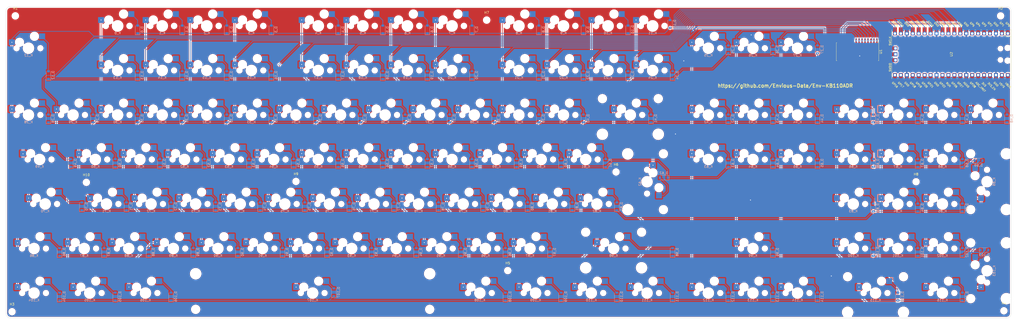
<source format=kicad_pcb>
(kicad_pcb (version 20171130) (host pcbnew "(5.1.10)-1")
  (layers (0 F.Cu signal) (31 B.Cu signal) (34 B.Paste user) (35 F.Paste user) (36 B.SilkS user) (37 F.SilkS user) (38 B.Mask user) (39 F.Mask user) (44 Edge.Cuts user))
  (net 0 "")
  (net 1 col0)
  (net 2 col1)
  (net 3 col2)
  (net 4 col3)
  (net 5 col4)
  (net 6 col5)
  (net 7 col6)
  (net 8 col7)
  (net 9 col8)
  (net 10 col9)
  (net 11 col10)
  (net 12 col11)
  (net 13 col12)
  (net 14 col13)
  (net 15 col14)
  (net 16 col15)
  (net 17 col16)
  (net 18 col17)
  (net 19 col19)
  (net 20 col20)
  (net 21 col21)
  (net 22 col22)
  (net 23 row0)
  (net 24 row1)
  (net 25 row3)
  (net 26 row4)
  (net 27 row5)
  (net 28 row6)
  (net 29 row7)
  (net 30 "Net-(D_0-Pad2)")
  (net 31 "Net-(D_1-Pad2)")
  (net 32 "Net-(D_2-Pad2)")
  (net 33 "Net-(D_3-Pad2)")
  (net 34 "Net-(D_4-Pad2)")
  (net 35 "Net-(D_5-Pad2)")
  (net 36 "Net-(D_6-Pad2)")
  (net 37 "Net-(D_7-Pad2)")
  (net 38 "Net-(D_8-Pad2)")
  (net 39 "Net-(D_9-Pad2)")
  (net 40 "Net-(D_10-Pad2)")
  (net 41 "Net-(D_11-Pad2)")
  (net 42 "Net-(D_12-Pad2)")
  (net 43 "Net-(D_13-Pad2)")
  (net 44 "Net-(D_14-Pad2)")
  (net 45 "Net-(D_15-Pad2)")
  (net 46 "Net-(D_16-Pad2)")
  (net 47 "Net-(D_17-Pad2)")
  (net 48 "Net-(D_18-Pad2)")
  (net 49 "Net-(D_19-Pad2)")
  (net 50 "Net-(D_20-Pad2)")
  (net 51 "Net-(D_21-Pad2)")
  (net 52 "Net-(D_22-Pad2)")
  (net 53 "Net-(D_23-Pad2)")
  (net 54 "Net-(D_24-Pad2)")
  (net 55 "Net-(D_25-Pad2)")
  (net 56 "Net-(D_26-Pad2)")
  (net 57 "Net-(D_27-Pad2)")
  (net 58 "Net-(D_28-Pad2)")
  (net 59 "Net-(D_29-Pad2)")
  (net 60 "Net-(D_30-Pad2)")
  (net 61 "Net-(D_31-Pad2)")
  (net 62 "Net-(D_32-Pad2)")
  (net 63 "Net-(D_33-Pad2)")
  (net 64 "Net-(D_34-Pad2)")
  (net 65 "Net-(D_35-Pad2)")
  (net 66 "Net-(D_36-Pad2)")
  (net 67 "Net-(D_37-Pad2)")
  (net 68 "Net-(D_38-Pad2)")
  (net 69 "Net-(D_39-Pad2)")
  (net 70 "Net-(D_40-Pad2)")
  (net 71 "Net-(D_41-Pad2)")
  (net 72 "Net-(D_42-Pad2)")
  (net 73 "Net-(D_43-Pad2)")
  (net 74 "Net-(D_44-Pad2)")
  (net 75 "Net-(D_45-Pad2)")
  (net 76 "Net-(D_46-Pad2)")
  (net 77 "Net-(D_47-Pad2)")
  (net 78 "Net-(D_48-Pad2)")
  (net 79 "Net-(D_49-Pad2)")
  (net 80 "Net-(D_50-Pad2)")
  (net 81 "Net-(D_51-Pad2)")
  (net 82 "Net-(D_52-Pad2)")
  (net 83 "Net-(D_53-Pad2)")
  (net 84 "Net-(D_54-Pad2)")
  (net 85 "Net-(D_55-Pad2)")
  (net 86 "Net-(D_56-Pad2)")
  (net 87 "Net-(D_57-Pad2)")
  (net 88 "Net-(D_58-Pad2)")
  (net 89 "Net-(D_59-Pad2)")
  (net 90 "Net-(D_60-Pad2)")
  (net 91 "Net-(D_61-Pad2)")
  (net 92 "Net-(D_62-Pad2)")
  (net 93 "Net-(D_63-Pad2)")
  (net 94 "Net-(D_64-Pad2)")
  (net 95 "Net-(D_65-Pad2)")
  (net 96 "Net-(D_66-Pad2)")
  (net 97 "Net-(D_67-Pad2)")
  (net 98 "Net-(D_68-Pad2)")
  (net 99 "Net-(D_69-Pad2)")
  (net 100 "Net-(D_70-Pad2)")
  (net 101 "Net-(D_71-Pad2)")
  (net 102 "Net-(D_72-Pad2)")
  (net 103 "Net-(D_73-Pad2)")
  (net 104 "Net-(D_74-Pad2)")
  (net 105 "Net-(D_75-Pad2)")
  (net 106 "Net-(D_76-Pad2)")
  (net 107 "Net-(D_77-Pad2)")
  (net 108 "Net-(D_78-Pad2)")
  (net 109 "Net-(D_79-Pad2)")
  (net 110 "Net-(D_80-Pad2)")
  (net 111 "Net-(D_81-Pad2)")
  (net 112 "Net-(D_82-Pad2)")
  (net 113 "Net-(D_83-Pad2)")
  (net 114 "Net-(D_84-Pad2)")
  (net 115 "Net-(D_85-Pad2)")
  (net 116 "Net-(D_86-Pad2)")
  (net 117 "Net-(D_87-Pad2)")
  (net 118 "Net-(D_88-Pad2)")
  (net 119 "Net-(D_89-Pad2)")
  (net 120 "Net-(D_90-Pad2)")
  (net 121 "Net-(D_91-Pad2)")
  (net 122 "Net-(D_92-Pad2)")
  (net 123 "Net-(D_93-Pad2)")
  (net 124 "Net-(D_94-Pad2)")
  (net 125 "Net-(D_95-Pad2)")
  (net 126 "Net-(D_96-Pad2)")
  (net 127 "Net-(D_97-Pad2)")
  (net 128 "Net-(D_98-Pad2)")
  (net 129 "Net-(D_99-Pad2)")
  (net 130 "Net-(D_100-Pad2)")
  (net 131 "Net-(D_101-Pad2)")
  (net 132 "Net-(D_102-Pad2)")
  (net 133 "Net-(D_103-Pad2)")
  (net 134 "Net-(D_104-Pad2)")
  (net 135 "Net-(D_105-Pad2)")
  (net 136 "Net-(D_106-Pad2)")
  (net 137 "Net-(D_107-Pad2)")
  (net 138 "Net-(D_108-Pad2)")
  (net 139 "Net-(D_109-Pad2)")
  (net 140 "Net-(D_110-Pad2)")
  (net 141 "Net-(D_111-Pad2)")
  (net 142 "Net-(D_112-Pad2)")
  (net 143 "Net-(D_113-Pad2)")
  (net 144 "Net-(D_114-Pad2)")
  (net 145 "Net-(D_115-Pad2)")
  (net 146 "Net-(D_116-Pad2)")
  (net 147 +3V3)
  (net 148 GND)
  (net 149 SDA)
  (net 150 SCL)
  (net 151 "Net-(U2-Pad43)")
  (net 152 "Net-(U2-Pad42)")
  (net 153 "Net-(U2-Pad41)")
  (net 154 "Net-(U2-Pad27)")
  (net 155 "Net-(U2-Pad29)")
  (net 156 "Net-(U2-Pad30)")
  (net 157 "Net-(U2-Pad31)")
  (net 158 "Net-(U2-Pad32)")
  (net 159 "Net-(U2-Pad34)")
  (net 160 "Net-(U2-Pad35)")
  (net 161 "Net-(U2-Pad37)")
  (net 162 "Net-(U2-Pad39)")
  (net 163 "Net-(U2-Pad40)")
  (net 164 col18)
  (net 165 "Net-(U2-Pad7)")
  (net 166 "Net-(U2-Pad6)")
  (net 167 "Net-(U2-Pad5)")
  (net 168 "Net-(U2-Pad4)")
  (module MountingHole:MountingHole_2.2mm_M2 (layer F.Cu) (at 332.185 183.55)
    (fp_text reference H6 (at 0 -3.2) (layer F.SilkS))
    (fp_text value MountingHole)
    (pad 1 np_thru_hole circle (at 0 0) (size 2.2 2.2) (drill 2.2) (layers *.Cu *.Mask))
  )
  (module MountingHole:MountingHole_2.2mm_M2 (layer F.Cu) (at 105.86 188)
    (fp_text reference H10 (at 0 -3.2) (layer F.SilkS))
    (fp_text value MountingHole)
    (pad 1 np_thru_hole circle (at 0 0) (size 2.2 2.2) (drill 2.2) (layers *.Cu *.Mask))
  )
  (module MountingHole:MountingHole_2.2mm_M2 (layer F.Cu) (at 195.435 187.6)
    (fp_text reference H9 (at 0 -3.2) (layer F.SilkS))
    (fp_text value MountingHole)
    (pad 1 np_thru_hole circle (at 0 0) (size 2.2 2.2) (drill 2.2) (layers *.Cu *.Mask))
  )
  (module MountingHole:MountingHole_2.2mm_M2 (layer F.Cu) (at 460.385 187.725)
    (fp_text reference H8 (at 0 -3.2) (layer F.SilkS))
    (fp_text value MountingHole)
    (pad 1 np_thru_hole circle (at 0 0) (size 2.2 2.2) (drill 2.2) (layers *.Cu *.Mask))
  )
  (module MountingHole:MountingHole_2.2mm_M2 (layer F.Cu) (at 276.91 118.55)
    (fp_text reference H7 (at 0 -3.2) (layer F.SilkS))
    (fp_text value MountingHole)
    (pad 1 np_thru_hole circle (at 0 0) (size 2.2 2.2) (drill 2.2) (layers *.Cu *.Mask))
  )
  (module MountingHole:MountingHole_2.2mm_M2 (layer F.Cu) (at 285.91 225.75)
    (fp_text reference H5 (at 0 -3.2) (layer F.SilkS))
    (fp_text value MountingHole)
    (pad 1 np_thru_hole circle (at 0 0) (size 2.2 2.2) (drill 2.2) (layers *.Cu *.Mask))
  )
  (module MountingHole:MountingHole_2.2mm_M2 (layer F.Cu) (at 497.91 242.95)
    (fp_text reference H4 (at 0 -3.2) (layer F.SilkS))
    (fp_text value MountingHole)
    (pad 1 np_thru_hole circle (at 0 0) (size 2.2 2.2) (drill 2.2) (layers *.Cu *.Mask))
  )
  (module MountingHole:MountingHole_2.2mm_M2 (layer F.Cu) (at 74.11 243.35)
    (fp_text reference H3 (at 0 -3.2) (layer F.SilkS))
    (fp_text value MountingHole)
    (pad 1 np_thru_hole circle (at 0 0) (size 2.2 2.2) (drill 2.2) (layers *.Cu *.Mask))
  )
  (module MountingHole:MountingHole_2.2mm_M2 (layer F.Cu) (at 496.51 116.75)
    (fp_text reference H2 (at 0 -3.2) (layer F.SilkS))
    (fp_text value MountingHole)
    (pad 1 np_thru_hole circle (at 0 0) (size 2.2 2.2) (drill 2.2) (layers *.Cu *.Mask))
  )
  (module MountingHole:MountingHole_2.2mm_M2 (layer F.Cu) (at 75.51 116.75)
    (fp_text reference H1 (at 0 -3.2) (layer F.SilkS))
    (fp_text value MountingHole)
    (pad 1 np_thru_hole circle (at 0 0) (size 2.2 2.2) (drill 2.2) (layers *.Cu *.Mask))
  )
  (module MX_Only:MXOnly-1U-Hotswap (layer F.Cu) (at 452.6 159.15)
    (fp_text reference K_46)
    (fp_text value KEYSW)
    (fp_text user %R (at 0 3.048) (layer B.SilkS) (effects (justify mirror)))
    (pad 2 smd rect (at 5.842 -5.08) (size 2.55 2.5) (layers B.Cu B.Paste B.Mask) (net 76 "Net-(D_46-Pad2)"))
    (pad 1 smd rect (at -7.085 -2.54) (size 2.55 2.5) (layers B.Cu B.Paste B.Mask) (net 20 col20))
    (pad "" np_thru_hole circle (at 5.08 0 48.0996) (size 1.75 1.75) (drill 1.75) (layers *.Cu *.Mask))
    (pad "" np_thru_hole circle (at -5.08 0 48.0996) (size 1.75 1.75) (drill 1.75) (layers *.Cu *.Mask))
    (pad "" np_thru_hole circle (at -3.81 -2.54) (size 3 3) (drill 3) (layers *.Cu *.Mask))
    (pad "" np_thru_hole circle (at 0 0) (size 3.9878 3.9878) (drill 3.9878) (layers *.Cu *.Mask))
    (pad "" np_thru_hole circle (at 2.54 -5.08) (size 3 3) (drill 3) (layers *.Cu *.Mask))
  )
  (module MCU_RaspberryPi_and_Boards:RPi_Pico_SMD_TH (layer F.Cu) (at 475.475 133.175 270)
    (fp_text reference U2 (at 0 0 90) (layer F.SilkS))
    (fp_text value Pico)
    (fp_text user SWDIO (at 5.6 26.2 90) (layer F.SilkS) (effects (font (size 0.8 0.8))))
    (fp_text user SWCLK (at -5.7 26.2 90) (layer F.SilkS) (effects (font (size 0.8 0.8))))
    (fp_text user AGND (at 13.054 -6.35 135) (layer F.SilkS) (effects (font (size 0.8 0.8))))
    (fp_text user GND (at 12.8 -19.05 135) (layer F.SilkS) (effects (font (size 0.8 0.8))))
    (fp_text user GND (at 12.8 6.35 135) (layer F.SilkS) (effects (font (size 0.8 0.8))))
    (fp_text user GND (at 12.8 19.05 135) (layer F.SilkS) (effects (font (size 0.8 0.8))))
    (fp_text user GND (at -12.8 19.05 135) (layer F.SilkS) (effects (font (size 0.8 0.8))))
    (fp_text user GND (at -12.8 6.35 135) (layer F.SilkS) (effects (font (size 0.8 0.8))))
    (fp_text user GND (at -12.8 -6.35 135) (layer F.SilkS) (effects (font (size 0.8 0.8))))
    (fp_text user GND (at -12.8 -19.05 135) (layer F.SilkS) (effects (font (size 0.8 0.8))))
    (fp_text user VBUS (at 13.3 -24.2 135) (layer F.SilkS) (effects (font (size 0.8 0.8))))
    (fp_text user VSYS (at 13.2 -21.59 135) (layer F.SilkS) (effects (font (size 0.8 0.8))))
    (fp_text user 3V3_EN (at 13.7 -17.2 135) (layer F.SilkS) (effects (font (size 0.8 0.8))))
    (fp_text user 3V3 (at 12.9 -13.9 135) (layer F.SilkS) (effects (font (size 0.8 0.8))))
    (fp_text user ADC_VREF (at 14 -12.5 135) (layer F.SilkS) (effects (font (size 0.8 0.8))))
    (fp_text user GP28 (at 13.054 -9.144 135) (layer F.SilkS) (effects (font (size 0.8 0.8))))
    (fp_text user GP27 (at 13.054 -3.8 135) (layer F.SilkS) (effects (font (size 0.8 0.8))))
    (fp_text user GP26 (at 13.054 -1.27 135) (layer F.SilkS) (effects (font (size 0.8 0.8))))
    (fp_text user RUN (at 13 1.27 135) (layer F.SilkS) (effects (font (size 0.8 0.8))))
    (fp_text user GP22 (at 13.054 3.81 135) (layer F.SilkS) (effects (font (size 0.8 0.8))))
    (fp_text user GP21 (at 13.054 8.9 135) (layer F.SilkS) (effects (font (size 0.8 0.8))))
    (fp_text user GP20 (at 13.054 11.43 135) (layer F.SilkS) (effects (font (size 0.8 0.8))))
    (fp_text user GP19 (at 13.054 13.97 135) (layer F.SilkS) (effects (font (size 0.8 0.8))))
    (fp_text user GP18 (at 13.054 16.51 135) (layer F.SilkS) (effects (font (size 0.8 0.8))))
    (fp_text user GP17 (at 13.054 21.59 135) (layer F.SilkS) (effects (font (size 0.8 0.8))))
    (fp_text user GP16 (at 13.054 24.13 135) (layer F.SilkS) (effects (font (size 0.8 0.8))))
    (fp_text user GP15 (at -13.054 24.13 135) (layer F.SilkS) (effects (font (size 0.8 0.8))))
    (fp_text user GP14 (at -13.1 21.59 135) (layer F.SilkS) (effects (font (size 0.8 0.8))))
    (fp_text user GP13 (at -13.054 16.51 135) (layer F.SilkS) (effects (font (size 0.8 0.8))))
    (fp_text user GP12 (at -13.2 13.97 135) (layer F.SilkS) (effects (font (size 0.8 0.8))))
    (fp_text user GP11 (at -13.2 11.43 135) (layer F.SilkS) (effects (font (size 0.8 0.8))))
    (fp_text user GP10 (at -13.054 8.89 135) (layer F.SilkS) (effects (font (size 0.8 0.8))))
    (fp_text user GP9 (at -12.8 3.81 135) (layer F.SilkS) (effects (font (size 0.8 0.8))))
    (fp_text user GP8 (at -12.8 1.27 135) (layer F.SilkS) (effects (font (size 0.8 0.8))))
    (fp_text user GP7 (at -12.7 -1.3 135) (layer F.SilkS) (effects (font (size 0.8 0.8))))
    (fp_text user GP6 (at -12.8 -3.81 135) (layer F.SilkS) (effects (font (size 0.8 0.8))))
    (fp_text user GP5 (at -12.8 -8.89 135) (layer F.SilkS) (effects (font (size 0.8 0.8))))
    (fp_text user GP4 (at -12.8 -11.43 135) (layer F.SilkS) (effects (font (size 0.8 0.8))))
    (fp_text user GP3 (at -12.8 -13.97 135) (layer F.SilkS) (effects (font (size 0.8 0.8))))
    (fp_text user GP0 (at -12.8 -24.13 135) (layer F.SilkS) (effects (font (size 0.8 0.8))))
    (fp_text user GP2 (at -12.9 -16.51 135) (layer F.SilkS) (effects (font (size 0.8 0.8))))
    (fp_text user GP1 (at -12.9 -21.6 135) (layer F.SilkS) (effects (font (size 0.8 0.8))))
    (pad 43 thru_hole oval (at 2.54 23.9 270) (size 1.7 1.7) (drill 1.02) (layers *.Cu *.Mask) (net 151 "Net-(U2-Pad43)"))
    (pad 43 smd rect (at 2.54 23.9) (size 3.5 1.7) (drill (offset -0.9 0)) (layers F.Cu F.Mask) (net 151 "Net-(U2-Pad43)"))
    (pad 42 thru_hole rect (at 0 23.9 270) (size 1.7 1.7) (drill 1.02) (layers *.Cu *.Mask) (net 152 "Net-(U2-Pad42)"))
    (pad 42 smd rect (at 0 23.9) (size 3.5 1.7) (drill (offset -0.9 0)) (layers F.Cu F.Mask) (net 152 "Net-(U2-Pad42)"))
    (pad 41 thru_hole oval (at -2.54 23.9 270) (size 1.7 1.7) (drill 1.02) (layers *.Cu *.Mask) (net 153 "Net-(U2-Pad41)"))
    (pad 41 smd rect (at -2.54 23.9) (size 3.5 1.7) (drill (offset -0.9 0)) (layers F.Cu F.Mask) (net 153 "Net-(U2-Pad41)"))
    (pad "" np_thru_hole oval (at 2.425 -20.97 270) (size 1.5 1.5) (drill 1.5) (layers *.Cu *.Mask))
    (pad "" np_thru_hole oval (at -2.425 -20.97 270) (size 1.5 1.5) (drill 1.5) (layers *.Cu *.Mask))
    (pad "" np_thru_hole oval (at 2.725 -24 270) (size 1.8 1.8) (drill 1.8) (layers *.Cu *.Mask))
    (pad "" np_thru_hole oval (at -2.725 -24 270) (size 1.8 1.8) (drill 1.8) (layers *.Cu *.Mask))
    (pad 21 smd rect (at 8.89 24.13 270) (size 3.5 1.7) (drill (offset 0.9 0)) (layers F.Cu F.Mask) (net 164 col18))
    (pad 22 smd rect (at 8.89 21.59 270) (size 3.5 1.7) (drill (offset 0.9 0)) (layers F.Cu F.Mask) (net 19 col19))
    (pad 23 smd rect (at 8.89 19.05 270) (size 3.5 1.7) (drill (offset 0.9 0)) (layers F.Cu F.Mask) (net 148 GND))
    (pad 24 smd rect (at 8.89 16.51 270) (size 3.5 1.7) (drill (offset 0.9 0)) (layers F.Cu F.Mask) (net 20 col20))
    (pad 25 smd rect (at 8.89 13.97 270) (size 3.5 1.7) (drill (offset 0.9 0)) (layers F.Cu F.Mask) (net 21 col21))
    (pad 26 smd rect (at 8.89 11.43 270) (size 3.5 1.7) (drill (offset 0.9 0)) (layers F.Cu F.Mask) (net 22 col22))
    (pad 27 smd rect (at 8.89 8.89 270) (size 3.5 1.7) (drill (offset 0.9 0)) (layers F.Cu F.Mask) (net 154 "Net-(U2-Pad27)"))
    (pad 28 smd rect (at 8.89 6.35 270) (size 3.5 1.7) (drill (offset 0.9 0)) (layers F.Cu F.Mask) (net 148 GND))
    (pad 29 smd rect (at 8.89 3.81 270) (size 3.5 1.7) (drill (offset 0.9 0)) (layers F.Cu F.Mask) (net 155 "Net-(U2-Pad29)"))
    (pad 30 smd rect (at 8.89 1.27 270) (size 3.5 1.7) (drill (offset 0.9 0)) (layers F.Cu F.Mask) (net 156 "Net-(U2-Pad30)"))
    (pad 31 smd rect (at 8.89 -1.27 270) (size 3.5 1.7) (drill (offset 0.9 0)) (layers F.Cu F.Mask) (net 157 "Net-(U2-Pad31)"))
    (pad 32 smd rect (at 8.89 -3.81 270) (size 3.5 1.7) (drill (offset 0.9 0)) (layers F.Cu F.Mask) (net 158 "Net-(U2-Pad32)"))
    (pad 33 smd rect (at 8.89 -6.35 270) (size 3.5 1.7) (drill (offset 0.9 0)) (layers F.Cu F.Mask) (net 148 GND))
    (pad 34 smd rect (at 8.89 -8.89 270) (size 3.5 1.7) (drill (offset 0.9 0)) (layers F.Cu F.Mask) (net 159 "Net-(U2-Pad34)"))
    (pad 35 smd rect (at 8.89 -11.43 270) (size 3.5 1.7) (drill (offset 0.9 0)) (layers F.Cu F.Mask) (net 160 "Net-(U2-Pad35)"))
    (pad 36 smd rect (at 8.89 -13.97 270) (size 3.5 1.7) (drill (offset 0.9 0)) (layers F.Cu F.Mask) (net 147 +3V3))
    (pad 37 smd rect (at 8.89 -16.51 270) (size 3.5 1.7) (drill (offset 0.9 0)) (layers F.Cu F.Mask) (net 161 "Net-(U2-Pad37)"))
    (pad 38 smd rect (at 8.89 -19.05 270) (size 3.5 1.7) (drill (offset 0.9 0)) (layers F.Cu F.Mask) (net 148 GND))
    (pad 39 smd rect (at 8.89 -21.59 270) (size 3.5 1.7) (drill (offset 0.9 0)) (layers F.Cu F.Mask) (net 162 "Net-(U2-Pad39)"))
    (pad 40 smd rect (at 8.89 -24.13 270) (size 3.5 1.7) (drill (offset 0.9 0)) (layers F.Cu F.Mask) (net 163 "Net-(U2-Pad40)"))
    (pad 20 smd rect (at -8.89 24.13 270) (size 3.5 1.7) (drill (offset -0.9 0)) (layers F.Cu F.Mask) (net 10 col9))
    (pad 19 smd rect (at -8.89 21.59 270) (size 3.5 1.7) (drill (offset -0.9 0)) (layers F.Cu F.Mask) (net 9 col8))
    (pad 18 smd rect (at -8.89 19.05 270) (size 3.5 1.7) (drill (offset -0.9 0)) (layers F.Cu F.Mask) (net 148 GND))
    (pad 17 smd rect (at -8.89 16.51 270) (size 3.5 1.7) (drill (offset -0.9 0)) (layers F.Cu F.Mask) (net 8 col7))
    (pad 16 smd rect (at -8.89 13.97 270) (size 3.5 1.7) (drill (offset -0.9 0)) (layers F.Cu F.Mask) (net 7 col6))
    (pad 15 smd rect (at -8.89 11.43 270) (size 3.5 1.7) (drill (offset -0.9 0)) (layers F.Cu F.Mask) (net 6 col5))
    (pad 14 smd rect (at -8.89 8.89 270) (size 3.5 1.7) (drill (offset -0.9 0)) (layers F.Cu F.Mask) (net 5 col4))
    (pad 13 smd rect (at -8.89 6.35 270) (size 3.5 1.7) (drill (offset -0.9 0)) (layers F.Cu F.Mask) (net 148 GND))
    (pad 12 smd rect (at -8.89 3.81 270) (size 3.5 1.7) (drill (offset -0.9 0)) (layers F.Cu F.Mask) (net 4 col3))
    (pad 11 smd rect (at -8.89 1.27 270) (size 3.5 1.7) (drill (offset -0.9 0)) (layers F.Cu F.Mask) (net 3 col2))
    (pad 10 smd rect (at -8.89 -1.27 270) (size 3.5 1.7) (drill (offset -0.9 0)) (layers F.Cu F.Mask) (net 2 col1))
    (pad 9 smd rect (at -8.89 -3.81 270) (size 3.5 1.7) (drill (offset -0.9 0)) (layers F.Cu F.Mask) (net 1 col0))
    (pad 8 smd rect (at -8.89 -6.35 270) (size 3.5 1.7) (drill (offset -0.9 0)) (layers F.Cu F.Mask) (net 148 GND))
    (pad 7 smd rect (at -8.89 -8.89 270) (size 3.5 1.7) (drill (offset -0.9 0)) (layers F.Cu F.Mask) (net 165 "Net-(U2-Pad7)"))
    (pad 6 smd rect (at -8.89 -11.43 270) (size 3.5 1.7) (drill (offset -0.9 0)) (layers F.Cu F.Mask) (net 166 "Net-(U2-Pad6)"))
    (pad 5 smd rect (at -8.89 -13.97 270) (size 3.5 1.7) (drill (offset -0.9 0)) (layers F.Cu F.Mask) (net 167 "Net-(U2-Pad5)"))
    (pad 4 smd rect (at -8.89 -16.51 270) (size 3.5 1.7) (drill (offset -0.9 0)) (layers F.Cu F.Mask) (net 168 "Net-(U2-Pad4)"))
    (pad 3 smd rect (at -8.89 -19.05 270) (size 3.5 1.7) (drill (offset -0.9 0)) (layers F.Cu F.Mask) (net 148 GND))
    (pad 2 smd rect (at -8.89 -21.59 270) (size 3.5 1.7) (drill (offset -0.9 0)) (layers F.Cu F.Mask) (net 150 SCL))
    (pad 1 smd rect (at -8.89 -24.13 270) (size 3.5 1.7) (drill (offset -0.9 0)) (layers F.Cu F.Mask) (net 149 SDA))
    (pad 40 thru_hole oval (at 8.89 -24.13 270) (size 1.7 1.7) (drill 1.02) (layers *.Cu *.Mask) (net 163 "Net-(U2-Pad40)"))
    (pad 39 thru_hole oval (at 8.89 -21.59 270) (size 1.7 1.7) (drill 1.02) (layers *.Cu *.Mask) (net 162 "Net-(U2-Pad39)"))
    (pad 38 thru_hole rect (at 8.89 -19.05 270) (size 1.7 1.7) (drill 1.02) (layers *.Cu *.Mask) (net 148 GND))
    (pad 37 thru_hole oval (at 8.89 -16.51 270) (size 1.7 1.7) (drill 1.02) (layers *.Cu *.Mask) (net 161 "Net-(U2-Pad37)"))
    (pad 36 thru_hole oval (at 8.89 -13.97 270) (size 1.7 1.7) (drill 1.02) (layers *.Cu *.Mask) (net 147 +3V3))
    (pad 35 thru_hole oval (at 8.89 -11.43 270) (size 1.7 1.7) (drill 1.02) (layers *.Cu *.Mask) (net 160 "Net-(U2-Pad35)"))
    (pad 34 thru_hole oval (at 8.89 -8.89 270) (size 1.7 1.7) (drill 1.02) (layers *.Cu *.Mask) (net 159 "Net-(U2-Pad34)"))
    (pad 33 thru_hole rect (at 8.89 -6.35 270) (size 1.7 1.7) (drill 1.02) (layers *.Cu *.Mask) (net 148 GND))
    (pad 32 thru_hole oval (at 8.89 -3.81 270) (size 1.7 1.7) (drill 1.02) (layers *.Cu *.Mask) (net 158 "Net-(U2-Pad32)"))
    (pad 31 thru_hole oval (at 8.89 -1.27 270) (size 1.7 1.7) (drill 1.02) (layers *.Cu *.Mask) (net 157 "Net-(U2-Pad31)"))
    (pad 30 thru_hole oval (at 8.89 1.27 270) (size 1.7 1.7) (drill 1.02) (layers *.Cu *.Mask) (net 156 "Net-(U2-Pad30)"))
    (pad 29 thru_hole oval (at 8.89 3.81 270) (size 1.7 1.7) (drill 1.02) (layers *.Cu *.Mask) (net 155 "Net-(U2-Pad29)"))
    (pad 28 thru_hole rect (at 8.89 6.35 270) (size 1.7 1.7) (drill 1.02) (layers *.Cu *.Mask) (net 148 GND))
    (pad 27 thru_hole oval (at 8.89 8.89 270) (size 1.7 1.7) (drill 1.02) (layers *.Cu *.Mask) (net 154 "Net-(U2-Pad27)"))
    (pad 26 thru_hole oval (at 8.89 11.43 270) (size 1.7 1.7) (drill 1.02) (layers *.Cu *.Mask) (net 22 col22))
    (pad 25 thru_hole oval (at 8.89 13.97 270) (size 1.7 1.7) (drill 1.02) (layers *.Cu *.Mask) (net 21 col21))
    (pad 24 thru_hole oval (at 8.89 16.51 270) (size 1.7 1.7) (drill 1.02) (layers *.Cu *.Mask) (net 20 col20))
    (pad 23 thru_hole rect (at 8.89 19.05 270) (size 1.7 1.7) (drill 1.02) (layers *.Cu *.Mask) (net 148 GND))
    (pad 22 thru_hole oval (at 8.89 21.59 270) (size 1.7 1.7) (drill 1.02) (layers *.Cu *.Mask) (net 19 col19))
    (pad 21 thru_hole oval (at 8.89 24.13 270) (size 1.7 1.7) (drill 1.02) (layers *.Cu *.Mask) (net 164 col18))
    (pad 20 thru_hole oval (at -8.89 24.13 270) (size 1.7 1.7) (drill 1.02) (layers *.Cu *.Mask) (net 10 col9))
    (pad 19 thru_hole oval (at -8.89 21.59 270) (size 1.7 1.7) (drill 1.02) (layers *.Cu *.Mask) (net 9 col8))
    (pad 18 thru_hole rect (at -8.89 19.05 270) (size 1.7 1.7) (drill 1.02) (layers *.Cu *.Mask) (net 148 GND))
    (pad 17 thru_hole oval (at -8.89 16.51 270) (size 1.7 1.7) (drill 1.02) (layers *.Cu *.Mask) (net 8 col7))
    (pad 16 thru_hole oval (at -8.89 13.97 270) (size 1.7 1.7) (drill 1.02) (layers *.Cu *.Mask) (net 7 col6))
    (pad 15 thru_hole oval (at -8.89 11.43 270) (size 1.7 1.7) (drill 1.02) (layers *.Cu *.Mask) (net 6 col5))
    (pad 14 thru_hole oval (at -8.89 8.89 270) (size 1.7 1.7) (drill 1.02) (layers *.Cu *.Mask) (net 5 col4))
    (pad 13 thru_hole rect (at -8.89 6.35 270) (size 1.7 1.7) (drill 1.02) (layers *.Cu *.Mask) (net 148 GND))
    (pad 12 thru_hole oval (at -8.89 3.81 270) (size 1.7 1.7) (drill 1.02) (layers *.Cu *.Mask) (net 4 col3))
    (pad 11 thru_hole oval (at -8.89 1.27 270) (size 1.7 1.7) (drill 1.02) (layers *.Cu *.Mask) (net 3 col2))
    (pad 10 thru_hole oval (at -8.89 -1.27 270) (size 1.7 1.7) (drill 1.02) (layers *.Cu *.Mask) (net 2 col1))
    (pad 9 thru_hole oval (at -8.89 -3.81 270) (size 1.7 1.7) (drill 1.02) (layers *.Cu *.Mask) (net 1 col0))
    (pad 8 thru_hole rect (at -8.89 -6.35 270) (size 1.7 1.7) (drill 1.02) (layers *.Cu *.Mask) (net 148 GND))
    (pad 7 thru_hole oval (at -8.89 -8.89 270) (size 1.7 1.7) (drill 1.02) (layers *.Cu *.Mask) (net 165 "Net-(U2-Pad7)"))
    (pad 6 thru_hole oval (at -8.89 -11.43 270) (size 1.7 1.7) (drill 1.02) (layers *.Cu *.Mask) (net 166 "Net-(U2-Pad6)"))
    (pad 5 thru_hole oval (at -8.89 -13.97 270) (size 1.7 1.7) (drill 1.02) (layers *.Cu *.Mask) (net 167 "Net-(U2-Pad5)"))
    (pad 4 thru_hole oval (at -8.89 -16.51 270) (size 1.7 1.7) (drill 1.02) (layers *.Cu *.Mask) (net 168 "Net-(U2-Pad4)"))
    (pad 3 thru_hole rect (at -8.89 -19.05 270) (size 1.7 1.7) (drill 1.02) (layers *.Cu *.Mask) (net 148 GND))
    (pad 2 thru_hole oval (at -8.89 -21.59 270) (size 1.7 1.7) (drill 1.02) (layers *.Cu *.Mask) (net 150 SCL))
    (pad 1 thru_hole oval (at -8.89 -24.13 270) (size 1.7 1.7) (drill 1.02) (layers *.Cu *.Mask) (net 149 SDA))
  )
  (module Package_SO:SOIC-28W_7.5x17.9mm_P1.27mm (layer F.Cu) (at 435.4 132.075 270)
    (fp_text reference U1 (at 0 -9.9 90) (layer F.SilkS))
    (fp_text value MCP23017_SO)
    (pad 1 smd roundrect (at -4.65 -8.255 270) (size 2.05 0.6) (layers F.Cu F.Paste F.Mask) (net 11 col10))
    (pad 2 smd roundrect (at -4.65 -6.985 270) (size 2.05 0.6) (layers F.Cu F.Paste F.Mask) (net 12 col11))
    (pad 3 smd roundrect (at -4.65 -5.715 270) (size 2.05 0.6) (layers F.Cu F.Paste F.Mask) (net 13 col12))
    (pad 4 smd roundrect (at -4.65 -4.445 270) (size 2.05 0.6) (layers F.Cu F.Paste F.Mask) (net 14 col13))
    (pad 5 smd roundrect (at -4.65 -3.175 270) (size 2.05 0.6) (layers F.Cu F.Paste F.Mask) (net 15 col14))
    (pad 6 smd roundrect (at -4.65 -1.905 270) (size 2.05 0.6) (layers F.Cu F.Paste F.Mask) (net 16 col15))
    (pad 7 smd roundrect (at -4.65 -0.635 270) (size 2.05 0.6) (layers F.Cu F.Paste F.Mask) (net 17 col16))
    (pad 8 smd roundrect (at -4.65 0.635 270) (size 2.05 0.6) (layers F.Cu F.Paste F.Mask) (net 18 col17))
    (pad 9 smd roundrect (at -4.65 1.905 270) (size 2.05 0.6) (layers F.Cu F.Paste F.Mask) (net 147 +3V3))
    (pad 10 smd roundrect (at -4.65 3.175 270) (size 2.05 0.6) (layers F.Cu F.Paste F.Mask) (net 148 GND))
    (pad 11 smd roundrect (at -4.65 4.445 270) (size 2.05 0.6) (layers F.Cu F.Paste F.Mask))
    (pad 12 smd roundrect (at -4.65 5.715 270) (size 2.05 0.6) (layers F.Cu F.Paste F.Mask) (net 150 SCL))
    (pad 13 smd roundrect (at -4.65 6.985 270) (size 2.05 0.6) (layers F.Cu F.Paste F.Mask) (net 149 SDA))
    (pad 14 smd roundrect (at -4.65 8.255 270) (size 2.05 0.6) (layers F.Cu F.Paste F.Mask))
    (pad 15 smd roundrect (at 4.65 8.255 270) (size 2.05 0.6) (layers F.Cu F.Paste F.Mask) (net 148 GND))
    (pad 16 smd roundrect (at 4.65 6.985 270) (size 2.05 0.6) (layers F.Cu F.Paste F.Mask) (net 148 GND))
    (pad 17 smd roundrect (at 4.65 5.715 270) (size 2.05 0.6) (layers F.Cu F.Paste F.Mask) (net 148 GND))
    (pad 18 smd roundrect (at 4.65 4.445 270) (size 2.05 0.6) (layers F.Cu F.Paste F.Mask) (net 147 +3V3))
    (pad 19 smd roundrect (at 4.65 3.175 270) (size 2.05 0.6) (layers F.Cu F.Paste F.Mask))
    (pad 20 smd roundrect (at 4.65 1.905 270) (size 2.05 0.6) (layers F.Cu F.Paste F.Mask))
    (pad 21 smd roundrect (at 4.65 0.635 270) (size 2.05 0.6) (layers F.Cu F.Paste F.Mask) (net 23 row0))
    (pad 22 smd roundrect (at 4.65 -0.635 270) (size 2.05 0.6) (layers F.Cu F.Paste F.Mask) (net 24 row1))
    (pad 23 smd roundrect (at 4.65 -1.905 270) (size 2.05 0.6) (layers F.Cu F.Paste F.Mask))
    (pad 24 smd roundrect (at 4.65 -3.175 270) (size 2.05 0.6) (layers F.Cu F.Paste F.Mask) (net 25 row3))
    (pad 25 smd roundrect (at 4.65 -4.445 270) (size 2.05 0.6) (layers F.Cu F.Paste F.Mask) (net 26 row4))
    (pad 26 smd roundrect (at 4.65 -5.715 270) (size 2.05 0.6) (layers F.Cu F.Paste F.Mask) (net 27 row5))
    (pad 27 smd roundrect (at 4.65 -6.985 270) (size 2.05 0.6) (layers F.Cu F.Paste F.Mask) (net 28 row6))
    (pad 28 smd roundrect (at 4.65 -8.255 270) (size 2.05 0.6) (layers F.Cu F.Paste F.Mask) (net 29 row7))
  )
  (module MX_Only:MXOnly-2U-Hotswap (layer F.Cu) (at 490.72 225.82 90)
    (fp_text reference K_103)
    (fp_text value KEYSW)
    (fp_text user %R (at 0 3.048 90) (layer B.SilkS) (effects (justify mirror)))
    (pad "" np_thru_hole circle (at -11.938 8.255 90) (size 3.9878 3.9878) (drill 3.9878) (layers *.Cu *.Mask))
    (pad "" np_thru_hole circle (at 11.938 8.255 90) (size 3.9878 3.9878) (drill 3.9878) (layers *.Cu *.Mask))
    (pad "" np_thru_hole circle (at -11.938 -6.985 90) (size 3.048 3.048) (drill 3.048) (layers *.Cu *.Mask))
    (pad "" np_thru_hole circle (at 11.938 -6.985 90) (size 3.048 3.048) (drill 3.048) (layers *.Cu *.Mask))
    (pad 2 smd rect (at 5.842 -5.08 90) (size 2.55 2.5) (layers B.Cu B.Paste B.Mask) (net 133 "Net-(D_103-Pad2)"))
    (pad 1 smd rect (at -7.085 -2.54 90) (size 2.55 2.5) (layers B.Cu B.Paste B.Mask) (net 22 col22))
    (pad "" np_thru_hole circle (at 5.08 0 138.0996) (size 1.75 1.75) (drill 1.75) (layers *.Cu *.Mask))
    (pad "" np_thru_hole circle (at -5.08 0 138.0996) (size 1.75 1.75) (drill 1.75) (layers *.Cu *.Mask))
    (pad "" np_thru_hole circle (at -3.81 -2.54 90) (size 3 3) (drill 3) (layers *.Cu *.Mask))
    (pad "" np_thru_hole circle (at 0 0 90) (size 3.9878 3.9878) (drill 3.9878) (layers *.Cu *.Mask))
    (pad "" np_thru_hole circle (at 2.54 -5.08 90) (size 3 3) (drill 3) (layers *.Cu *.Mask))
  )
  (module MX_Only:MXOnly-2U-Hotswap (layer F.Cu) (at 490.7 187.7 90)
    (fp_text reference K_69)
    (fp_text value KEYSW)
    (fp_text user %R (at 0 3.048 90) (layer B.SilkS) (effects (justify mirror)))
    (pad "" np_thru_hole circle (at -11.938 8.255 90) (size 3.9878 3.9878) (drill 3.9878) (layers *.Cu *.Mask))
    (pad "" np_thru_hole circle (at 11.938 8.255 90) (size 3.9878 3.9878) (drill 3.9878) (layers *.Cu *.Mask))
    (pad "" np_thru_hole circle (at -11.938 -6.985 90) (size 3.048 3.048) (drill 3.048) (layers *.Cu *.Mask))
    (pad "" np_thru_hole circle (at 11.938 -6.985 90) (size 3.048 3.048) (drill 3.048) (layers *.Cu *.Mask))
    (pad 2 smd rect (at 5.842 -5.08 90) (size 2.55 2.5) (layers B.Cu B.Paste B.Mask) (net 99 "Net-(D_69-Pad2)"))
    (pad 1 smd rect (at -7.085 -2.54 90) (size 2.55 2.5) (layers B.Cu B.Paste B.Mask) (net 22 col22))
    (pad "" np_thru_hole circle (at 5.08 0 138.0996) (size 1.75 1.75) (drill 1.75) (layers *.Cu *.Mask))
    (pad "" np_thru_hole circle (at -5.08 0 138.0996) (size 1.75 1.75) (drill 1.75) (layers *.Cu *.Mask))
    (pad "" np_thru_hole circle (at -3.81 -2.54 90) (size 3 3) (drill 3) (layers *.Cu *.Mask))
    (pad "" np_thru_hole circle (at 0 0 90) (size 3.9878 3.9878) (drill 3.9878) (layers *.Cu *.Mask))
    (pad "" np_thru_hole circle (at 2.54 -5.08 90) (size 3 3) (drill 3) (layers *.Cu *.Mask))
  )
  (module MX_Only:MXOnly-2U-Hotswap (layer F.Cu) (at 345.44 187.72 270)
    (fp_text reference K_62)
    (fp_text value KEYSW)
    (fp_text user %R (at 0 3.048 90) (layer B.SilkS) (effects (justify mirror)))
    (pad "" np_thru_hole circle (at -11.938 8.255 270) (size 3.9878 3.9878) (drill 3.9878) (layers *.Cu *.Mask))
    (pad "" np_thru_hole circle (at 11.938 8.255 270) (size 3.9878 3.9878) (drill 3.9878) (layers *.Cu *.Mask))
    (pad "" np_thru_hole circle (at -11.938 -6.985 270) (size 3.048 3.048) (drill 3.048) (layers *.Cu *.Mask))
    (pad "" np_thru_hole circle (at 11.938 -6.985 270) (size 3.048 3.048) (drill 3.048) (layers *.Cu *.Mask))
    (pad 2 smd rect (at 5.842 -5.08 270) (size 2.55 2.5) (layers B.Cu B.Paste B.Mask) (net 92 "Net-(D_62-Pad2)"))
    (pad 1 smd rect (at -7.085 -2.54 270) (size 2.55 2.5) (layers B.Cu B.Paste B.Mask) (net 15 col14))
    (pad "" np_thru_hole circle (at 5.08 0 318.0996) (size 1.75 1.75) (drill 1.75) (layers *.Cu *.Mask))
    (pad "" np_thru_hole circle (at -5.08 0 318.0996) (size 1.75 1.75) (drill 1.75) (layers *.Cu *.Mask))
    (pad "" np_thru_hole circle (at -3.81 -2.54 270) (size 3 3) (drill 3) (layers *.Cu *.Mask))
    (pad "" np_thru_hole circle (at 0 0 270) (size 3.9878 3.9878) (drill 3.9878) (layers *.Cu *.Mask))
    (pad "" np_thru_hole circle (at 2.54 -5.08 270) (size 3 3) (drill 3) (layers *.Cu *.Mask))
  )
  (module MX_Only:MXOnly-1U-Hotswap (layer F.Cu) (at 471.65 235.35)
    (fp_text reference K_116)
    (fp_text value KEYSW)
    (fp_text user %R (at 0 3.048) (layer B.SilkS) (effects (justify mirror)))
    (pad 2 smd rect (at 5.842 -5.08) (size 2.55 2.5) (layers B.Cu B.Paste B.Mask) (net 146 "Net-(D_116-Pad2)"))
    (pad 1 smd rect (at -7.085 -2.54) (size 2.55 2.5) (layers B.Cu B.Paste B.Mask) (net 21 col21))
    (pad "" np_thru_hole circle (at 5.08 0 48.0996) (size 1.75 1.75) (drill 1.75) (layers *.Cu *.Mask))
    (pad "" np_thru_hole circle (at -5.08 0 48.0996) (size 1.75 1.75) (drill 1.75) (layers *.Cu *.Mask))
    (pad "" np_thru_hole circle (at -3.81 -2.54) (size 3 3) (drill 3) (layers *.Cu *.Mask))
    (pad "" np_thru_hole circle (at 0 0) (size 3.9878 3.9878) (drill 3.9878) (layers *.Cu *.Mask))
    (pad "" np_thru_hole circle (at 2.54 -5.08) (size 3 3) (drill 3) (layers *.Cu *.Mask))
  )
  (module MX_Only:MXOnly-2U-Hotswap (layer F.Cu) (at 443.075 235.35)
    (fp_text reference K_115)
    (fp_text value KEYSW)
    (fp_text user %R (at 0 3.048) (layer B.SilkS) (effects (justify mirror)))
    (pad "" np_thru_hole circle (at -11.938 8.255) (size 3.9878 3.9878) (drill 3.9878) (layers *.Cu *.Mask))
    (pad "" np_thru_hole circle (at 11.938 8.255) (size 3.9878 3.9878) (drill 3.9878) (layers *.Cu *.Mask))
    (pad "" np_thru_hole circle (at -11.938 -6.985) (size 3.048 3.048) (drill 3.048) (layers *.Cu *.Mask))
    (pad "" np_thru_hole circle (at 11.938 -6.985) (size 3.048 3.048) (drill 3.048) (layers *.Cu *.Mask))
    (pad 2 smd rect (at 5.842 -5.08) (size 2.55 2.5) (layers B.Cu B.Paste B.Mask) (net 145 "Net-(D_115-Pad2)"))
    (pad 1 smd rect (at -7.085 -2.54) (size 2.55 2.5) (layers B.Cu B.Paste B.Mask) (net 19 col19))
    (pad "" np_thru_hole circle (at 5.08 0 48.0996) (size 1.75 1.75) (drill 1.75) (layers *.Cu *.Mask))
    (pad "" np_thru_hole circle (at -5.08 0 48.0996) (size 1.75 1.75) (drill 1.75) (layers *.Cu *.Mask))
    (pad "" np_thru_hole circle (at -3.81 -2.54) (size 3 3) (drill 3) (layers *.Cu *.Mask))
    (pad "" np_thru_hole circle (at 0 0) (size 3.9878 3.9878) (drill 3.9878) (layers *.Cu *.Mask))
    (pad "" np_thru_hole circle (at 2.54 -5.08) (size 3 3) (drill 3) (layers *.Cu *.Mask))
  )
  (module MX_Only:MXOnly-1U-Hotswap (layer F.Cu) (at 409.7375 235.35)
    (fp_text reference K_114)
    (fp_text value KEYSW)
    (fp_text user %R (at 0 3.048) (layer B.SilkS) (effects (justify mirror)))
    (pad 2 smd rect (at 5.842 -5.08) (size 2.55 2.5) (layers B.Cu B.Paste B.Mask) (net 144 "Net-(D_114-Pad2)"))
    (pad 1 smd rect (at -7.085 -2.54) (size 2.55 2.5) (layers B.Cu B.Paste B.Mask) (net 18 col17))
    (pad "" np_thru_hole circle (at 5.08 0 48.0996) (size 1.75 1.75) (drill 1.75) (layers *.Cu *.Mask))
    (pad "" np_thru_hole circle (at -5.08 0 48.0996) (size 1.75 1.75) (drill 1.75) (layers *.Cu *.Mask))
    (pad "" np_thru_hole circle (at -3.81 -2.54) (size 3 3) (drill 3) (layers *.Cu *.Mask))
    (pad "" np_thru_hole circle (at 0 0) (size 3.9878 3.9878) (drill 3.9878) (layers *.Cu *.Mask))
    (pad "" np_thru_hole circle (at 2.54 -5.08) (size 3 3) (drill 3) (layers *.Cu *.Mask))
  )
  (module MX_Only:MXOnly-1U-Hotswap (layer F.Cu) (at 390.6875 235.35)
    (fp_text reference K_113)
    (fp_text value KEYSW)
    (fp_text user %R (at 0 3.048) (layer B.SilkS) (effects (justify mirror)))
    (pad 2 smd rect (at 5.842 -5.08) (size 2.55 2.5) (layers B.Cu B.Paste B.Mask) (net 143 "Net-(D_113-Pad2)"))
    (pad 1 smd rect (at -7.085 -2.54) (size 2.55 2.5) (layers B.Cu B.Paste B.Mask) (net 17 col16))
    (pad "" np_thru_hole circle (at 5.08 0 48.0996) (size 1.75 1.75) (drill 1.75) (layers *.Cu *.Mask))
    (pad "" np_thru_hole circle (at -5.08 0 48.0996) (size 1.75 1.75) (drill 1.75) (layers *.Cu *.Mask))
    (pad "" np_thru_hole circle (at -3.81 -2.54) (size 3 3) (drill 3) (layers *.Cu *.Mask))
    (pad "" np_thru_hole circle (at 0 0) (size 3.9878 3.9878) (drill 3.9878) (layers *.Cu *.Mask))
    (pad "" np_thru_hole circle (at 2.54 -5.08) (size 3 3) (drill 3) (layers *.Cu *.Mask))
  )
  (module MX_Only:MXOnly-1U-Hotswap (layer F.Cu) (at 371.6375 235.35)
    (fp_text reference K_112)
    (fp_text value KEYSW)
    (fp_text user %R (at 0 3.048) (layer B.SilkS) (effects (justify mirror)))
    (pad 2 smd rect (at 5.842 -5.08) (size 2.55 2.5) (layers B.Cu B.Paste B.Mask) (net 142 "Net-(D_112-Pad2)"))
    (pad 1 smd rect (at -7.085 -2.54) (size 2.55 2.5) (layers B.Cu B.Paste B.Mask) (net 16 col15))
    (pad "" np_thru_hole circle (at 5.08 0 48.0996) (size 1.75 1.75) (drill 1.75) (layers *.Cu *.Mask))
    (pad "" np_thru_hole circle (at -5.08 0 48.0996) (size 1.75 1.75) (drill 1.75) (layers *.Cu *.Mask))
    (pad "" np_thru_hole circle (at -3.81 -2.54) (size 3 3) (drill 3) (layers *.Cu *.Mask))
    (pad "" np_thru_hole circle (at 0 0) (size 3.9878 3.9878) (drill 3.9878) (layers *.Cu *.Mask))
    (pad "" np_thru_hole circle (at 2.54 -5.08) (size 3 3) (drill 3) (layers *.Cu *.Mask))
  )
  (module MX_Only:MXOnly-1.25U-Hotswap (layer F.Cu) (at 345.44375 235.35)
    (fp_text reference K_111)
    (fp_text value KEYSW)
    (fp_text user %R (at 0 3.048) (layer B.SilkS) (effects (justify mirror)))
    (pad 2 smd rect (at 5.842 -5.08) (size 2.55 2.5) (layers B.Cu B.Paste B.Mask) (net 141 "Net-(D_111-Pad2)"))
    (pad 1 smd rect (at -7.085 -2.54) (size 2.55 2.5) (layers B.Cu B.Paste B.Mask) (net 15 col14))
    (pad "" np_thru_hole circle (at 5.08 0 48.0996) (size 1.75 1.75) (drill 1.75) (layers *.Cu *.Mask))
    (pad "" np_thru_hole circle (at -5.08 0 48.0996) (size 1.75 1.75) (drill 1.75) (layers *.Cu *.Mask))
    (pad "" np_thru_hole circle (at -3.81 -2.54) (size 3 3) (drill 3) (layers *.Cu *.Mask))
    (pad "" np_thru_hole circle (at 0 0) (size 3.9878 3.9878) (drill 3.9878) (layers *.Cu *.Mask))
    (pad "" np_thru_hole circle (at 2.54 -5.08) (size 3 3) (drill 3) (layers *.Cu *.Mask))
  )
  (module MX_Only:MXOnly-1.25U-Hotswap (layer F.Cu) (at 321.63125 235.35)
    (fp_text reference K_110)
    (fp_text value KEYSW)
    (fp_text user %R (at 0 3.048) (layer B.SilkS) (effects (justify mirror)))
    (pad 2 smd rect (at 5.842 -5.08) (size 2.55 2.5) (layers B.Cu B.Paste B.Mask) (net 140 "Net-(D_110-Pad2)"))
    (pad 1 smd rect (at -7.085 -2.54) (size 2.55 2.5) (layers B.Cu B.Paste B.Mask) (net 14 col13))
    (pad "" np_thru_hole circle (at 5.08 0 48.0996) (size 1.75 1.75) (drill 1.75) (layers *.Cu *.Mask))
    (pad "" np_thru_hole circle (at -5.08 0 48.0996) (size 1.75 1.75) (drill 1.75) (layers *.Cu *.Mask))
    (pad "" np_thru_hole circle (at -3.81 -2.54) (size 3 3) (drill 3) (layers *.Cu *.Mask))
    (pad "" np_thru_hole circle (at 0 0) (size 3.9878 3.9878) (drill 3.9878) (layers *.Cu *.Mask))
    (pad "" np_thru_hole circle (at 2.54 -5.08) (size 3 3) (drill 3) (layers *.Cu *.Mask))
  )
  (module MX_Only:MXOnly-1.25U-Hotswap (layer F.Cu) (at 297.81875 235.35)
    (fp_text reference K_109)
    (fp_text value KEYSW)
    (fp_text user %R (at 0 3.048) (layer B.SilkS) (effects (justify mirror)))
    (pad 2 smd rect (at 5.842 -5.08) (size 2.55 2.5) (layers B.Cu B.Paste B.Mask) (net 139 "Net-(D_109-Pad2)"))
    (pad 1 smd rect (at -7.085 -2.54) (size 2.55 2.5) (layers B.Cu B.Paste B.Mask) (net 12 col11))
    (pad "" np_thru_hole circle (at 5.08 0 48.0996) (size 1.75 1.75) (drill 1.75) (layers *.Cu *.Mask))
    (pad "" np_thru_hole circle (at -5.08 0 48.0996) (size 1.75 1.75) (drill 1.75) (layers *.Cu *.Mask))
    (pad "" np_thru_hole circle (at -3.81 -2.54) (size 3 3) (drill 3) (layers *.Cu *.Mask))
    (pad "" np_thru_hole circle (at 0 0) (size 3.9878 3.9878) (drill 3.9878) (layers *.Cu *.Mask))
    (pad "" np_thru_hole circle (at 2.54 -5.08) (size 3 3) (drill 3) (layers *.Cu *.Mask))
  )
  (module MX_Only:MXOnly-1.25U-Hotswap (layer F.Cu) (at 274.00625 235.35)
    (fp_text reference K_108)
    (fp_text value KEYSW)
    (fp_text user %R (at 0 3.048) (layer B.SilkS) (effects (justify mirror)))
    (pad 2 smd rect (at 5.842 -5.08) (size 2.55 2.5) (layers B.Cu B.Paste B.Mask) (net 138 "Net-(D_108-Pad2)"))
    (pad 1 smd rect (at -7.085 -2.54) (size 2.55 2.5) (layers B.Cu B.Paste B.Mask) (net 11 col10))
    (pad "" np_thru_hole circle (at 5.08 0 48.0996) (size 1.75 1.75) (drill 1.75) (layers *.Cu *.Mask))
    (pad "" np_thru_hole circle (at -5.08 0 48.0996) (size 1.75 1.75) (drill 1.75) (layers *.Cu *.Mask))
    (pad "" np_thru_hole circle (at -3.81 -2.54) (size 3 3) (drill 3) (layers *.Cu *.Mask))
    (pad "" np_thru_hole circle (at 0 0) (size 3.9878 3.9878) (drill 3.9878) (layers *.Cu *.Mask))
    (pad "" np_thru_hole circle (at 2.54 -5.08) (size 3 3) (drill 3) (layers *.Cu *.Mask))
  )
  (module MX_Only:MXOnly-6.25U-Hotswap-ReversedStabilizers (layer F.Cu) (at 202.56875 235.35)
    (fp_text reference K_107)
    (fp_text value KEYSW)
    (fp_text user %R (at 0 3.048) (layer B.SilkS) (effects (justify mirror)))
    (pad "" np_thru_hole circle (at -49.9999 -8.255) (size 3.9878 3.9878) (drill 3.9878) (layers *.Cu *.Mask))
    (pad "" np_thru_hole circle (at 49.9999 -8.255) (size 3.9878 3.9878) (drill 3.9878) (layers *.Cu *.Mask))
    (pad "" np_thru_hole circle (at -49.9999 6.985) (size 3.048 3.048) (drill 3.048) (layers *.Cu *.Mask))
    (pad "" np_thru_hole circle (at 49.9999 6.985) (size 3.048 3.048) (drill 3.048) (layers *.Cu *.Mask))
    (pad 2 smd rect (at 5.842 -5.08) (size 2.55 2.5) (layers B.Cu B.Paste B.Mask) (net 137 "Net-(D_107-Pad2)"))
    (pad 1 smd rect (at -7.085 -2.54) (size 2.55 2.5) (layers B.Cu B.Paste B.Mask) (net 7 col6))
    (pad "" np_thru_hole circle (at 5.08 0 48.0996) (size 1.75 1.75) (drill 1.75) (layers *.Cu *.Mask))
    (pad "" np_thru_hole circle (at -5.08 0 48.0996) (size 1.75 1.75) (drill 1.75) (layers *.Cu *.Mask))
    (pad "" np_thru_hole circle (at -3.81 -2.54) (size 3 3) (drill 3) (layers *.Cu *.Mask))
    (pad "" np_thru_hole circle (at 0 0) (size 3.9878 3.9878) (drill 3.9878) (layers *.Cu *.Mask))
    (pad "" np_thru_hole circle (at 2.54 -5.08) (size 3 3) (drill 3) (layers *.Cu *.Mask))
  )
  (module MX_Only:MXOnly-1.25U-Hotswap (layer F.Cu) (at 131.13125 235.35)
    (fp_text reference K_106)
    (fp_text value KEYSW)
    (fp_text user %R (at 0 3.048) (layer B.SilkS) (effects (justify mirror)))
    (pad 2 smd rect (at 5.842 -5.08) (size 2.55 2.5) (layers B.Cu B.Paste B.Mask) (net 136 "Net-(D_106-Pad2)"))
    (pad 1 smd rect (at -7.085 -2.54) (size 2.55 2.5) (layers B.Cu B.Paste B.Mask) (net 4 col3))
    (pad "" np_thru_hole circle (at 5.08 0 48.0996) (size 1.75 1.75) (drill 1.75) (layers *.Cu *.Mask))
    (pad "" np_thru_hole circle (at -5.08 0 48.0996) (size 1.75 1.75) (drill 1.75) (layers *.Cu *.Mask))
    (pad "" np_thru_hole circle (at -3.81 -2.54) (size 3 3) (drill 3) (layers *.Cu *.Mask))
    (pad "" np_thru_hole circle (at 0 0) (size 3.9878 3.9878) (drill 3.9878) (layers *.Cu *.Mask))
    (pad "" np_thru_hole circle (at 2.54 -5.08) (size 3 3) (drill 3) (layers *.Cu *.Mask))
  )
  (module MX_Only:MXOnly-1.25U-Hotswap (layer F.Cu) (at 107.31875 235.35)
    (fp_text reference K_105)
    (fp_text value KEYSW)
    (fp_text user %R (at 0 3.048) (layer B.SilkS) (effects (justify mirror)))
    (pad 2 smd rect (at 5.842 -5.08) (size 2.55 2.5) (layers B.Cu B.Paste B.Mask) (net 135 "Net-(D_105-Pad2)"))
    (pad 1 smd rect (at -7.085 -2.54) (size 2.55 2.5) (layers B.Cu B.Paste B.Mask) (net 2 col1))
    (pad "" np_thru_hole circle (at 5.08 0 48.0996) (size 1.75 1.75) (drill 1.75) (layers *.Cu *.Mask))
    (pad "" np_thru_hole circle (at -5.08 0 48.0996) (size 1.75 1.75) (drill 1.75) (layers *.Cu *.Mask))
    (pad "" np_thru_hole circle (at -3.81 -2.54) (size 3 3) (drill 3) (layers *.Cu *.Mask))
    (pad "" np_thru_hole circle (at 0 0) (size 3.9878 3.9878) (drill 3.9878) (layers *.Cu *.Mask))
    (pad "" np_thru_hole circle (at 2.54 -5.08) (size 3 3) (drill 3) (layers *.Cu *.Mask))
  )
  (module MX_Only:MXOnly-1.25U-Hotswap (layer F.Cu) (at 83.50625 235.35)
    (fp_text reference K_104)
    (fp_text value KEYSW)
    (fp_text user %R (at 0 3.048) (layer B.SilkS) (effects (justify mirror)))
    (pad 2 smd rect (at 5.842 -5.08) (size 2.55 2.5) (layers B.Cu B.Paste B.Mask) (net 134 "Net-(D_104-Pad2)"))
    (pad 1 smd rect (at -7.085 -2.54) (size 2.55 2.5) (layers B.Cu B.Paste B.Mask) (net 1 col0))
    (pad "" np_thru_hole circle (at 5.08 0 48.0996) (size 1.75 1.75) (drill 1.75) (layers *.Cu *.Mask))
    (pad "" np_thru_hole circle (at -5.08 0 48.0996) (size 1.75 1.75) (drill 1.75) (layers *.Cu *.Mask))
    (pad "" np_thru_hole circle (at -3.81 -2.54) (size 3 3) (drill 3) (layers *.Cu *.Mask))
    (pad "" np_thru_hole circle (at 0 0) (size 3.9878 3.9878) (drill 3.9878) (layers *.Cu *.Mask))
    (pad "" np_thru_hole circle (at 2.54 -5.08) (size 3 3) (drill 3) (layers *.Cu *.Mask))
  )
  (module MX_Only:MXOnly-1U-Hotswap (layer F.Cu) (at 471.65 216.3)
    (fp_text reference K_102)
    (fp_text value KEYSW)
    (fp_text user %R (at 0 3.048) (layer B.SilkS) (effects (justify mirror)))
    (pad 2 smd rect (at 5.842 -5.08) (size 2.55 2.5) (layers B.Cu B.Paste B.Mask) (net 132 "Net-(D_102-Pad2)"))
    (pad 1 smd rect (at -7.085 -2.54) (size 2.55 2.5) (layers B.Cu B.Paste B.Mask) (net 21 col21))
    (pad "" np_thru_hole circle (at 5.08 0 48.0996) (size 1.75 1.75) (drill 1.75) (layers *.Cu *.Mask))
    (pad "" np_thru_hole circle (at -5.08 0 48.0996) (size 1.75 1.75) (drill 1.75) (layers *.Cu *.Mask))
    (pad "" np_thru_hole circle (at -3.81 -2.54) (size 3 3) (drill 3) (layers *.Cu *.Mask))
    (pad "" np_thru_hole circle (at 0 0) (size 3.9878 3.9878) (drill 3.9878) (layers *.Cu *.Mask))
    (pad "" np_thru_hole circle (at 2.54 -5.08) (size 3 3) (drill 3) (layers *.Cu *.Mask))
  )
  (module MX_Only:MXOnly-1U-Hotswap (layer F.Cu) (at 452.6 216.3)
    (fp_text reference K_101)
    (fp_text value KEYSW)
    (fp_text user %R (at 0 3.048) (layer B.SilkS) (effects (justify mirror)))
    (pad 2 smd rect (at 5.842 -5.08) (size 2.55 2.5) (layers B.Cu B.Paste B.Mask) (net 131 "Net-(D_101-Pad2)"))
    (pad 1 smd rect (at -7.085 -2.54) (size 2.55 2.5) (layers B.Cu B.Paste B.Mask) (net 20 col20))
    (pad "" np_thru_hole circle (at 5.08 0 48.0996) (size 1.75 1.75) (drill 1.75) (layers *.Cu *.Mask))
    (pad "" np_thru_hole circle (at -5.08 0 48.0996) (size 1.75 1.75) (drill 1.75) (layers *.Cu *.Mask))
    (pad "" np_thru_hole circle (at -3.81 -2.54) (size 3 3) (drill 3) (layers *.Cu *.Mask))
    (pad "" np_thru_hole circle (at 0 0) (size 3.9878 3.9878) (drill 3.9878) (layers *.Cu *.Mask))
    (pad "" np_thru_hole circle (at 2.54 -5.08) (size 3 3) (drill 3) (layers *.Cu *.Mask))
  )
  (module MX_Only:MXOnly-1U-Hotswap (layer F.Cu) (at 433.55 216.3)
    (fp_text reference K_100)
    (fp_text value KEYSW)
    (fp_text user %R (at 0 3.048) (layer B.SilkS) (effects (justify mirror)))
    (pad 2 smd rect (at 5.842 -5.08) (size 2.55 2.5) (layers B.Cu B.Paste B.Mask) (net 130 "Net-(D_100-Pad2)"))
    (pad 1 smd rect (at -7.085 -2.54) (size 2.55 2.5) (layers B.Cu B.Paste B.Mask) (net 19 col19))
    (pad "" np_thru_hole circle (at 5.08 0 48.0996) (size 1.75 1.75) (drill 1.75) (layers *.Cu *.Mask))
    (pad "" np_thru_hole circle (at -5.08 0 48.0996) (size 1.75 1.75) (drill 1.75) (layers *.Cu *.Mask))
    (pad "" np_thru_hole circle (at -3.81 -2.54) (size 3 3) (drill 3) (layers *.Cu *.Mask))
    (pad "" np_thru_hole circle (at 0 0) (size 3.9878 3.9878) (drill 3.9878) (layers *.Cu *.Mask))
    (pad "" np_thru_hole circle (at 2.54 -5.08) (size 3 3) (drill 3) (layers *.Cu *.Mask))
  )
  (module MX_Only:MXOnly-1U-Hotswap (layer F.Cu) (at 390.6875 216.3)
    (fp_text reference K_99)
    (fp_text value KEYSW)
    (fp_text user %R (at 0 3.048) (layer B.SilkS) (effects (justify mirror)))
    (pad 2 smd rect (at 5.842 -5.08) (size 2.55 2.5) (layers B.Cu B.Paste B.Mask) (net 129 "Net-(D_99-Pad2)"))
    (pad 1 smd rect (at -7.085 -2.54) (size 2.55 2.5) (layers B.Cu B.Paste B.Mask) (net 17 col16))
    (pad "" np_thru_hole circle (at 5.08 0 48.0996) (size 1.75 1.75) (drill 1.75) (layers *.Cu *.Mask))
    (pad "" np_thru_hole circle (at -5.08 0 48.0996) (size 1.75 1.75) (drill 1.75) (layers *.Cu *.Mask))
    (pad "" np_thru_hole circle (at -3.81 -2.54) (size 3 3) (drill 3) (layers *.Cu *.Mask))
    (pad "" np_thru_hole circle (at 0 0) (size 3.9878 3.9878) (drill 3.9878) (layers *.Cu *.Mask))
    (pad "" np_thru_hole circle (at 2.54 -5.08) (size 3 3) (drill 3) (layers *.Cu *.Mask))
  )
  (module MX_Only:MXOnly-2.75U-Hotswap (layer F.Cu) (at 331.15625 216.3)
    (fp_text reference K_98)
    (fp_text value KEYSW)
    (fp_text user %R (at 0 3.048) (layer B.SilkS) (effects (justify mirror)))
    (pad "" np_thru_hole circle (at -11.938 8.255) (size 3.9878 3.9878) (drill 3.9878) (layers *.Cu *.Mask))
    (pad "" np_thru_hole circle (at 11.938 8.255) (size 3.9878 3.9878) (drill 3.9878) (layers *.Cu *.Mask))
    (pad "" np_thru_hole circle (at -11.938 -6.985) (size 3.048 3.048) (drill 3.048) (layers *.Cu *.Mask))
    (pad "" np_thru_hole circle (at 11.938 -6.985) (size 3.048 3.048) (drill 3.048) (layers *.Cu *.Mask))
    (pad 2 smd rect (at 5.842 -5.08) (size 2.55 2.5) (layers B.Cu B.Paste B.Mask) (net 128 "Net-(D_98-Pad2)"))
    (pad 1 smd rect (at -7.085 -2.54) (size 2.55 2.5) (layers B.Cu B.Paste B.Mask) (net 14 col13))
    (pad "" np_thru_hole circle (at 5.08 0 48.0996) (size 1.75 1.75) (drill 1.75) (layers *.Cu *.Mask))
    (pad "" np_thru_hole circle (at -5.08 0 48.0996) (size 1.75 1.75) (drill 1.75) (layers *.Cu *.Mask))
    (pad "" np_thru_hole circle (at -3.81 -2.54) (size 3 3) (drill 3) (layers *.Cu *.Mask))
    (pad "" np_thru_hole circle (at 0 0) (size 3.9878 3.9878) (drill 3.9878) (layers *.Cu *.Mask))
    (pad "" np_thru_hole circle (at 2.54 -5.08) (size 3 3) (drill 3) (layers *.Cu *.Mask))
  )
  (module MX_Only:MXOnly-1U-Hotswap (layer F.Cu) (at 295.4375 216.3)
    (fp_text reference K_97)
    (fp_text value KEYSW)
    (fp_text user %R (at 0 3.048) (layer B.SilkS) (effects (justify mirror)))
    (pad 2 smd rect (at 5.842 -5.08) (size 2.55 2.5) (layers B.Cu B.Paste B.Mask) (net 127 "Net-(D_97-Pad2)"))
    (pad 1 smd rect (at -7.085 -2.54) (size 2.55 2.5) (layers B.Cu B.Paste B.Mask) (net 12 col11))
    (pad "" np_thru_hole circle (at 5.08 0 48.0996) (size 1.75 1.75) (drill 1.75) (layers *.Cu *.Mask))
    (pad "" np_thru_hole circle (at -5.08 0 48.0996) (size 1.75 1.75) (drill 1.75) (layers *.Cu *.Mask))
    (pad "" np_thru_hole circle (at -3.81 -2.54) (size 3 3) (drill 3) (layers *.Cu *.Mask))
    (pad "" np_thru_hole circle (at 0 0) (size 3.9878 3.9878) (drill 3.9878) (layers *.Cu *.Mask))
    (pad "" np_thru_hole circle (at 2.54 -5.08) (size 3 3) (drill 3) (layers *.Cu *.Mask))
  )
  (module MX_Only:MXOnly-1U-Hotswap (layer F.Cu) (at 276.3875 216.3)
    (fp_text reference K_96)
    (fp_text value KEYSW)
    (fp_text user %R (at 0 3.048) (layer B.SilkS) (effects (justify mirror)))
    (pad 2 smd rect (at 5.842 -5.08) (size 2.55 2.5) (layers B.Cu B.Paste B.Mask) (net 126 "Net-(D_96-Pad2)"))
    (pad 1 smd rect (at -7.085 -2.54) (size 2.55 2.5) (layers B.Cu B.Paste B.Mask) (net 11 col10))
    (pad "" np_thru_hole circle (at 5.08 0 48.0996) (size 1.75 1.75) (drill 1.75) (layers *.Cu *.Mask))
    (pad "" np_thru_hole circle (at -5.08 0 48.0996) (size 1.75 1.75) (drill 1.75) (layers *.Cu *.Mask))
    (pad "" np_thru_hole circle (at -3.81 -2.54) (size 3 3) (drill 3) (layers *.Cu *.Mask))
    (pad "" np_thru_hole circle (at 0 0) (size 3.9878 3.9878) (drill 3.9878) (layers *.Cu *.Mask))
    (pad "" np_thru_hole circle (at 2.54 -5.08) (size 3 3) (drill 3) (layers *.Cu *.Mask))
  )
  (module MX_Only:MXOnly-1U-Hotswap (layer F.Cu) (at 257.3375 216.3)
    (fp_text reference K_95)
    (fp_text value KEYSW)
    (fp_text user %R (at 0 3.048) (layer B.SilkS) (effects (justify mirror)))
    (pad 2 smd rect (at 5.842 -5.08) (size 2.55 2.5) (layers B.Cu B.Paste B.Mask) (net 125 "Net-(D_95-Pad2)"))
    (pad 1 smd rect (at -7.085 -2.54) (size 2.55 2.5) (layers B.Cu B.Paste B.Mask) (net 10 col9))
    (pad "" np_thru_hole circle (at 5.08 0 48.0996) (size 1.75 1.75) (drill 1.75) (layers *.Cu *.Mask))
    (pad "" np_thru_hole circle (at -5.08 0 48.0996) (size 1.75 1.75) (drill 1.75) (layers *.Cu *.Mask))
    (pad "" np_thru_hole circle (at -3.81 -2.54) (size 3 3) (drill 3) (layers *.Cu *.Mask))
    (pad "" np_thru_hole circle (at 0 0) (size 3.9878 3.9878) (drill 3.9878) (layers *.Cu *.Mask))
    (pad "" np_thru_hole circle (at 2.54 -5.08) (size 3 3) (drill 3) (layers *.Cu *.Mask))
  )
  (module MX_Only:MXOnly-1U-Hotswap (layer F.Cu) (at 238.2875 216.3)
    (fp_text reference K_94)
    (fp_text value KEYSW)
    (fp_text user %R (at 0 3.048) (layer B.SilkS) (effects (justify mirror)))
    (pad 2 smd rect (at 5.842 -5.08) (size 2.55 2.5) (layers B.Cu B.Paste B.Mask) (net 124 "Net-(D_94-Pad2)"))
    (pad 1 smd rect (at -7.085 -2.54) (size 2.55 2.5) (layers B.Cu B.Paste B.Mask) (net 9 col8))
    (pad "" np_thru_hole circle (at 5.08 0 48.0996) (size 1.75 1.75) (drill 1.75) (layers *.Cu *.Mask))
    (pad "" np_thru_hole circle (at -5.08 0 48.0996) (size 1.75 1.75) (drill 1.75) (layers *.Cu *.Mask))
    (pad "" np_thru_hole circle (at -3.81 -2.54) (size 3 3) (drill 3) (layers *.Cu *.Mask))
    (pad "" np_thru_hole circle (at 0 0) (size 3.9878 3.9878) (drill 3.9878) (layers *.Cu *.Mask))
    (pad "" np_thru_hole circle (at 2.54 -5.08) (size 3 3) (drill 3) (layers *.Cu *.Mask))
  )
  (module MX_Only:MXOnly-1U-Hotswap (layer F.Cu) (at 219.2375 216.3)
    (fp_text reference K_93)
    (fp_text value KEYSW)
    (fp_text user %R (at 0 3.048) (layer B.SilkS) (effects (justify mirror)))
    (pad 2 smd rect (at 5.842 -5.08) (size 2.55 2.5) (layers B.Cu B.Paste B.Mask) (net 123 "Net-(D_93-Pad2)"))
    (pad 1 smd rect (at -7.085 -2.54) (size 2.55 2.5) (layers B.Cu B.Paste B.Mask) (net 8 col7))
    (pad "" np_thru_hole circle (at 5.08 0 48.0996) (size 1.75 1.75) (drill 1.75) (layers *.Cu *.Mask))
    (pad "" np_thru_hole circle (at -5.08 0 48.0996) (size 1.75 1.75) (drill 1.75) (layers *.Cu *.Mask))
    (pad "" np_thru_hole circle (at -3.81 -2.54) (size 3 3) (drill 3) (layers *.Cu *.Mask))
    (pad "" np_thru_hole circle (at 0 0) (size 3.9878 3.9878) (drill 3.9878) (layers *.Cu *.Mask))
    (pad "" np_thru_hole circle (at 2.54 -5.08) (size 3 3) (drill 3) (layers *.Cu *.Mask))
  )
  (module MX_Only:MXOnly-1U-Hotswap (layer F.Cu) (at 200.1875 216.3)
    (fp_text reference K_92)
    (fp_text value KEYSW)
    (fp_text user %R (at 0 3.048) (layer B.SilkS) (effects (justify mirror)))
    (pad 2 smd rect (at 5.842 -5.08) (size 2.55 2.5) (layers B.Cu B.Paste B.Mask) (net 122 "Net-(D_92-Pad2)"))
    (pad 1 smd rect (at -7.085 -2.54) (size 2.55 2.5) (layers B.Cu B.Paste B.Mask) (net 7 col6))
    (pad "" np_thru_hole circle (at 5.08 0 48.0996) (size 1.75 1.75) (drill 1.75) (layers *.Cu *.Mask))
    (pad "" np_thru_hole circle (at -5.08 0 48.0996) (size 1.75 1.75) (drill 1.75) (layers *.Cu *.Mask))
    (pad "" np_thru_hole circle (at -3.81 -2.54) (size 3 3) (drill 3) (layers *.Cu *.Mask))
    (pad "" np_thru_hole circle (at 0 0) (size 3.9878 3.9878) (drill 3.9878) (layers *.Cu *.Mask))
    (pad "" np_thru_hole circle (at 2.54 -5.08) (size 3 3) (drill 3) (layers *.Cu *.Mask))
  )
  (module MX_Only:MXOnly-1U-Hotswap (layer F.Cu) (at 181.1375 216.3)
    (fp_text reference K_91)
    (fp_text value KEYSW)
    (fp_text user %R (at 0 3.048) (layer B.SilkS) (effects (justify mirror)))
    (pad 2 smd rect (at 5.842 -5.08) (size 2.55 2.5) (layers B.Cu B.Paste B.Mask) (net 121 "Net-(D_91-Pad2)"))
    (pad 1 smd rect (at -7.085 -2.54) (size 2.55 2.5) (layers B.Cu B.Paste B.Mask) (net 6 col5))
    (pad "" np_thru_hole circle (at 5.08 0 48.0996) (size 1.75 1.75) (drill 1.75) (layers *.Cu *.Mask))
    (pad "" np_thru_hole circle (at -5.08 0 48.0996) (size 1.75 1.75) (drill 1.75) (layers *.Cu *.Mask))
    (pad "" np_thru_hole circle (at -3.81 -2.54) (size 3 3) (drill 3) (layers *.Cu *.Mask))
    (pad "" np_thru_hole circle (at 0 0) (size 3.9878 3.9878) (drill 3.9878) (layers *.Cu *.Mask))
    (pad "" np_thru_hole circle (at 2.54 -5.08) (size 3 3) (drill 3) (layers *.Cu *.Mask))
  )
  (module MX_Only:MXOnly-1U-Hotswap (layer F.Cu) (at 162.0875 216.3)
    (fp_text reference K_90)
    (fp_text value KEYSW)
    (fp_text user %R (at 0 3.048) (layer B.SilkS) (effects (justify mirror)))
    (pad 2 smd rect (at 5.842 -5.08) (size 2.55 2.5) (layers B.Cu B.Paste B.Mask) (net 120 "Net-(D_90-Pad2)"))
    (pad 1 smd rect (at -7.085 -2.54) (size 2.55 2.5) (layers B.Cu B.Paste B.Mask) (net 5 col4))
    (pad "" np_thru_hole circle (at 5.08 0 48.0996) (size 1.75 1.75) (drill 1.75) (layers *.Cu *.Mask))
    (pad "" np_thru_hole circle (at -5.08 0 48.0996) (size 1.75 1.75) (drill 1.75) (layers *.Cu *.Mask))
    (pad "" np_thru_hole circle (at -3.81 -2.54) (size 3 3) (drill 3) (layers *.Cu *.Mask))
    (pad "" np_thru_hole circle (at 0 0) (size 3.9878 3.9878) (drill 3.9878) (layers *.Cu *.Mask))
    (pad "" np_thru_hole circle (at 2.54 -5.08) (size 3 3) (drill 3) (layers *.Cu *.Mask))
  )
  (module MX_Only:MXOnly-1U-Hotswap (layer F.Cu) (at 143.0375 216.3)
    (fp_text reference K_89)
    (fp_text value KEYSW)
    (fp_text user %R (at 0 3.048) (layer B.SilkS) (effects (justify mirror)))
    (pad 2 smd rect (at 5.842 -5.08) (size 2.55 2.5) (layers B.Cu B.Paste B.Mask) (net 119 "Net-(D_89-Pad2)"))
    (pad 1 smd rect (at -7.085 -2.54) (size 2.55 2.5) (layers B.Cu B.Paste B.Mask) (net 4 col3))
    (pad "" np_thru_hole circle (at 5.08 0 48.0996) (size 1.75 1.75) (drill 1.75) (layers *.Cu *.Mask))
    (pad "" np_thru_hole circle (at -5.08 0 48.0996) (size 1.75 1.75) (drill 1.75) (layers *.Cu *.Mask))
    (pad "" np_thru_hole circle (at -3.81 -2.54) (size 3 3) (drill 3) (layers *.Cu *.Mask))
    (pad "" np_thru_hole circle (at 0 0) (size 3.9878 3.9878) (drill 3.9878) (layers *.Cu *.Mask))
    (pad "" np_thru_hole circle (at 2.54 -5.08) (size 3 3) (drill 3) (layers *.Cu *.Mask))
  )
  (module MX_Only:MXOnly-1U-Hotswap (layer F.Cu) (at 123.9875 216.3)
    (fp_text reference K_88)
    (fp_text value KEYSW)
    (fp_text user %R (at 0 3.048) (layer B.SilkS) (effects (justify mirror)))
    (pad 2 smd rect (at 5.842 -5.08) (size 2.55 2.5) (layers B.Cu B.Paste B.Mask) (net 118 "Net-(D_88-Pad2)"))
    (pad 1 smd rect (at -7.085 -2.54) (size 2.55 2.5) (layers B.Cu B.Paste B.Mask) (net 3 col2))
    (pad "" np_thru_hole circle (at 5.08 0 48.0996) (size 1.75 1.75) (drill 1.75) (layers *.Cu *.Mask))
    (pad "" np_thru_hole circle (at -5.08 0 48.0996) (size 1.75 1.75) (drill 1.75) (layers *.Cu *.Mask))
    (pad "" np_thru_hole circle (at -3.81 -2.54) (size 3 3) (drill 3) (layers *.Cu *.Mask))
    (pad "" np_thru_hole circle (at 0 0) (size 3.9878 3.9878) (drill 3.9878) (layers *.Cu *.Mask))
    (pad "" np_thru_hole circle (at 2.54 -5.08) (size 3 3) (drill 3) (layers *.Cu *.Mask))
  )
  (module MX_Only:MXOnly-1U-Hotswap (layer F.Cu) (at 104.9375 216.3)
    (fp_text reference K_87)
    (fp_text value KEYSW)
    (fp_text user %R (at 0 3.048) (layer B.SilkS) (effects (justify mirror)))
    (pad 2 smd rect (at 5.842 -5.08) (size 2.55 2.5) (layers B.Cu B.Paste B.Mask) (net 117 "Net-(D_87-Pad2)"))
    (pad 1 smd rect (at -7.085 -2.54) (size 2.55 2.5) (layers B.Cu B.Paste B.Mask) (net 2 col1))
    (pad "" np_thru_hole circle (at 5.08 0 48.0996) (size 1.75 1.75) (drill 1.75) (layers *.Cu *.Mask))
    (pad "" np_thru_hole circle (at -5.08 0 48.0996) (size 1.75 1.75) (drill 1.75) (layers *.Cu *.Mask))
    (pad "" np_thru_hole circle (at -3.81 -2.54) (size 3 3) (drill 3) (layers *.Cu *.Mask))
    (pad "" np_thru_hole circle (at 0 0) (size 3.9878 3.9878) (drill 3.9878) (layers *.Cu *.Mask))
    (pad "" np_thru_hole circle (at 2.54 -5.08) (size 3 3) (drill 3) (layers *.Cu *.Mask))
  )
  (module MX_Only:MXOnly-1.25U-Hotswap (layer F.Cu) (at 83.50625 216.3)
    (fp_text reference K_86)
    (fp_text value KEYSW)
    (fp_text user %R (at 0 3.048) (layer B.SilkS) (effects (justify mirror)))
    (pad 2 smd rect (at 5.842 -5.08) (size 2.55 2.5) (layers B.Cu B.Paste B.Mask) (net 116 "Net-(D_86-Pad2)"))
    (pad 1 smd rect (at -7.085 -2.54) (size 2.55 2.5) (layers B.Cu B.Paste B.Mask) (net 1 col0))
    (pad "" np_thru_hole circle (at 5.08 0 48.0996) (size 1.75 1.75) (drill 1.75) (layers *.Cu *.Mask))
    (pad "" np_thru_hole circle (at -5.08 0 48.0996) (size 1.75 1.75) (drill 1.75) (layers *.Cu *.Mask))
    (pad "" np_thru_hole circle (at -3.81 -2.54) (size 3 3) (drill 3) (layers *.Cu *.Mask))
    (pad "" np_thru_hole circle (at 0 0) (size 3.9878 3.9878) (drill 3.9878) (layers *.Cu *.Mask))
    (pad "" np_thru_hole circle (at 2.54 -5.08) (size 3 3) (drill 3) (layers *.Cu *.Mask))
  )
  (module MX_Only:MXOnly-1U-Hotswap (layer F.Cu) (at 471.65 197.25)
    (fp_text reference K_85)
    (fp_text value KEYSW)
    (fp_text user %R (at 0 3.048) (layer B.SilkS) (effects (justify mirror)))
    (pad 2 smd rect (at 5.842 -5.08) (size 2.55 2.5) (layers B.Cu B.Paste B.Mask) (net 115 "Net-(D_85-Pad2)"))
    (pad 1 smd rect (at -7.085 -2.54) (size 2.55 2.5) (layers B.Cu B.Paste B.Mask) (net 21 col21))
    (pad "" np_thru_hole circle (at 5.08 0 48.0996) (size 1.75 1.75) (drill 1.75) (layers *.Cu *.Mask))
    (pad "" np_thru_hole circle (at -5.08 0 48.0996) (size 1.75 1.75) (drill 1.75) (layers *.Cu *.Mask))
    (pad "" np_thru_hole circle (at -3.81 -2.54) (size 3 3) (drill 3) (layers *.Cu *.Mask))
    (pad "" np_thru_hole circle (at 0 0) (size 3.9878 3.9878) (drill 3.9878) (layers *.Cu *.Mask))
    (pad "" np_thru_hole circle (at 2.54 -5.08) (size 3 3) (drill 3) (layers *.Cu *.Mask))
  )
  (module MX_Only:MXOnly-1U-Hotswap (layer F.Cu) (at 452.6 197.25)
    (fp_text reference K_84)
    (fp_text value KEYSW)
    (fp_text user %R (at 0 3.048) (layer B.SilkS) (effects (justify mirror)))
    (pad 2 smd rect (at 5.842 -5.08) (size 2.55 2.5) (layers B.Cu B.Paste B.Mask) (net 114 "Net-(D_84-Pad2)"))
    (pad 1 smd rect (at -7.085 -2.54) (size 2.55 2.5) (layers B.Cu B.Paste B.Mask) (net 20 col20))
    (pad "" np_thru_hole circle (at 5.08 0 48.0996) (size 1.75 1.75) (drill 1.75) (layers *.Cu *.Mask))
    (pad "" np_thru_hole circle (at -5.08 0 48.0996) (size 1.75 1.75) (drill 1.75) (layers *.Cu *.Mask))
    (pad "" np_thru_hole circle (at -3.81 -2.54) (size 3 3) (drill 3) (layers *.Cu *.Mask))
    (pad "" np_thru_hole circle (at 0 0) (size 3.9878 3.9878) (drill 3.9878) (layers *.Cu *.Mask))
    (pad "" np_thru_hole circle (at 2.54 -5.08) (size 3 3) (drill 3) (layers *.Cu *.Mask))
  )
  (module MX_Only:MXOnly-1U-Hotswap (layer F.Cu) (at 433.55 197.25)
    (fp_text reference K_83)
    (fp_text value KEYSW)
    (fp_text user %R (at 0 3.048) (layer B.SilkS) (effects (justify mirror)))
    (pad 2 smd rect (at 5.842 -5.08) (size 2.55 2.5) (layers B.Cu B.Paste B.Mask) (net 113 "Net-(D_83-Pad2)"))
    (pad 1 smd rect (at -7.085 -2.54) (size 2.55 2.5) (layers B.Cu B.Paste B.Mask) (net 19 col19))
    (pad "" np_thru_hole circle (at 5.08 0 48.0996) (size 1.75 1.75) (drill 1.75) (layers *.Cu *.Mask))
    (pad "" np_thru_hole circle (at -5.08 0 48.0996) (size 1.75 1.75) (drill 1.75) (layers *.Cu *.Mask))
    (pad "" np_thru_hole circle (at -3.81 -2.54) (size 3 3) (drill 3) (layers *.Cu *.Mask))
    (pad "" np_thru_hole circle (at 0 0) (size 3.9878 3.9878) (drill 3.9878) (layers *.Cu *.Mask))
    (pad "" np_thru_hole circle (at 2.54 -5.08) (size 3 3) (drill 3) (layers *.Cu *.Mask))
  )
  (module MX_Only:MXOnly-1U-Hotswap (layer F.Cu) (at 324.0125 197.25)
    (fp_text reference K_82)
    (fp_text value KEYSW)
    (fp_text user %R (at 0 3.048) (layer B.SilkS) (effects (justify mirror)))
    (pad 2 smd rect (at 5.842 -5.08) (size 2.55 2.5) (layers B.Cu B.Paste B.Mask) (net 112 "Net-(D_82-Pad2)"))
    (pad 1 smd rect (at -7.085 -2.54) (size 2.55 2.5) (layers B.Cu B.Paste B.Mask) (net 14 col13))
    (pad "" np_thru_hole circle (at 5.08 0 48.0996) (size 1.75 1.75) (drill 1.75) (layers *.Cu *.Mask))
    (pad "" np_thru_hole circle (at -5.08 0 48.0996) (size 1.75 1.75) (drill 1.75) (layers *.Cu *.Mask))
    (pad "" np_thru_hole circle (at -3.81 -2.54) (size 3 3) (drill 3) (layers *.Cu *.Mask))
    (pad "" np_thru_hole circle (at 0 0) (size 3.9878 3.9878) (drill 3.9878) (layers *.Cu *.Mask))
    (pad "" np_thru_hole circle (at 2.54 -5.08) (size 3 3) (drill 3) (layers *.Cu *.Mask))
  )
  (module MX_Only:MXOnly-1U-Hotswap (layer F.Cu) (at 304.9625 197.25)
    (fp_text reference K_81)
    (fp_text value KEYSW)
    (fp_text user %R (at 0 3.048) (layer B.SilkS) (effects (justify mirror)))
    (pad 2 smd rect (at 5.842 -5.08) (size 2.55 2.5) (layers B.Cu B.Paste B.Mask) (net 111 "Net-(D_81-Pad2)"))
    (pad 1 smd rect (at -7.085 -2.54) (size 2.55 2.5) (layers B.Cu B.Paste B.Mask) (net 13 col12))
    (pad "" np_thru_hole circle (at 5.08 0 48.0996) (size 1.75 1.75) (drill 1.75) (layers *.Cu *.Mask))
    (pad "" np_thru_hole circle (at -5.08 0 48.0996) (size 1.75 1.75) (drill 1.75) (layers *.Cu *.Mask))
    (pad "" np_thru_hole circle (at -3.81 -2.54) (size 3 3) (drill 3) (layers *.Cu *.Mask))
    (pad "" np_thru_hole circle (at 0 0) (size 3.9878 3.9878) (drill 3.9878) (layers *.Cu *.Mask))
    (pad "" np_thru_hole circle (at 2.54 -5.08) (size 3 3) (drill 3) (layers *.Cu *.Mask))
  )
  (module MX_Only:MXOnly-1U-Hotswap (layer F.Cu) (at 285.9125 197.25)
    (fp_text reference K_80)
    (fp_text value KEYSW)
    (fp_text user %R (at 0 3.048) (layer B.SilkS) (effects (justify mirror)))
    (pad 2 smd rect (at 5.842 -5.08) (size 2.55 2.5) (layers B.Cu B.Paste B.Mask) (net 110 "Net-(D_80-Pad2)"))
    (pad 1 smd rect (at -7.085 -2.54) (size 2.55 2.5) (layers B.Cu B.Paste B.Mask) (net 12 col11))
    (pad "" np_thru_hole circle (at 5.08 0 48.0996) (size 1.75 1.75) (drill 1.75) (layers *.Cu *.Mask))
    (pad "" np_thru_hole circle (at -5.08 0 48.0996) (size 1.75 1.75) (drill 1.75) (layers *.Cu *.Mask))
    (pad "" np_thru_hole circle (at -3.81 -2.54) (size 3 3) (drill 3) (layers *.Cu *.Mask))
    (pad "" np_thru_hole circle (at 0 0) (size 3.9878 3.9878) (drill 3.9878) (layers *.Cu *.Mask))
    (pad "" np_thru_hole circle (at 2.54 -5.08) (size 3 3) (drill 3) (layers *.Cu *.Mask))
  )
  (module MX_Only:MXOnly-1U-Hotswap (layer F.Cu) (at 266.8625 197.25)
    (fp_text reference K_79)
    (fp_text value KEYSW)
    (fp_text user %R (at 0 3.048) (layer B.SilkS) (effects (justify mirror)))
    (pad 2 smd rect (at 5.842 -5.08) (size 2.55 2.5) (layers B.Cu B.Paste B.Mask) (net 109 "Net-(D_79-Pad2)"))
    (pad 1 smd rect (at -7.085 -2.54) (size 2.55 2.5) (layers B.Cu B.Paste B.Mask) (net 11 col10))
    (pad "" np_thru_hole circle (at 5.08 0 48.0996) (size 1.75 1.75) (drill 1.75) (layers *.Cu *.Mask))
    (pad "" np_thru_hole circle (at -5.08 0 48.0996) (size 1.75 1.75) (drill 1.75) (layers *.Cu *.Mask))
    (pad "" np_thru_hole circle (at -3.81 -2.54) (size 3 3) (drill 3) (layers *.Cu *.Mask))
    (pad "" np_thru_hole circle (at 0 0) (size 3.9878 3.9878) (drill 3.9878) (layers *.Cu *.Mask))
    (pad "" np_thru_hole circle (at 2.54 -5.08) (size 3 3) (drill 3) (layers *.Cu *.Mask))
  )
  (module MX_Only:MXOnly-1U-Hotswap (layer F.Cu) (at 247.8125 197.25)
    (fp_text reference K_78)
    (fp_text value KEYSW)
    (fp_text user %R (at 0 3.048) (layer B.SilkS) (effects (justify mirror)))
    (pad 2 smd rect (at 5.842 -5.08) (size 2.55 2.5) (layers B.Cu B.Paste B.Mask) (net 108 "Net-(D_78-Pad2)"))
    (pad 1 smd rect (at -7.085 -2.54) (size 2.55 2.5) (layers B.Cu B.Paste B.Mask) (net 10 col9))
    (pad "" np_thru_hole circle (at 5.08 0 48.0996) (size 1.75 1.75) (drill 1.75) (layers *.Cu *.Mask))
    (pad "" np_thru_hole circle (at -5.08 0 48.0996) (size 1.75 1.75) (drill 1.75) (layers *.Cu *.Mask))
    (pad "" np_thru_hole circle (at -3.81 -2.54) (size 3 3) (drill 3) (layers *.Cu *.Mask))
    (pad "" np_thru_hole circle (at 0 0) (size 3.9878 3.9878) (drill 3.9878) (layers *.Cu *.Mask))
    (pad "" np_thru_hole circle (at 2.54 -5.08) (size 3 3) (drill 3) (layers *.Cu *.Mask))
  )
  (module MX_Only:MXOnly-1U-Hotswap (layer F.Cu) (at 228.7625 197.25)
    (fp_text reference K_77)
    (fp_text value KEYSW)
    (fp_text user %R (at 0 3.048) (layer B.SilkS) (effects (justify mirror)))
    (pad 2 smd rect (at 5.842 -5.08) (size 2.55 2.5) (layers B.Cu B.Paste B.Mask) (net 107 "Net-(D_77-Pad2)"))
    (pad 1 smd rect (at -7.085 -2.54) (size 2.55 2.5) (layers B.Cu B.Paste B.Mask) (net 9 col8))
    (pad "" np_thru_hole circle (at 5.08 0 48.0996) (size 1.75 1.75) (drill 1.75) (layers *.Cu *.Mask))
    (pad "" np_thru_hole circle (at -5.08 0 48.0996) (size 1.75 1.75) (drill 1.75) (layers *.Cu *.Mask))
    (pad "" np_thru_hole circle (at -3.81 -2.54) (size 3 3) (drill 3) (layers *.Cu *.Mask))
    (pad "" np_thru_hole circle (at 0 0) (size 3.9878 3.9878) (drill 3.9878) (layers *.Cu *.Mask))
    (pad "" np_thru_hole circle (at 2.54 -5.08) (size 3 3) (drill 3) (layers *.Cu *.Mask))
  )
  (module MX_Only:MXOnly-1U-Hotswap (layer F.Cu) (at 209.7125 197.25)
    (fp_text reference K_76)
    (fp_text value KEYSW)
    (fp_text user %R (at 0 3.048) (layer B.SilkS) (effects (justify mirror)))
    (pad 2 smd rect (at 5.842 -5.08) (size 2.55 2.5) (layers B.Cu B.Paste B.Mask) (net 106 "Net-(D_76-Pad2)"))
    (pad 1 smd rect (at -7.085 -2.54) (size 2.55 2.5) (layers B.Cu B.Paste B.Mask) (net 8 col7))
    (pad "" np_thru_hole circle (at 5.08 0 48.0996) (size 1.75 1.75) (drill 1.75) (layers *.Cu *.Mask))
    (pad "" np_thru_hole circle (at -5.08 0 48.0996) (size 1.75 1.75) (drill 1.75) (layers *.Cu *.Mask))
    (pad "" np_thru_hole circle (at -3.81 -2.54) (size 3 3) (drill 3) (layers *.Cu *.Mask))
    (pad "" np_thru_hole circle (at 0 0) (size 3.9878 3.9878) (drill 3.9878) (layers *.Cu *.Mask))
    (pad "" np_thru_hole circle (at 2.54 -5.08) (size 3 3) (drill 3) (layers *.Cu *.Mask))
  )
  (module MX_Only:MXOnly-1U-Hotswap (layer F.Cu) (at 190.6625 197.25)
    (fp_text reference K_75)
    (fp_text value KEYSW)
    (fp_text user %R (at 0 3.048) (layer B.SilkS) (effects (justify mirror)))
    (pad 2 smd rect (at 5.842 -5.08) (size 2.55 2.5) (layers B.Cu B.Paste B.Mask) (net 105 "Net-(D_75-Pad2)"))
    (pad 1 smd rect (at -7.085 -2.54) (size 2.55 2.5) (layers B.Cu B.Paste B.Mask) (net 7 col6))
    (pad "" np_thru_hole circle (at 5.08 0 48.0996) (size 1.75 1.75) (drill 1.75) (layers *.Cu *.Mask))
    (pad "" np_thru_hole circle (at -5.08 0 48.0996) (size 1.75 1.75) (drill 1.75) (layers *.Cu *.Mask))
    (pad "" np_thru_hole circle (at -3.81 -2.54) (size 3 3) (drill 3) (layers *.Cu *.Mask))
    (pad "" np_thru_hole circle (at 0 0) (size 3.9878 3.9878) (drill 3.9878) (layers *.Cu *.Mask))
    (pad "" np_thru_hole circle (at 2.54 -5.08) (size 3 3) (drill 3) (layers *.Cu *.Mask))
  )
  (module MX_Only:MXOnly-1U-Hotswap (layer F.Cu) (at 171.6125 197.25)
    (fp_text reference K_74)
    (fp_text value KEYSW)
    (fp_text user %R (at 0 3.048) (layer B.SilkS) (effects (justify mirror)))
    (pad 2 smd rect (at 5.842 -5.08) (size 2.55 2.5) (layers B.Cu B.Paste B.Mask) (net 104 "Net-(D_74-Pad2)"))
    (pad 1 smd rect (at -7.085 -2.54) (size 2.55 2.5) (layers B.Cu B.Paste B.Mask) (net 6 col5))
    (pad "" np_thru_hole circle (at 5.08 0 48.0996) (size 1.75 1.75) (drill 1.75) (layers *.Cu *.Mask))
    (pad "" np_thru_hole circle (at -5.08 0 48.0996) (size 1.75 1.75) (drill 1.75) (layers *.Cu *.Mask))
    (pad "" np_thru_hole circle (at -3.81 -2.54) (size 3 3) (drill 3) (layers *.Cu *.Mask))
    (pad "" np_thru_hole circle (at 0 0) (size 3.9878 3.9878) (drill 3.9878) (layers *.Cu *.Mask))
    (pad "" np_thru_hole circle (at 2.54 -5.08) (size 3 3) (drill 3) (layers *.Cu *.Mask))
  )
  (module MX_Only:MXOnly-1U-Hotswap (layer F.Cu) (at 152.5625 197.25)
    (fp_text reference K_73)
    (fp_text value KEYSW)
    (fp_text user %R (at 0 3.048) (layer B.SilkS) (effects (justify mirror)))
    (pad 2 smd rect (at 5.842 -5.08) (size 2.55 2.5) (layers B.Cu B.Paste B.Mask) (net 103 "Net-(D_73-Pad2)"))
    (pad 1 smd rect (at -7.085 -2.54) (size 2.55 2.5) (layers B.Cu B.Paste B.Mask) (net 5 col4))
    (pad "" np_thru_hole circle (at 5.08 0 48.0996) (size 1.75 1.75) (drill 1.75) (layers *.Cu *.Mask))
    (pad "" np_thru_hole circle (at -5.08 0 48.0996) (size 1.75 1.75) (drill 1.75) (layers *.Cu *.Mask))
    (pad "" np_thru_hole circle (at -3.81 -2.54) (size 3 3) (drill 3) (layers *.Cu *.Mask))
    (pad "" np_thru_hole circle (at 0 0) (size 3.9878 3.9878) (drill 3.9878) (layers *.Cu *.Mask))
    (pad "" np_thru_hole circle (at 2.54 -5.08) (size 3 3) (drill 3) (layers *.Cu *.Mask))
  )
  (module MX_Only:MXOnly-1U-Hotswap (layer F.Cu) (at 133.5125 197.25)
    (fp_text reference K_72)
    (fp_text value KEYSW)
    (fp_text user %R (at 0 3.048) (layer B.SilkS) (effects (justify mirror)))
    (pad 2 smd rect (at 5.842 -5.08) (size 2.55 2.5) (layers B.Cu B.Paste B.Mask) (net 102 "Net-(D_72-Pad2)"))
    (pad 1 smd rect (at -7.085 -2.54) (size 2.55 2.5) (layers B.Cu B.Paste B.Mask) (net 4 col3))
    (pad "" np_thru_hole circle (at 5.08 0 48.0996) (size 1.75 1.75) (drill 1.75) (layers *.Cu *.Mask))
    (pad "" np_thru_hole circle (at -5.08 0 48.0996) (size 1.75 1.75) (drill 1.75) (layers *.Cu *.Mask))
    (pad "" np_thru_hole circle (at -3.81 -2.54) (size 3 3) (drill 3) (layers *.Cu *.Mask))
    (pad "" np_thru_hole circle (at 0 0) (size 3.9878 3.9878) (drill 3.9878) (layers *.Cu *.Mask))
    (pad "" np_thru_hole circle (at 2.54 -5.08) (size 3 3) (drill 3) (layers *.Cu *.Mask))
  )
  (module MX_Only:MXOnly-1U-Hotswap (layer F.Cu) (at 114.4625 197.25)
    (fp_text reference K_71)
    (fp_text value KEYSW)
    (fp_text user %R (at 0 3.048) (layer B.SilkS) (effects (justify mirror)))
    (pad 2 smd rect (at 5.842 -5.08) (size 2.55 2.5) (layers B.Cu B.Paste B.Mask) (net 101 "Net-(D_71-Pad2)"))
    (pad 1 smd rect (at -7.085 -2.54) (size 2.55 2.5) (layers B.Cu B.Paste B.Mask) (net 3 col2))
    (pad "" np_thru_hole circle (at 5.08 0 48.0996) (size 1.75 1.75) (drill 1.75) (layers *.Cu *.Mask))
    (pad "" np_thru_hole circle (at -5.08 0 48.0996) (size 1.75 1.75) (drill 1.75) (layers *.Cu *.Mask))
    (pad "" np_thru_hole circle (at -3.81 -2.54) (size 3 3) (drill 3) (layers *.Cu *.Mask))
    (pad "" np_thru_hole circle (at 0 0) (size 3.9878 3.9878) (drill 3.9878) (layers *.Cu *.Mask))
    (pad "" np_thru_hole circle (at 2.54 -5.08) (size 3 3) (drill 3) (layers *.Cu *.Mask))
  )
  (module MX_Only:MXOnly-1.75U-Hotswap (layer F.Cu) (at 88.26875 197.25)
    (fp_text reference K_70)
    (fp_text value KEYSW)
    (fp_text user %R (at 0 3.048) (layer B.SilkS) (effects (justify mirror)))
    (pad 2 smd rect (at 5.842 -5.08) (size 2.55 2.5) (layers B.Cu B.Paste B.Mask) (net 100 "Net-(D_70-Pad2)"))
    (pad 1 smd rect (at -7.085 -2.54) (size 2.55 2.5) (layers B.Cu B.Paste B.Mask) (net 1 col0))
    (pad "" np_thru_hole circle (at 5.08 0 48.0996) (size 1.75 1.75) (drill 1.75) (layers *.Cu *.Mask))
    (pad "" np_thru_hole circle (at -5.08 0 48.0996) (size 1.75 1.75) (drill 1.75) (layers *.Cu *.Mask))
    (pad "" np_thru_hole circle (at -3.81 -2.54) (size 3 3) (drill 3) (layers *.Cu *.Mask))
    (pad "" np_thru_hole circle (at 0 0) (size 3.9878 3.9878) (drill 3.9878) (layers *.Cu *.Mask))
    (pad "" np_thru_hole circle (at 2.54 -5.08) (size 3 3) (drill 3) (layers *.Cu *.Mask))
  )
  (module MX_Only:MXOnly-1U-Hotswap (layer F.Cu) (at 471.65 178.2)
    (fp_text reference K_68)
    (fp_text value KEYSW)
    (fp_text user %R (at 0 3.048) (layer B.SilkS) (effects (justify mirror)))
    (pad 2 smd rect (at 5.842 -5.08) (size 2.55 2.5) (layers B.Cu B.Paste B.Mask) (net 98 "Net-(D_68-Pad2)"))
    (pad 1 smd rect (at -7.085 -2.54) (size 2.55 2.5) (layers B.Cu B.Paste B.Mask) (net 21 col21))
    (pad "" np_thru_hole circle (at 5.08 0 48.0996) (size 1.75 1.75) (drill 1.75) (layers *.Cu *.Mask))
    (pad "" np_thru_hole circle (at -5.08 0 48.0996) (size 1.75 1.75) (drill 1.75) (layers *.Cu *.Mask))
    (pad "" np_thru_hole circle (at -3.81 -2.54) (size 3 3) (drill 3) (layers *.Cu *.Mask))
    (pad "" np_thru_hole circle (at 0 0) (size 3.9878 3.9878) (drill 3.9878) (layers *.Cu *.Mask))
    (pad "" np_thru_hole circle (at 2.54 -5.08) (size 3 3) (drill 3) (layers *.Cu *.Mask))
  )
  (module MX_Only:MXOnly-1U-Hotswap (layer F.Cu) (at 452.6 178.2)
    (fp_text reference K_67)
    (fp_text value KEYSW)
    (fp_text user %R (at 0 3.048) (layer B.SilkS) (effects (justify mirror)))
    (pad 2 smd rect (at 5.842 -5.08) (size 2.55 2.5) (layers B.Cu B.Paste B.Mask) (net 97 "Net-(D_67-Pad2)"))
    (pad 1 smd rect (at -7.085 -2.54) (size 2.55 2.5) (layers B.Cu B.Paste B.Mask) (net 20 col20))
    (pad "" np_thru_hole circle (at 5.08 0 48.0996) (size 1.75 1.75) (drill 1.75) (layers *.Cu *.Mask))
    (pad "" np_thru_hole circle (at -5.08 0 48.0996) (size 1.75 1.75) (drill 1.75) (layers *.Cu *.Mask))
    (pad "" np_thru_hole circle (at -3.81 -2.54) (size 3 3) (drill 3) (layers *.Cu *.Mask))
    (pad "" np_thru_hole circle (at 0 0) (size 3.9878 3.9878) (drill 3.9878) (layers *.Cu *.Mask))
    (pad "" np_thru_hole circle (at 2.54 -5.08) (size 3 3) (drill 3) (layers *.Cu *.Mask))
  )
  (module MX_Only:MXOnly-1U-Hotswap (layer F.Cu) (at 433.55 178.2)
    (fp_text reference K_66)
    (fp_text value KEYSW)
    (fp_text user %R (at 0 3.048) (layer B.SilkS) (effects (justify mirror)))
    (pad 2 smd rect (at 5.842 -5.08) (size 2.55 2.5) (layers B.Cu B.Paste B.Mask) (net 96 "Net-(D_66-Pad2)"))
    (pad 1 smd rect (at -7.085 -2.54) (size 2.55 2.5) (layers B.Cu B.Paste B.Mask) (net 19 col19))
    (pad "" np_thru_hole circle (at 5.08 0 48.0996) (size 1.75 1.75) (drill 1.75) (layers *.Cu *.Mask))
    (pad "" np_thru_hole circle (at -5.08 0 48.0996) (size 1.75 1.75) (drill 1.75) (layers *.Cu *.Mask))
    (pad "" np_thru_hole circle (at -3.81 -2.54) (size 3 3) (drill 3) (layers *.Cu *.Mask))
    (pad "" np_thru_hole circle (at 0 0) (size 3.9878 3.9878) (drill 3.9878) (layers *.Cu *.Mask))
    (pad "" np_thru_hole circle (at 2.54 -5.08) (size 3 3) (drill 3) (layers *.Cu *.Mask))
  )
  (module MX_Only:MXOnly-1U-Hotswap (layer F.Cu) (at 409.7375 178.2)
    (fp_text reference K_65)
    (fp_text value KEYSW)
    (fp_text user %R (at 0 3.048) (layer B.SilkS) (effects (justify mirror)))
    (pad 2 smd rect (at 5.842 -5.08) (size 2.55 2.5) (layers B.Cu B.Paste B.Mask) (net 95 "Net-(D_65-Pad2)"))
    (pad 1 smd rect (at -7.085 -2.54) (size 2.55 2.5) (layers B.Cu B.Paste B.Mask) (net 18 col17))
    (pad "" np_thru_hole circle (at 5.08 0 48.0996) (size 1.75 1.75) (drill 1.75) (layers *.Cu *.Mask))
    (pad "" np_thru_hole circle (at -5.08 0 48.0996) (size 1.75 1.75) (drill 1.75) (layers *.Cu *.Mask))
    (pad "" np_thru_hole circle (at -3.81 -2.54) (size 3 3) (drill 3) (layers *.Cu *.Mask))
    (pad "" np_thru_hole circle (at 0 0) (size 3.9878 3.9878) (drill 3.9878) (layers *.Cu *.Mask))
    (pad "" np_thru_hole circle (at 2.54 -5.08) (size 3 3) (drill 3) (layers *.Cu *.Mask))
  )
  (module MX_Only:MXOnly-1U-Hotswap (layer F.Cu) (at 390.6875 178.2)
    (fp_text reference K_64)
    (fp_text value KEYSW)
    (fp_text user %R (at 0 3.048) (layer B.SilkS) (effects (justify mirror)))
    (pad 2 smd rect (at 5.842 -5.08) (size 2.55 2.5) (layers B.Cu B.Paste B.Mask) (net 94 "Net-(D_64-Pad2)"))
    (pad 1 smd rect (at -7.085 -2.54) (size 2.55 2.5) (layers B.Cu B.Paste B.Mask) (net 17 col16))
    (pad "" np_thru_hole circle (at 5.08 0 48.0996) (size 1.75 1.75) (drill 1.75) (layers *.Cu *.Mask))
    (pad "" np_thru_hole circle (at -5.08 0 48.0996) (size 1.75 1.75) (drill 1.75) (layers *.Cu *.Mask))
    (pad "" np_thru_hole circle (at -3.81 -2.54) (size 3 3) (drill 3) (layers *.Cu *.Mask))
    (pad "" np_thru_hole circle (at 0 0) (size 3.9878 3.9878) (drill 3.9878) (layers *.Cu *.Mask))
    (pad "" np_thru_hole circle (at 2.54 -5.08) (size 3 3) (drill 3) (layers *.Cu *.Mask))
  )
  (module MX_Only:MXOnly-1U-Hotswap (layer F.Cu) (at 371.6375 178.2)
    (fp_text reference K_63)
    (fp_text value KEYSW)
    (fp_text user %R (at 0 3.048) (layer B.SilkS) (effects (justify mirror)))
    (pad 2 smd rect (at 5.842 -5.08) (size 2.55 2.5) (layers B.Cu B.Paste B.Mask) (net 93 "Net-(D_63-Pad2)"))
    (pad 1 smd rect (at -7.085 -2.54) (size 2.55 2.5) (layers B.Cu B.Paste B.Mask) (net 16 col15))
    (pad "" np_thru_hole circle (at 5.08 0 48.0996) (size 1.75 1.75) (drill 1.75) (layers *.Cu *.Mask))
    (pad "" np_thru_hole circle (at -5.08 0 48.0996) (size 1.75 1.75) (drill 1.75) (layers *.Cu *.Mask))
    (pad "" np_thru_hole circle (at -3.81 -2.54) (size 3 3) (drill 3) (layers *.Cu *.Mask))
    (pad "" np_thru_hole circle (at 0 0) (size 3.9878 3.9878) (drill 3.9878) (layers *.Cu *.Mask))
    (pad "" np_thru_hole circle (at 2.54 -5.08) (size 3 3) (drill 3) (layers *.Cu *.Mask))
  )
  (module MX_Only:MXOnly-1U-Hotswap (layer F.Cu) (at 319.25 178.2)
    (fp_text reference K_61)
    (fp_text value KEYSW)
    (fp_text user %R (at 0 3.048) (layer B.SilkS) (effects (justify mirror)))
    (pad 2 smd rect (at 5.842 -5.08) (size 2.55 2.5) (layers B.Cu B.Paste B.Mask) (net 91 "Net-(D_61-Pad2)"))
    (pad 1 smd rect (at -7.085 -2.54) (size 2.55 2.5) (layers B.Cu B.Paste B.Mask) (net 14 col13))
    (pad "" np_thru_hole circle (at 5.08 0 48.0996) (size 1.75 1.75) (drill 1.75) (layers *.Cu *.Mask))
    (pad "" np_thru_hole circle (at -5.08 0 48.0996) (size 1.75 1.75) (drill 1.75) (layers *.Cu *.Mask))
    (pad "" np_thru_hole circle (at -3.81 -2.54) (size 3 3) (drill 3) (layers *.Cu *.Mask))
    (pad "" np_thru_hole circle (at 0 0) (size 3.9878 3.9878) (drill 3.9878) (layers *.Cu *.Mask))
    (pad "" np_thru_hole circle (at 2.54 -5.08) (size 3 3) (drill 3) (layers *.Cu *.Mask))
  )
  (module MX_Only:MXOnly-1U-Hotswap (layer F.Cu) (at 300.2 178.2)
    (fp_text reference K_60)
    (fp_text value KEYSW)
    (fp_text user %R (at 0 3.048) (layer B.SilkS) (effects (justify mirror)))
    (pad 2 smd rect (at 5.842 -5.08) (size 2.55 2.5) (layers B.Cu B.Paste B.Mask) (net 90 "Net-(D_60-Pad2)"))
    (pad 1 smd rect (at -7.085 -2.54) (size 2.55 2.5) (layers B.Cu B.Paste B.Mask) (net 13 col12))
    (pad "" np_thru_hole circle (at 5.08 0 48.0996) (size 1.75 1.75) (drill 1.75) (layers *.Cu *.Mask))
    (pad "" np_thru_hole circle (at -5.08 0 48.0996) (size 1.75 1.75) (drill 1.75) (layers *.Cu *.Mask))
    (pad "" np_thru_hole circle (at -3.81 -2.54) (size 3 3) (drill 3) (layers *.Cu *.Mask))
    (pad "" np_thru_hole circle (at 0 0) (size 3.9878 3.9878) (drill 3.9878) (layers *.Cu *.Mask))
    (pad "" np_thru_hole circle (at 2.54 -5.08) (size 3 3) (drill 3) (layers *.Cu *.Mask))
  )
  (module MX_Only:MXOnly-1U-Hotswap (layer F.Cu) (at 281.15 178.2)
    (fp_text reference K_59)
    (fp_text value KEYSW)
    (fp_text user %R (at 0 3.048) (layer B.SilkS) (effects (justify mirror)))
    (pad 2 smd rect (at 5.842 -5.08) (size 2.55 2.5) (layers B.Cu B.Paste B.Mask) (net 89 "Net-(D_59-Pad2)"))
    (pad 1 smd rect (at -7.085 -2.54) (size 2.55 2.5) (layers B.Cu B.Paste B.Mask) (net 12 col11))
    (pad "" np_thru_hole circle (at 5.08 0 48.0996) (size 1.75 1.75) (drill 1.75) (layers *.Cu *.Mask))
    (pad "" np_thru_hole circle (at -5.08 0 48.0996) (size 1.75 1.75) (drill 1.75) (layers *.Cu *.Mask))
    (pad "" np_thru_hole circle (at -3.81 -2.54) (size 3 3) (drill 3) (layers *.Cu *.Mask))
    (pad "" np_thru_hole circle (at 0 0) (size 3.9878 3.9878) (drill 3.9878) (layers *.Cu *.Mask))
    (pad "" np_thru_hole circle (at 2.54 -5.08) (size 3 3) (drill 3) (layers *.Cu *.Mask))
  )
  (module MX_Only:MXOnly-1U-Hotswap (layer F.Cu) (at 262.1 178.2)
    (fp_text reference K_58)
    (fp_text value KEYSW)
    (fp_text user %R (at 0 3.048) (layer B.SilkS) (effects (justify mirror)))
    (pad 2 smd rect (at 5.842 -5.08) (size 2.55 2.5) (layers B.Cu B.Paste B.Mask) (net 88 "Net-(D_58-Pad2)"))
    (pad 1 smd rect (at -7.085 -2.54) (size 2.55 2.5) (layers B.Cu B.Paste B.Mask) (net 11 col10))
    (pad "" np_thru_hole circle (at 5.08 0 48.0996) (size 1.75 1.75) (drill 1.75) (layers *.Cu *.Mask))
    (pad "" np_thru_hole circle (at -5.08 0 48.0996) (size 1.75 1.75) (drill 1.75) (layers *.Cu *.Mask))
    (pad "" np_thru_hole circle (at -3.81 -2.54) (size 3 3) (drill 3) (layers *.Cu *.Mask))
    (pad "" np_thru_hole circle (at 0 0) (size 3.9878 3.9878) (drill 3.9878) (layers *.Cu *.Mask))
    (pad "" np_thru_hole circle (at 2.54 -5.08) (size 3 3) (drill 3) (layers *.Cu *.Mask))
  )
  (module MX_Only:MXOnly-1U-Hotswap (layer F.Cu) (at 243.05 178.2)
    (fp_text reference K_57)
    (fp_text value KEYSW)
    (fp_text user %R (at 0 3.048) (layer B.SilkS) (effects (justify mirror)))
    (pad 2 smd rect (at 5.842 -5.08) (size 2.55 2.5) (layers B.Cu B.Paste B.Mask) (net 87 "Net-(D_57-Pad2)"))
    (pad 1 smd rect (at -7.085 -2.54) (size 2.55 2.5) (layers B.Cu B.Paste B.Mask) (net 10 col9))
    (pad "" np_thru_hole circle (at 5.08 0 48.0996) (size 1.75 1.75) (drill 1.75) (layers *.Cu *.Mask))
    (pad "" np_thru_hole circle (at -5.08 0 48.0996) (size 1.75 1.75) (drill 1.75) (layers *.Cu *.Mask))
    (pad "" np_thru_hole circle (at -3.81 -2.54) (size 3 3) (drill 3) (layers *.Cu *.Mask))
    (pad "" np_thru_hole circle (at 0 0) (size 3.9878 3.9878) (drill 3.9878) (layers *.Cu *.Mask))
    (pad "" np_thru_hole circle (at 2.54 -5.08) (size 3 3) (drill 3) (layers *.Cu *.Mask))
  )
  (module MX_Only:MXOnly-1U-Hotswap (layer F.Cu) (at 224 178.2)
    (fp_text reference K_56)
    (fp_text value KEYSW)
    (fp_text user %R (at 0 3.048) (layer B.SilkS) (effects (justify mirror)))
    (pad 2 smd rect (at 5.842 -5.08) (size 2.55 2.5) (layers B.Cu B.Paste B.Mask) (net 86 "Net-(D_56-Pad2)"))
    (pad 1 smd rect (at -7.085 -2.54) (size 2.55 2.5) (layers B.Cu B.Paste B.Mask) (net 9 col8))
    (pad "" np_thru_hole circle (at 5.08 0 48.0996) (size 1.75 1.75) (drill 1.75) (layers *.Cu *.Mask))
    (pad "" np_thru_hole circle (at -5.08 0 48.0996) (size 1.75 1.75) (drill 1.75) (layers *.Cu *.Mask))
    (pad "" np_thru_hole circle (at -3.81 -2.54) (size 3 3) (drill 3) (layers *.Cu *.Mask))
    (pad "" np_thru_hole circle (at 0 0) (size 3.9878 3.9878) (drill 3.9878) (layers *.Cu *.Mask))
    (pad "" np_thru_hole circle (at 2.54 -5.08) (size 3 3) (drill 3) (layers *.Cu *.Mask))
  )
  (module MX_Only:MXOnly-1U-Hotswap (layer F.Cu) (at 204.95 178.2)
    (fp_text reference K_55)
    (fp_text value KEYSW)
    (fp_text user %R (at 0 3.048) (layer B.SilkS) (effects (justify mirror)))
    (pad 2 smd rect (at 5.842 -5.08) (size 2.55 2.5) (layers B.Cu B.Paste B.Mask) (net 85 "Net-(D_55-Pad2)"))
    (pad 1 smd rect (at -7.085 -2.54) (size 2.55 2.5) (layers B.Cu B.Paste B.Mask) (net 8 col7))
    (pad "" np_thru_hole circle (at 5.08 0 48.0996) (size 1.75 1.75) (drill 1.75) (layers *.Cu *.Mask))
    (pad "" np_thru_hole circle (at -5.08 0 48.0996) (size 1.75 1.75) (drill 1.75) (layers *.Cu *.Mask))
    (pad "" np_thru_hole circle (at -3.81 -2.54) (size 3 3) (drill 3) (layers *.Cu *.Mask))
    (pad "" np_thru_hole circle (at 0 0) (size 3.9878 3.9878) (drill 3.9878) (layers *.Cu *.Mask))
    (pad "" np_thru_hole circle (at 2.54 -5.08) (size 3 3) (drill 3) (layers *.Cu *.Mask))
  )
  (module MX_Only:MXOnly-1U-Hotswap (layer F.Cu) (at 185.9 178.2)
    (fp_text reference K_54)
    (fp_text value KEYSW)
    (fp_text user %R (at 0 3.048) (layer B.SilkS) (effects (justify mirror)))
    (pad 2 smd rect (at 5.842 -5.08) (size 2.55 2.5) (layers B.Cu B.Paste B.Mask) (net 84 "Net-(D_54-Pad2)"))
    (pad 1 smd rect (at -7.085 -2.54) (size 2.55 2.5) (layers B.Cu B.Paste B.Mask) (net 7 col6))
    (pad "" np_thru_hole circle (at 5.08 0 48.0996) (size 1.75 1.75) (drill 1.75) (layers *.Cu *.Mask))
    (pad "" np_thru_hole circle (at -5.08 0 48.0996) (size 1.75 1.75) (drill 1.75) (layers *.Cu *.Mask))
    (pad "" np_thru_hole circle (at -3.81 -2.54) (size 3 3) (drill 3) (layers *.Cu *.Mask))
    (pad "" np_thru_hole circle (at 0 0) (size 3.9878 3.9878) (drill 3.9878) (layers *.Cu *.Mask))
    (pad "" np_thru_hole circle (at 2.54 -5.08) (size 3 3) (drill 3) (layers *.Cu *.Mask))
  )
  (module MX_Only:MXOnly-1U-Hotswap (layer F.Cu) (at 166.85 178.2)
    (fp_text reference K_53)
    (fp_text value KEYSW)
    (fp_text user %R (at 0 3.048) (layer B.SilkS) (effects (justify mirror)))
    (pad 2 smd rect (at 5.842 -5.08) (size 2.55 2.5) (layers B.Cu B.Paste B.Mask) (net 83 "Net-(D_53-Pad2)"))
    (pad 1 smd rect (at -7.085 -2.54) (size 2.55 2.5) (layers B.Cu B.Paste B.Mask) (net 6 col5))
    (pad "" np_thru_hole circle (at 5.08 0 48.0996) (size 1.75 1.75) (drill 1.75) (layers *.Cu *.Mask))
    (pad "" np_thru_hole circle (at -5.08 0 48.0996) (size 1.75 1.75) (drill 1.75) (layers *.Cu *.Mask))
    (pad "" np_thru_hole circle (at -3.81 -2.54) (size 3 3) (drill 3) (layers *.Cu *.Mask))
    (pad "" np_thru_hole circle (at 0 0) (size 3.9878 3.9878) (drill 3.9878) (layers *.Cu *.Mask))
    (pad "" np_thru_hole circle (at 2.54 -5.08) (size 3 3) (drill 3) (layers *.Cu *.Mask))
  )
  (module MX_Only:MXOnly-1U-Hotswap (layer F.Cu) (at 147.8 178.2)
    (fp_text reference K_52)
    (fp_text value KEYSW)
    (fp_text user %R (at 0 3.048) (layer B.SilkS) (effects (justify mirror)))
    (pad 2 smd rect (at 5.842 -5.08) (size 2.55 2.5) (layers B.Cu B.Paste B.Mask) (net 82 "Net-(D_52-Pad2)"))
    (pad 1 smd rect (at -7.085 -2.54) (size 2.55 2.5) (layers B.Cu B.Paste B.Mask) (net 5 col4))
    (pad "" np_thru_hole circle (at 5.08 0 48.0996) (size 1.75 1.75) (drill 1.75) (layers *.Cu *.Mask))
    (pad "" np_thru_hole circle (at -5.08 0 48.0996) (size 1.75 1.75) (drill 1.75) (layers *.Cu *.Mask))
    (pad "" np_thru_hole circle (at -3.81 -2.54) (size 3 3) (drill 3) (layers *.Cu *.Mask))
    (pad "" np_thru_hole circle (at 0 0) (size 3.9878 3.9878) (drill 3.9878) (layers *.Cu *.Mask))
    (pad "" np_thru_hole circle (at 2.54 -5.08) (size 3 3) (drill 3) (layers *.Cu *.Mask))
  )
  (module MX_Only:MXOnly-1U-Hotswap (layer F.Cu) (at 128.75 178.2)
    (fp_text reference K_51)
    (fp_text value KEYSW)
    (fp_text user %R (at 0 3.048) (layer B.SilkS) (effects (justify mirror)))
    (pad 2 smd rect (at 5.842 -5.08) (size 2.55 2.5) (layers B.Cu B.Paste B.Mask) (net 81 "Net-(D_51-Pad2)"))
    (pad 1 smd rect (at -7.085 -2.54) (size 2.55 2.5) (layers B.Cu B.Paste B.Mask) (net 4 col3))
    (pad "" np_thru_hole circle (at 5.08 0 48.0996) (size 1.75 1.75) (drill 1.75) (layers *.Cu *.Mask))
    (pad "" np_thru_hole circle (at -5.08 0 48.0996) (size 1.75 1.75) (drill 1.75) (layers *.Cu *.Mask))
    (pad "" np_thru_hole circle (at -3.81 -2.54) (size 3 3) (drill 3) (layers *.Cu *.Mask))
    (pad "" np_thru_hole circle (at 0 0) (size 3.9878 3.9878) (drill 3.9878) (layers *.Cu *.Mask))
    (pad "" np_thru_hole circle (at 2.54 -5.08) (size 3 3) (drill 3) (layers *.Cu *.Mask))
  )
  (module MX_Only:MXOnly-1U-Hotswap (layer F.Cu) (at 109.7 178.2)
    (fp_text reference K_50)
    (fp_text value KEYSW)
    (fp_text user %R (at 0 3.048) (layer B.SilkS) (effects (justify mirror)))
    (pad 2 smd rect (at 5.842 -5.08) (size 2.55 2.5) (layers B.Cu B.Paste B.Mask) (net 80 "Net-(D_50-Pad2)"))
    (pad 1 smd rect (at -7.085 -2.54) (size 2.55 2.5) (layers B.Cu B.Paste B.Mask) (net 3 col2))
    (pad "" np_thru_hole circle (at 5.08 0 48.0996) (size 1.75 1.75) (drill 1.75) (layers *.Cu *.Mask))
    (pad "" np_thru_hole circle (at -5.08 0 48.0996) (size 1.75 1.75) (drill 1.75) (layers *.Cu *.Mask))
    (pad "" np_thru_hole circle (at -3.81 -2.54) (size 3 3) (drill 3) (layers *.Cu *.Mask))
    (pad "" np_thru_hole circle (at 0 0) (size 3.9878 3.9878) (drill 3.9878) (layers *.Cu *.Mask))
    (pad "" np_thru_hole circle (at 2.54 -5.08) (size 3 3) (drill 3) (layers *.Cu *.Mask))
  )
  (module MX_Only:MXOnly-1.5U-Hotswap (layer F.Cu) (at 85.8875 178.2)
    (fp_text reference K_49)
    (fp_text value KEYSW)
    (fp_text user %R (at 0 3.048) (layer B.SilkS) (effects (justify mirror)))
    (pad 2 smd rect (at 5.842 -5.08) (size 2.55 2.5) (layers B.Cu B.Paste B.Mask) (net 79 "Net-(D_49-Pad2)"))
    (pad 1 smd rect (at -7.085 -2.54) (size 2.55 2.5) (layers B.Cu B.Paste B.Mask) (net 1 col0))
    (pad "" np_thru_hole circle (at 5.08 0 48.0996) (size 1.75 1.75) (drill 1.75) (layers *.Cu *.Mask))
    (pad "" np_thru_hole circle (at -5.08 0 48.0996) (size 1.75 1.75) (drill 1.75) (layers *.Cu *.Mask))
    (pad "" np_thru_hole circle (at -3.81 -2.54) (size 3 3) (drill 3) (layers *.Cu *.Mask))
    (pad "" np_thru_hole circle (at 0 0) (size 3.9878 3.9878) (drill 3.9878) (layers *.Cu *.Mask))
    (pad "" np_thru_hole circle (at 2.54 -5.08) (size 3 3) (drill 3) (layers *.Cu *.Mask))
  )
  (module MX_Only:MXOnly-1U-Hotswap (layer F.Cu) (at 490.7 159.15)
    (fp_text reference K_48)
    (fp_text value KEYSW)
    (fp_text user %R (at 0 3.048) (layer B.SilkS) (effects (justify mirror)))
    (pad 2 smd rect (at 5.842 -5.08) (size 2.55 2.5) (layers B.Cu B.Paste B.Mask) (net 78 "Net-(D_48-Pad2)"))
    (pad 1 smd rect (at -7.085 -2.54) (size 2.55 2.5) (layers B.Cu B.Paste B.Mask) (net 22 col22))
    (pad "" np_thru_hole circle (at 5.08 0 48.0996) (size 1.75 1.75) (drill 1.75) (layers *.Cu *.Mask))
    (pad "" np_thru_hole circle (at -5.08 0 48.0996) (size 1.75 1.75) (drill 1.75) (layers *.Cu *.Mask))
    (pad "" np_thru_hole circle (at -3.81 -2.54) (size 3 3) (drill 3) (layers *.Cu *.Mask))
    (pad "" np_thru_hole circle (at 0 0) (size 3.9878 3.9878) (drill 3.9878) (layers *.Cu *.Mask))
    (pad "" np_thru_hole circle (at 2.54 -5.08) (size 3 3) (drill 3) (layers *.Cu *.Mask))
  )
  (module MX_Only:MXOnly-1U-Hotswap (layer F.Cu) (at 471.65 159.15)
    (fp_text reference K_47)
    (fp_text value KEYSW)
    (fp_text user %R (at 0 3.048) (layer B.SilkS) (effects (justify mirror)))
    (pad 2 smd rect (at 5.842 -5.08) (size 2.55 2.5) (layers B.Cu B.Paste B.Mask) (net 77 "Net-(D_47-Pad2)"))
    (pad 1 smd rect (at -7.085 -2.54) (size 2.55 2.5) (layers B.Cu B.Paste B.Mask) (net 21 col21))
    (pad "" np_thru_hole circle (at 5.08 0 48.0996) (size 1.75 1.75) (drill 1.75) (layers *.Cu *.Mask))
    (pad "" np_thru_hole circle (at -5.08 0 48.0996) (size 1.75 1.75) (drill 1.75) (layers *.Cu *.Mask))
    (pad "" np_thru_hole circle (at -3.81 -2.54) (size 3 3) (drill 3) (layers *.Cu *.Mask))
    (pad "" np_thru_hole circle (at 0 0) (size 3.9878 3.9878) (drill 3.9878) (layers *.Cu *.Mask))
    (pad "" np_thru_hole circle (at 2.54 -5.08) (size 3 3) (drill 3) (layers *.Cu *.Mask))
  )
  (module MX_Only:MXOnly-1U-Hotswap (layer F.Cu) (at 433.55 159.15)
    (fp_text reference K_45)
    (fp_text value KEYSW)
    (fp_text user %R (at 0 3.048) (layer B.SilkS) (effects (justify mirror)))
    (pad 2 smd rect (at 5.842 -5.08) (size 2.55 2.5) (layers B.Cu B.Paste B.Mask) (net 75 "Net-(D_45-Pad2)"))
    (pad 1 smd rect (at -7.085 -2.54) (size 2.55 2.5) (layers B.Cu B.Paste B.Mask) (net 19 col19))
    (pad "" np_thru_hole circle (at 5.08 0 48.0996) (size 1.75 1.75) (drill 1.75) (layers *.Cu *.Mask))
    (pad "" np_thru_hole circle (at -5.08 0 48.0996) (size 1.75 1.75) (drill 1.75) (layers *.Cu *.Mask))
    (pad "" np_thru_hole circle (at -3.81 -2.54) (size 3 3) (drill 3) (layers *.Cu *.Mask))
    (pad "" np_thru_hole circle (at 0 0) (size 3.9878 3.9878) (drill 3.9878) (layers *.Cu *.Mask))
    (pad "" np_thru_hole circle (at 2.54 -5.08) (size 3 3) (drill 3) (layers *.Cu *.Mask))
  )
  (module MX_Only:MXOnly-1U-Hotswap (layer F.Cu) (at 409.7375 159.15)
    (fp_text reference K_44)
    (fp_text value KEYSW)
    (fp_text user %R (at 0 3.048) (layer B.SilkS) (effects (justify mirror)))
    (pad 2 smd rect (at 5.842 -5.08) (size 2.55 2.5) (layers B.Cu B.Paste B.Mask) (net 74 "Net-(D_44-Pad2)"))
    (pad 1 smd rect (at -7.085 -2.54) (size 2.55 2.5) (layers B.Cu B.Paste B.Mask) (net 18 col17))
    (pad "" np_thru_hole circle (at 5.08 0 48.0996) (size 1.75 1.75) (drill 1.75) (layers *.Cu *.Mask))
    (pad "" np_thru_hole circle (at -5.08 0 48.0996) (size 1.75 1.75) (drill 1.75) (layers *.Cu *.Mask))
    (pad "" np_thru_hole circle (at -3.81 -2.54) (size 3 3) (drill 3) (layers *.Cu *.Mask))
    (pad "" np_thru_hole circle (at 0 0) (size 3.9878 3.9878) (drill 3.9878) (layers *.Cu *.Mask))
    (pad "" np_thru_hole circle (at 2.54 -5.08) (size 3 3) (drill 3) (layers *.Cu *.Mask))
  )
  (module MX_Only:MXOnly-1U-Hotswap (layer F.Cu) (at 390.6875 159.15)
    (fp_text reference K_43)
    (fp_text value KEYSW)
    (fp_text user %R (at 0 3.048) (layer B.SilkS) (effects (justify mirror)))
    (pad 2 smd rect (at 5.842 -5.08) (size 2.55 2.5) (layers B.Cu B.Paste B.Mask) (net 73 "Net-(D_43-Pad2)"))
    (pad 1 smd rect (at -7.085 -2.54) (size 2.55 2.5) (layers B.Cu B.Paste B.Mask) (net 17 col16))
    (pad "" np_thru_hole circle (at 5.08 0 48.0996) (size 1.75 1.75) (drill 1.75) (layers *.Cu *.Mask))
    (pad "" np_thru_hole circle (at -5.08 0 48.0996) (size 1.75 1.75) (drill 1.75) (layers *.Cu *.Mask))
    (pad "" np_thru_hole circle (at -3.81 -2.54) (size 3 3) (drill 3) (layers *.Cu *.Mask))
    (pad "" np_thru_hole circle (at 0 0) (size 3.9878 3.9878) (drill 3.9878) (layers *.Cu *.Mask))
    (pad "" np_thru_hole circle (at 2.54 -5.08) (size 3 3) (drill 3) (layers *.Cu *.Mask))
  )
  (module MX_Only:MXOnly-1U-Hotswap (layer F.Cu) (at 371.6375 159.15)
    (fp_text reference K_42)
    (fp_text value KEYSW)
    (fp_text user %R (at 0 3.048) (layer B.SilkS) (effects (justify mirror)))
    (pad 2 smd rect (at 5.842 -5.08) (size 2.55 2.5) (layers B.Cu B.Paste B.Mask) (net 72 "Net-(D_42-Pad2)"))
    (pad 1 smd rect (at -7.085 -2.54) (size 2.55 2.5) (layers B.Cu B.Paste B.Mask) (net 16 col15))
    (pad "" np_thru_hole circle (at 5.08 0 48.0996) (size 1.75 1.75) (drill 1.75) (layers *.Cu *.Mask))
    (pad "" np_thru_hole circle (at -5.08 0 48.0996) (size 1.75 1.75) (drill 1.75) (layers *.Cu *.Mask))
    (pad "" np_thru_hole circle (at -3.81 -2.54) (size 3 3) (drill 3) (layers *.Cu *.Mask))
    (pad "" np_thru_hole circle (at 0 0) (size 3.9878 3.9878) (drill 3.9878) (layers *.Cu *.Mask))
    (pad "" np_thru_hole circle (at 2.54 -5.08) (size 3 3) (drill 3) (layers *.Cu *.Mask))
  )
  (module MX_Only:MXOnly-2U-Hotswap (layer F.Cu) (at 338.3 159.15)
    (fp_text reference K_41)
    (fp_text value KEYSW)
    (fp_text user %R (at 0 3.048) (layer B.SilkS) (effects (justify mirror)))
    (pad "" np_thru_hole circle (at -11.938 8.255) (size 3.9878 3.9878) (drill 3.9878) (layers *.Cu *.Mask))
    (pad "" np_thru_hole circle (at 11.938 8.255) (size 3.9878 3.9878) (drill 3.9878) (layers *.Cu *.Mask))
    (pad "" np_thru_hole circle (at -11.938 -6.985) (size 3.048 3.048) (drill 3.048) (layers *.Cu *.Mask))
    (pad "" np_thru_hole circle (at 11.938 -6.985) (size 3.048 3.048) (drill 3.048) (layers *.Cu *.Mask))
    (pad 2 smd rect (at 5.842 -5.08) (size 2.55 2.5) (layers B.Cu B.Paste B.Mask) (net 71 "Net-(D_41-Pad2)"))
    (pad 1 smd rect (at -7.085 -2.54) (size 2.55 2.5) (layers B.Cu B.Paste B.Mask) (net 15 col14))
    (pad "" np_thru_hole circle (at 5.08 0 48.0996) (size 1.75 1.75) (drill 1.75) (layers *.Cu *.Mask))
    (pad "" np_thru_hole circle (at -5.08 0 48.0996) (size 1.75 1.75) (drill 1.75) (layers *.Cu *.Mask))
    (pad "" np_thru_hole circle (at -3.81 -2.54) (size 3 3) (drill 3) (layers *.Cu *.Mask))
    (pad "" np_thru_hole circle (at 0 0) (size 3.9878 3.9878) (drill 3.9878) (layers *.Cu *.Mask))
    (pad "" np_thru_hole circle (at 2.54 -5.08) (size 3 3) (drill 3) (layers *.Cu *.Mask))
  )
  (module MX_Only:MXOnly-1U-Hotswap (layer F.Cu) (at 309.725 159.15)
    (fp_text reference K_40)
    (fp_text value KEYSW)
    (fp_text user %R (at 0 3.048) (layer B.SilkS) (effects (justify mirror)))
    (pad 2 smd rect (at 5.842 -5.08) (size 2.55 2.5) (layers B.Cu B.Paste B.Mask) (net 70 "Net-(D_40-Pad2)"))
    (pad 1 smd rect (at -7.085 -2.54) (size 2.55 2.5) (layers B.Cu B.Paste B.Mask) (net 13 col12))
    (pad "" np_thru_hole circle (at 5.08 0 48.0996) (size 1.75 1.75) (drill 1.75) (layers *.Cu *.Mask))
    (pad "" np_thru_hole circle (at -5.08 0 48.0996) (size 1.75 1.75) (drill 1.75) (layers *.Cu *.Mask))
    (pad "" np_thru_hole circle (at -3.81 -2.54) (size 3 3) (drill 3) (layers *.Cu *.Mask))
    (pad "" np_thru_hole circle (at 0 0) (size 3.9878 3.9878) (drill 3.9878) (layers *.Cu *.Mask))
    (pad "" np_thru_hole circle (at 2.54 -5.08) (size 3 3) (drill 3) (layers *.Cu *.Mask))
  )
  (module MX_Only:MXOnly-1U-Hotswap (layer F.Cu) (at 290.675 159.15)
    (fp_text reference K_39)
    (fp_text value KEYSW)
    (fp_text user %R (at 0 3.048) (layer B.SilkS) (effects (justify mirror)))
    (pad 2 smd rect (at 5.842 -5.08) (size 2.55 2.5) (layers B.Cu B.Paste B.Mask) (net 69 "Net-(D_39-Pad2)"))
    (pad 1 smd rect (at -7.085 -2.54) (size 2.55 2.5) (layers B.Cu B.Paste B.Mask) (net 12 col11))
    (pad "" np_thru_hole circle (at 5.08 0 48.0996) (size 1.75 1.75) (drill 1.75) (layers *.Cu *.Mask))
    (pad "" np_thru_hole circle (at -5.08 0 48.0996) (size 1.75 1.75) (drill 1.75) (layers *.Cu *.Mask))
    (pad "" np_thru_hole circle (at -3.81 -2.54) (size 3 3) (drill 3) (layers *.Cu *.Mask))
    (pad "" np_thru_hole circle (at 0 0) (size 3.9878 3.9878) (drill 3.9878) (layers *.Cu *.Mask))
    (pad "" np_thru_hole circle (at 2.54 -5.08) (size 3 3) (drill 3) (layers *.Cu *.Mask))
  )
  (module MX_Only:MXOnly-1U-Hotswap (layer F.Cu) (at 271.625 159.15)
    (fp_text reference K_38)
    (fp_text value KEYSW)
    (fp_text user %R (at 0 3.048) (layer B.SilkS) (effects (justify mirror)))
    (pad 2 smd rect (at 5.842 -5.08) (size 2.55 2.5) (layers B.Cu B.Paste B.Mask) (net 68 "Net-(D_38-Pad2)"))
    (pad 1 smd rect (at -7.085 -2.54) (size 2.55 2.5) (layers B.Cu B.Paste B.Mask) (net 11 col10))
    (pad "" np_thru_hole circle (at 5.08 0 48.0996) (size 1.75 1.75) (drill 1.75) (layers *.Cu *.Mask))
    (pad "" np_thru_hole circle (at -5.08 0 48.0996) (size 1.75 1.75) (drill 1.75) (layers *.Cu *.Mask))
    (pad "" np_thru_hole circle (at -3.81 -2.54) (size 3 3) (drill 3) (layers *.Cu *.Mask))
    (pad "" np_thru_hole circle (at 0 0) (size 3.9878 3.9878) (drill 3.9878) (layers *.Cu *.Mask))
    (pad "" np_thru_hole circle (at 2.54 -5.08) (size 3 3) (drill 3) (layers *.Cu *.Mask))
  )
  (module MX_Only:MXOnly-1U-Hotswap (layer F.Cu) (at 252.575 159.15)
    (fp_text reference K_37)
    (fp_text value KEYSW)
    (fp_text user %R (at 0 3.048) (layer B.SilkS) (effects (justify mirror)))
    (pad 2 smd rect (at 5.842 -5.08) (size 2.55 2.5) (layers B.Cu B.Paste B.Mask) (net 67 "Net-(D_37-Pad2)"))
    (pad 1 smd rect (at -7.085 -2.54) (size 2.55 2.5) (layers B.Cu B.Paste B.Mask) (net 10 col9))
    (pad "" np_thru_hole circle (at 5.08 0 48.0996) (size 1.75 1.75) (drill 1.75) (layers *.Cu *.Mask))
    (pad "" np_thru_hole circle (at -5.08 0 48.0996) (size 1.75 1.75) (drill 1.75) (layers *.Cu *.Mask))
    (pad "" np_thru_hole circle (at -3.81 -2.54) (size 3 3) (drill 3) (layers *.Cu *.Mask))
    (pad "" np_thru_hole circle (at 0 0) (size 3.9878 3.9878) (drill 3.9878) (layers *.Cu *.Mask))
    (pad "" np_thru_hole circle (at 2.54 -5.08) (size 3 3) (drill 3) (layers *.Cu *.Mask))
  )
  (module MX_Only:MXOnly-1U-Hotswap (layer F.Cu) (at 233.525 159.15)
    (fp_text reference K_36)
    (fp_text value KEYSW)
    (fp_text user %R (at 0 3.048) (layer B.SilkS) (effects (justify mirror)))
    (pad 2 smd rect (at 5.842 -5.08) (size 2.55 2.5) (layers B.Cu B.Paste B.Mask) (net 66 "Net-(D_36-Pad2)"))
    (pad 1 smd rect (at -7.085 -2.54) (size 2.55 2.5) (layers B.Cu B.Paste B.Mask) (net 9 col8))
    (pad "" np_thru_hole circle (at 5.08 0 48.0996) (size 1.75 1.75) (drill 1.75) (layers *.Cu *.Mask))
    (pad "" np_thru_hole circle (at -5.08 0 48.0996) (size 1.75 1.75) (drill 1.75) (layers *.Cu *.Mask))
    (pad "" np_thru_hole circle (at -3.81 -2.54) (size 3 3) (drill 3) (layers *.Cu *.Mask))
    (pad "" np_thru_hole circle (at 0 0) (size 3.9878 3.9878) (drill 3.9878) (layers *.Cu *.Mask))
    (pad "" np_thru_hole circle (at 2.54 -5.08) (size 3 3) (drill 3) (layers *.Cu *.Mask))
  )
  (module MX_Only:MXOnly-1U-Hotswap (layer F.Cu) (at 214.475 159.15)
    (fp_text reference K_35)
    (fp_text value KEYSW)
    (fp_text user %R (at 0 3.048) (layer B.SilkS) (effects (justify mirror)))
    (pad 2 smd rect (at 5.842 -5.08) (size 2.55 2.5) (layers B.Cu B.Paste B.Mask) (net 65 "Net-(D_35-Pad2)"))
    (pad 1 smd rect (at -7.085 -2.54) (size 2.55 2.5) (layers B.Cu B.Paste B.Mask) (net 8 col7))
    (pad "" np_thru_hole circle (at 5.08 0 48.0996) (size 1.75 1.75) (drill 1.75) (layers *.Cu *.Mask))
    (pad "" np_thru_hole circle (at -5.08 0 48.0996) (size 1.75 1.75) (drill 1.75) (layers *.Cu *.Mask))
    (pad "" np_thru_hole circle (at -3.81 -2.54) (size 3 3) (drill 3) (layers *.Cu *.Mask))
    (pad "" np_thru_hole circle (at 0 0) (size 3.9878 3.9878) (drill 3.9878) (layers *.Cu *.Mask))
    (pad "" np_thru_hole circle (at 2.54 -5.08) (size 3 3) (drill 3) (layers *.Cu *.Mask))
  )
  (module MX_Only:MXOnly-1U-Hotswap (layer F.Cu) (at 195.425 159.15)
    (fp_text reference K_34)
    (fp_text value KEYSW)
    (fp_text user %R (at 0 3.048) (layer B.SilkS) (effects (justify mirror)))
    (pad 2 smd rect (at 5.842 -5.08) (size 2.55 2.5) (layers B.Cu B.Paste B.Mask) (net 64 "Net-(D_34-Pad2)"))
    (pad 1 smd rect (at -7.085 -2.54) (size 2.55 2.5) (layers B.Cu B.Paste B.Mask) (net 7 col6))
    (pad "" np_thru_hole circle (at 5.08 0 48.0996) (size 1.75 1.75) (drill 1.75) (layers *.Cu *.Mask))
    (pad "" np_thru_hole circle (at -5.08 0 48.0996) (size 1.75 1.75) (drill 1.75) (layers *.Cu *.Mask))
    (pad "" np_thru_hole circle (at -3.81 -2.54) (size 3 3) (drill 3) (layers *.Cu *.Mask))
    (pad "" np_thru_hole circle (at 0 0) (size 3.9878 3.9878) (drill 3.9878) (layers *.Cu *.Mask))
    (pad "" np_thru_hole circle (at 2.54 -5.08) (size 3 3) (drill 3) (layers *.Cu *.Mask))
  )
  (module MX_Only:MXOnly-1U-Hotswap (layer F.Cu) (at 176.375 159.15)
    (fp_text reference K_33)
    (fp_text value KEYSW)
    (fp_text user %R (at 0 3.048) (layer B.SilkS) (effects (justify mirror)))
    (pad 2 smd rect (at 5.842 -5.08) (size 2.55 2.5) (layers B.Cu B.Paste B.Mask) (net 63 "Net-(D_33-Pad2)"))
    (pad 1 smd rect (at -7.085 -2.54) (size 2.55 2.5) (layers B.Cu B.Paste B.Mask) (net 6 col5))
    (pad "" np_thru_hole circle (at 5.08 0 48.0996) (size 1.75 1.75) (drill 1.75) (layers *.Cu *.Mask))
    (pad "" np_thru_hole circle (at -5.08 0 48.0996) (size 1.75 1.75) (drill 1.75) (layers *.Cu *.Mask))
    (pad "" np_thru_hole circle (at -3.81 -2.54) (size 3 3) (drill 3) (layers *.Cu *.Mask))
    (pad "" np_thru_hole circle (at 0 0) (size 3.9878 3.9878) (drill 3.9878) (layers *.Cu *.Mask))
    (pad "" np_thru_hole circle (at 2.54 -5.08) (size 3 3) (drill 3) (layers *.Cu *.Mask))
  )
  (module MX_Only:MXOnly-1U-Hotswap (layer F.Cu) (at 157.325 159.15)
    (fp_text reference K_32)
    (fp_text value KEYSW)
    (fp_text user %R (at 0 3.048) (layer B.SilkS) (effects (justify mirror)))
    (pad 2 smd rect (at 5.842 -5.08) (size 2.55 2.5) (layers B.Cu B.Paste B.Mask) (net 62 "Net-(D_32-Pad2)"))
    (pad 1 smd rect (at -7.085 -2.54) (size 2.55 2.5) (layers B.Cu B.Paste B.Mask) (net 5 col4))
    (pad "" np_thru_hole circle (at 5.08 0 48.0996) (size 1.75 1.75) (drill 1.75) (layers *.Cu *.Mask))
    (pad "" np_thru_hole circle (at -5.08 0 48.0996) (size 1.75 1.75) (drill 1.75) (layers *.Cu *.Mask))
    (pad "" np_thru_hole circle (at -3.81 -2.54) (size 3 3) (drill 3) (layers *.Cu *.Mask))
    (pad "" np_thru_hole circle (at 0 0) (size 3.9878 3.9878) (drill 3.9878) (layers *.Cu *.Mask))
    (pad "" np_thru_hole circle (at 2.54 -5.08) (size 3 3) (drill 3) (layers *.Cu *.Mask))
  )
  (module MX_Only:MXOnly-1U-Hotswap (layer F.Cu) (at 138.275 159.15)
    (fp_text reference K_31)
    (fp_text value KEYSW)
    (fp_text user %R (at 0 3.048) (layer B.SilkS) (effects (justify mirror)))
    (pad 2 smd rect (at 5.842 -5.08) (size 2.55 2.5) (layers B.Cu B.Paste B.Mask) (net 61 "Net-(D_31-Pad2)"))
    (pad 1 smd rect (at -7.085 -2.54) (size 2.55 2.5) (layers B.Cu B.Paste B.Mask) (net 4 col3))
    (pad "" np_thru_hole circle (at 5.08 0 48.0996) (size 1.75 1.75) (drill 1.75) (layers *.Cu *.Mask))
    (pad "" np_thru_hole circle (at -5.08 0 48.0996) (size 1.75 1.75) (drill 1.75) (layers *.Cu *.Mask))
    (pad "" np_thru_hole circle (at -3.81 -2.54) (size 3 3) (drill 3) (layers *.Cu *.Mask))
    (pad "" np_thru_hole circle (at 0 0) (size 3.9878 3.9878) (drill 3.9878) (layers *.Cu *.Mask))
    (pad "" np_thru_hole circle (at 2.54 -5.08) (size 3 3) (drill 3) (layers *.Cu *.Mask))
  )
  (module MX_Only:MXOnly-1U-Hotswap (layer F.Cu) (at 119.225 159.15)
    (fp_text reference K_30)
    (fp_text value KEYSW)
    (fp_text user %R (at 0 3.048) (layer B.SilkS) (effects (justify mirror)))
    (pad 2 smd rect (at 5.842 -5.08) (size 2.55 2.5) (layers B.Cu B.Paste B.Mask) (net 60 "Net-(D_30-Pad2)"))
    (pad 1 smd rect (at -7.085 -2.54) (size 2.55 2.5) (layers B.Cu B.Paste B.Mask) (net 3 col2))
    (pad "" np_thru_hole circle (at 5.08 0 48.0996) (size 1.75 1.75) (drill 1.75) (layers *.Cu *.Mask))
    (pad "" np_thru_hole circle (at -5.08 0 48.0996) (size 1.75 1.75) (drill 1.75) (layers *.Cu *.Mask))
    (pad "" np_thru_hole circle (at -3.81 -2.54) (size 3 3) (drill 3) (layers *.Cu *.Mask))
    (pad "" np_thru_hole circle (at 0 0) (size 3.9878 3.9878) (drill 3.9878) (layers *.Cu *.Mask))
    (pad "" np_thru_hole circle (at 2.54 -5.08) (size 3 3) (drill 3) (layers *.Cu *.Mask))
  )
  (module MX_Only:MXOnly-1U-Hotswap (layer F.Cu) (at 100.175 159.15)
    (fp_text reference K_29)
    (fp_text value KEYSW)
    (fp_text user %R (at 0 3.048) (layer B.SilkS) (effects (justify mirror)))
    (pad 2 smd rect (at 5.842 -5.08) (size 2.55 2.5) (layers B.Cu B.Paste B.Mask) (net 59 "Net-(D_29-Pad2)"))
    (pad 1 smd rect (at -7.085 -2.54) (size 2.55 2.5) (layers B.Cu B.Paste B.Mask) (net 2 col1))
    (pad "" np_thru_hole circle (at 5.08 0 48.0996) (size 1.75 1.75) (drill 1.75) (layers *.Cu *.Mask))
    (pad "" np_thru_hole circle (at -5.08 0 48.0996) (size 1.75 1.75) (drill 1.75) (layers *.Cu *.Mask))
    (pad "" np_thru_hole circle (at -3.81 -2.54) (size 3 3) (drill 3) (layers *.Cu *.Mask))
    (pad "" np_thru_hole circle (at 0 0) (size 3.9878 3.9878) (drill 3.9878) (layers *.Cu *.Mask))
    (pad "" np_thru_hole circle (at 2.54 -5.08) (size 3 3) (drill 3) (layers *.Cu *.Mask))
  )
  (module MX_Only:MXOnly-1U-Hotswap (layer F.Cu) (at 81.125 159.15)
    (fp_text reference K_28)
    (fp_text value KEYSW)
    (fp_text user %R (at 0 3.048) (layer B.SilkS) (effects (justify mirror)))
    (pad 2 smd rect (at 5.842 -5.08) (size 2.55 2.5) (layers B.Cu B.Paste B.Mask) (net 58 "Net-(D_28-Pad2)"))
    (pad 1 smd rect (at -7.085 -2.54) (size 2.55 2.5) (layers B.Cu B.Paste B.Mask) (net 1 col0))
    (pad "" np_thru_hole circle (at 5.08 0 48.0996) (size 1.75 1.75) (drill 1.75) (layers *.Cu *.Mask))
    (pad "" np_thru_hole circle (at -5.08 0 48.0996) (size 1.75 1.75) (drill 1.75) (layers *.Cu *.Mask))
    (pad "" np_thru_hole circle (at -3.81 -2.54) (size 3 3) (drill 3) (layers *.Cu *.Mask))
    (pad "" np_thru_hole circle (at 0 0) (size 3.9878 3.9878) (drill 3.9878) (layers *.Cu *.Mask))
    (pad "" np_thru_hole circle (at 2.54 -5.08) (size 3 3) (drill 3) (layers *.Cu *.Mask))
  )
  (module MX_Only:MXOnly-1U-Hotswap (layer F.Cu) (at 409.7375 130.575)
    (fp_text reference K_27)
    (fp_text value KEYSW)
    (fp_text user %R (at 0 3.048) (layer B.SilkS) (effects (justify mirror)))
    (pad 2 smd rect (at 5.842 -5.08) (size 2.55 2.5) (layers B.Cu B.Paste B.Mask) (net 57 "Net-(D_27-Pad2)"))
    (pad 1 smd rect (at -7.085 -2.54) (size 2.55 2.5) (layers B.Cu B.Paste B.Mask) (net 18 col17))
    (pad "" np_thru_hole circle (at 5.08 0 48.0996) (size 1.75 1.75) (drill 1.75) (layers *.Cu *.Mask))
    (pad "" np_thru_hole circle (at -5.08 0 48.0996) (size 1.75 1.75) (drill 1.75) (layers *.Cu *.Mask))
    (pad "" np_thru_hole circle (at -3.81 -2.54) (size 3 3) (drill 3) (layers *.Cu *.Mask))
    (pad "" np_thru_hole circle (at 0 0) (size 3.9878 3.9878) (drill 3.9878) (layers *.Cu *.Mask))
    (pad "" np_thru_hole circle (at 2.54 -5.08) (size 3 3) (drill 3) (layers *.Cu *.Mask))
  )
  (module MX_Only:MXOnly-1U-Hotswap (layer F.Cu) (at 390.6875 130.575)
    (fp_text reference K_26)
    (fp_text value KEYSW)
    (fp_text user %R (at 0 3.048) (layer B.SilkS) (effects (justify mirror)))
    (pad 2 smd rect (at 5.842 -5.08) (size 2.55 2.5) (layers B.Cu B.Paste B.Mask) (net 56 "Net-(D_26-Pad2)"))
    (pad 1 smd rect (at -7.085 -2.54) (size 2.55 2.5) (layers B.Cu B.Paste B.Mask) (net 17 col16))
    (pad "" np_thru_hole circle (at 5.08 0 48.0996) (size 1.75 1.75) (drill 1.75) (layers *.Cu *.Mask))
    (pad "" np_thru_hole circle (at -5.08 0 48.0996) (size 1.75 1.75) (drill 1.75) (layers *.Cu *.Mask))
    (pad "" np_thru_hole circle (at -3.81 -2.54) (size 3 3) (drill 3) (layers *.Cu *.Mask))
    (pad "" np_thru_hole circle (at 0 0) (size 3.9878 3.9878) (drill 3.9878) (layers *.Cu *.Mask))
    (pad "" np_thru_hole circle (at 2.54 -5.08) (size 3 3) (drill 3) (layers *.Cu *.Mask))
  )
  (module MX_Only:MXOnly-1U-Hotswap (layer F.Cu) (at 371.6375 130.575)
    (fp_text reference K_25)
    (fp_text value KEYSW)
    (fp_text user %R (at 0 3.048) (layer B.SilkS) (effects (justify mirror)))
    (pad 2 smd rect (at 5.842 -5.08) (size 2.55 2.5) (layers B.Cu B.Paste B.Mask) (net 55 "Net-(D_25-Pad2)"))
    (pad 1 smd rect (at -7.085 -2.54) (size 2.55 2.5) (layers B.Cu B.Paste B.Mask) (net 16 col15))
    (pad "" np_thru_hole circle (at 5.08 0 48.0996) (size 1.75 1.75) (drill 1.75) (layers *.Cu *.Mask))
    (pad "" np_thru_hole circle (at -5.08 0 48.0996) (size 1.75 1.75) (drill 1.75) (layers *.Cu *.Mask))
    (pad "" np_thru_hole circle (at -3.81 -2.54) (size 3 3) (drill 3) (layers *.Cu *.Mask))
    (pad "" np_thru_hole circle (at 0 0) (size 3.9878 3.9878) (drill 3.9878) (layers *.Cu *.Mask))
    (pad "" np_thru_hole circle (at 2.54 -5.08) (size 3 3) (drill 3) (layers *.Cu *.Mask))
  )
  (module MX_Only:MXOnly-1U-Hotswap (layer F.Cu) (at 347.825 140.1)
    (fp_text reference K_24)
    (fp_text value KEYSW)
    (fp_text user %R (at 0 3.048) (layer B.SilkS) (effects (justify mirror)))
    (pad 2 smd rect (at 5.842 -5.08) (size 2.55 2.5) (layers B.Cu B.Paste B.Mask) (net 54 "Net-(D_24-Pad2)"))
    (pad 1 smd rect (at -7.085 -2.54) (size 2.55 2.5) (layers B.Cu B.Paste B.Mask) (net 15 col14))
    (pad "" np_thru_hole circle (at 5.08 0 48.0996) (size 1.75 1.75) (drill 1.75) (layers *.Cu *.Mask))
    (pad "" np_thru_hole circle (at -5.08 0 48.0996) (size 1.75 1.75) (drill 1.75) (layers *.Cu *.Mask))
    (pad "" np_thru_hole circle (at -3.81 -2.54) (size 3 3) (drill 3) (layers *.Cu *.Mask))
    (pad "" np_thru_hole circle (at 0 0) (size 3.9878 3.9878) (drill 3.9878) (layers *.Cu *.Mask))
    (pad "" np_thru_hole circle (at 2.54 -5.08) (size 3 3) (drill 3) (layers *.Cu *.Mask))
  )
  (module MX_Only:MXOnly-1U-Hotswap (layer F.Cu) (at 328.775 140.1)
    (fp_text reference K_23)
    (fp_text value KEYSW)
    (fp_text user %R (at 0 3.048) (layer B.SilkS) (effects (justify mirror)))
    (pad 2 smd rect (at 5.842 -5.08) (size 2.55 2.5) (layers B.Cu B.Paste B.Mask) (net 53 "Net-(D_23-Pad2)"))
    (pad 1 smd rect (at -7.085 -2.54) (size 2.55 2.5) (layers B.Cu B.Paste B.Mask) (net 14 col13))
    (pad "" np_thru_hole circle (at 5.08 0 48.0996) (size 1.75 1.75) (drill 1.75) (layers *.Cu *.Mask))
    (pad "" np_thru_hole circle (at -5.08 0 48.0996) (size 1.75 1.75) (drill 1.75) (layers *.Cu *.Mask))
    (pad "" np_thru_hole circle (at -3.81 -2.54) (size 3 3) (drill 3) (layers *.Cu *.Mask))
    (pad "" np_thru_hole circle (at 0 0) (size 3.9878 3.9878) (drill 3.9878) (layers *.Cu *.Mask))
    (pad "" np_thru_hole circle (at 2.54 -5.08) (size 3 3) (drill 3) (layers *.Cu *.Mask))
  )
  (module MX_Only:MXOnly-1U-Hotswap (layer F.Cu) (at 309.725 140.1)
    (fp_text reference K_22)
    (fp_text value KEYSW)
    (fp_text user %R (at 0 3.048) (layer B.SilkS) (effects (justify mirror)))
    (pad 2 smd rect (at 5.842 -5.08) (size 2.55 2.5) (layers B.Cu B.Paste B.Mask) (net 52 "Net-(D_22-Pad2)"))
    (pad 1 smd rect (at -7.085 -2.54) (size 2.55 2.5) (layers B.Cu B.Paste B.Mask) (net 13 col12))
    (pad "" np_thru_hole circle (at 5.08 0 48.0996) (size 1.75 1.75) (drill 1.75) (layers *.Cu *.Mask))
    (pad "" np_thru_hole circle (at -5.08 0 48.0996) (size 1.75 1.75) (drill 1.75) (layers *.Cu *.Mask))
    (pad "" np_thru_hole circle (at -3.81 -2.54) (size 3 3) (drill 3) (layers *.Cu *.Mask))
    (pad "" np_thru_hole circle (at 0 0) (size 3.9878 3.9878) (drill 3.9878) (layers *.Cu *.Mask))
    (pad "" np_thru_hole circle (at 2.54 -5.08) (size 3 3) (drill 3) (layers *.Cu *.Mask))
  )
  (module MX_Only:MXOnly-1U-Hotswap (layer F.Cu) (at 290.675 140.1)
    (fp_text reference K_21)
    (fp_text value KEYSW)
    (fp_text user %R (at 0 3.048) (layer B.SilkS) (effects (justify mirror)))
    (pad 2 smd rect (at 5.842 -5.08) (size 2.55 2.5) (layers B.Cu B.Paste B.Mask) (net 51 "Net-(D_21-Pad2)"))
    (pad 1 smd rect (at -7.085 -2.54) (size 2.55 2.5) (layers B.Cu B.Paste B.Mask) (net 12 col11))
    (pad "" np_thru_hole circle (at 5.08 0 48.0996) (size 1.75 1.75) (drill 1.75) (layers *.Cu *.Mask))
    (pad "" np_thru_hole circle (at -5.08 0 48.0996) (size 1.75 1.75) (drill 1.75) (layers *.Cu *.Mask))
    (pad "" np_thru_hole circle (at -3.81 -2.54) (size 3 3) (drill 3) (layers *.Cu *.Mask))
    (pad "" np_thru_hole circle (at 0 0) (size 3.9878 3.9878) (drill 3.9878) (layers *.Cu *.Mask))
    (pad "" np_thru_hole circle (at 2.54 -5.08) (size 3 3) (drill 3) (layers *.Cu *.Mask))
  )
  (module MX_Only:MXOnly-1U-Hotswap (layer F.Cu) (at 262.1 140.1)
    (fp_text reference K_20)
    (fp_text value KEYSW)
    (fp_text user %R (at 0 3.048) (layer B.SilkS) (effects (justify mirror)))
    (pad 2 smd rect (at 5.842 -5.08) (size 2.55 2.5) (layers B.Cu B.Paste B.Mask) (net 50 "Net-(D_20-Pad2)"))
    (pad 1 smd rect (at -7.085 -2.54) (size 2.55 2.5) (layers B.Cu B.Paste B.Mask) (net 11 col10))
    (pad "" np_thru_hole circle (at 5.08 0 48.0996) (size 1.75 1.75) (drill 1.75) (layers *.Cu *.Mask))
    (pad "" np_thru_hole circle (at -5.08 0 48.0996) (size 1.75 1.75) (drill 1.75) (layers *.Cu *.Mask))
    (pad "" np_thru_hole circle (at -3.81 -2.54) (size 3 3) (drill 3) (layers *.Cu *.Mask))
    (pad "" np_thru_hole circle (at 0 0) (size 3.9878 3.9878) (drill 3.9878) (layers *.Cu *.Mask))
    (pad "" np_thru_hole circle (at 2.54 -5.08) (size 3 3) (drill 3) (layers *.Cu *.Mask))
  )
  (module MX_Only:MXOnly-1U-Hotswap (layer F.Cu) (at 243.05 140.1)
    (fp_text reference K_19)
    (fp_text value KEYSW)
    (fp_text user %R (at 0 3.048) (layer B.SilkS) (effects (justify mirror)))
    (pad 2 smd rect (at 5.842 -5.08) (size 2.55 2.5) (layers B.Cu B.Paste B.Mask) (net 49 "Net-(D_19-Pad2)"))
    (pad 1 smd rect (at -7.085 -2.54) (size 2.55 2.5) (layers B.Cu B.Paste B.Mask) (net 10 col9))
    (pad "" np_thru_hole circle (at 5.08 0 48.0996) (size 1.75 1.75) (drill 1.75) (layers *.Cu *.Mask))
    (pad "" np_thru_hole circle (at -5.08 0 48.0996) (size 1.75 1.75) (drill 1.75) (layers *.Cu *.Mask))
    (pad "" np_thru_hole circle (at -3.81 -2.54) (size 3 3) (drill 3) (layers *.Cu *.Mask))
    (pad "" np_thru_hole circle (at 0 0) (size 3.9878 3.9878) (drill 3.9878) (layers *.Cu *.Mask))
    (pad "" np_thru_hole circle (at 2.54 -5.08) (size 3 3) (drill 3) (layers *.Cu *.Mask))
  )
  (module MX_Only:MXOnly-1U-Hotswap (layer F.Cu) (at 224 140.1)
    (fp_text reference K_18)
    (fp_text value KEYSW)
    (fp_text user %R (at 0 3.048) (layer B.SilkS) (effects (justify mirror)))
    (pad 2 smd rect (at 5.842 -5.08) (size 2.55 2.5) (layers B.Cu B.Paste B.Mask) (net 48 "Net-(D_18-Pad2)"))
    (pad 1 smd rect (at -7.085 -2.54) (size 2.55 2.5) (layers B.Cu B.Paste B.Mask) (net 9 col8))
    (pad "" np_thru_hole circle (at 5.08 0 48.0996) (size 1.75 1.75) (drill 1.75) (layers *.Cu *.Mask))
    (pad "" np_thru_hole circle (at -5.08 0 48.0996) (size 1.75 1.75) (drill 1.75) (layers *.Cu *.Mask))
    (pad "" np_thru_hole circle (at -3.81 -2.54) (size 3 3) (drill 3) (layers *.Cu *.Mask))
    (pad "" np_thru_hole circle (at 0 0) (size 3.9878 3.9878) (drill 3.9878) (layers *.Cu *.Mask))
    (pad "" np_thru_hole circle (at 2.54 -5.08) (size 3 3) (drill 3) (layers *.Cu *.Mask))
  )
  (module MX_Only:MXOnly-1U-Hotswap (layer F.Cu) (at 204.95 140.1)
    (fp_text reference K_17)
    (fp_text value KEYSW)
    (fp_text user %R (at 0 3.048) (layer B.SilkS) (effects (justify mirror)))
    (pad 2 smd rect (at 5.842 -5.08) (size 2.55 2.5) (layers B.Cu B.Paste B.Mask) (net 47 "Net-(D_17-Pad2)"))
    (pad 1 smd rect (at -7.085 -2.54) (size 2.55 2.5) (layers B.Cu B.Paste B.Mask) (net 8 col7))
    (pad "" np_thru_hole circle (at 5.08 0 48.0996) (size 1.75 1.75) (drill 1.75) (layers *.Cu *.Mask))
    (pad "" np_thru_hole circle (at -5.08 0 48.0996) (size 1.75 1.75) (drill 1.75) (layers *.Cu *.Mask))
    (pad "" np_thru_hole circle (at -3.81 -2.54) (size 3 3) (drill 3) (layers *.Cu *.Mask))
    (pad "" np_thru_hole circle (at 0 0) (size 3.9878 3.9878) (drill 3.9878) (layers *.Cu *.Mask))
    (pad "" np_thru_hole circle (at 2.54 -5.08) (size 3 3) (drill 3) (layers *.Cu *.Mask))
  )
  (module MX_Only:MXOnly-1U-Hotswap (layer F.Cu) (at 176.375 140.1)
    (fp_text reference K_16)
    (fp_text value KEYSW)
    (fp_text user %R (at 0 3.048) (layer B.SilkS) (effects (justify mirror)))
    (pad 2 smd rect (at 5.842 -5.08) (size 2.55 2.5) (layers B.Cu B.Paste B.Mask) (net 46 "Net-(D_16-Pad2)"))
    (pad 1 smd rect (at -7.085 -2.54) (size 2.55 2.5) (layers B.Cu B.Paste B.Mask) (net 6 col5))
    (pad "" np_thru_hole circle (at 5.08 0 48.0996) (size 1.75 1.75) (drill 1.75) (layers *.Cu *.Mask))
    (pad "" np_thru_hole circle (at -5.08 0 48.0996) (size 1.75 1.75) (drill 1.75) (layers *.Cu *.Mask))
    (pad "" np_thru_hole circle (at -3.81 -2.54) (size 3 3) (drill 3) (layers *.Cu *.Mask))
    (pad "" np_thru_hole circle (at 0 0) (size 3.9878 3.9878) (drill 3.9878) (layers *.Cu *.Mask))
    (pad "" np_thru_hole circle (at 2.54 -5.08) (size 3 3) (drill 3) (layers *.Cu *.Mask))
  )
  (module MX_Only:MXOnly-1U-Hotswap (layer F.Cu) (at 157.325 140.1)
    (fp_text reference K_15)
    (fp_text value KEYSW)
    (fp_text user %R (at 0 3.048) (layer B.SilkS) (effects (justify mirror)))
    (pad 2 smd rect (at 5.842 -5.08) (size 2.55 2.5) (layers B.Cu B.Paste B.Mask) (net 45 "Net-(D_15-Pad2)"))
    (pad 1 smd rect (at -7.085 -2.54) (size 2.55 2.5) (layers B.Cu B.Paste B.Mask) (net 5 col4))
    (pad "" np_thru_hole circle (at 5.08 0 48.0996) (size 1.75 1.75) (drill 1.75) (layers *.Cu *.Mask))
    (pad "" np_thru_hole circle (at -5.08 0 48.0996) (size 1.75 1.75) (drill 1.75) (layers *.Cu *.Mask))
    (pad "" np_thru_hole circle (at -3.81 -2.54) (size 3 3) (drill 3) (layers *.Cu *.Mask))
    (pad "" np_thru_hole circle (at 0 0) (size 3.9878 3.9878) (drill 3.9878) (layers *.Cu *.Mask))
    (pad "" np_thru_hole circle (at 2.54 -5.08) (size 3 3) (drill 3) (layers *.Cu *.Mask))
  )
  (module MX_Only:MXOnly-1U-Hotswap (layer F.Cu) (at 138.275 140.1)
    (fp_text reference K_14)
    (fp_text value KEYSW)
    (fp_text user %R (at 0 3.048) (layer B.SilkS) (effects (justify mirror)))
    (pad 2 smd rect (at 5.842 -5.08) (size 2.55 2.5) (layers B.Cu B.Paste B.Mask) (net 44 "Net-(D_14-Pad2)"))
    (pad 1 smd rect (at -7.085 -2.54) (size 2.55 2.5) (layers B.Cu B.Paste B.Mask) (net 4 col3))
    (pad "" np_thru_hole circle (at 5.08 0 48.0996) (size 1.75 1.75) (drill 1.75) (layers *.Cu *.Mask))
    (pad "" np_thru_hole circle (at -5.08 0 48.0996) (size 1.75 1.75) (drill 1.75) (layers *.Cu *.Mask))
    (pad "" np_thru_hole circle (at -3.81 -2.54) (size 3 3) (drill 3) (layers *.Cu *.Mask))
    (pad "" np_thru_hole circle (at 0 0) (size 3.9878 3.9878) (drill 3.9878) (layers *.Cu *.Mask))
    (pad "" np_thru_hole circle (at 2.54 -5.08) (size 3 3) (drill 3) (layers *.Cu *.Mask))
  )
  (module MX_Only:MXOnly-1U-Hotswap (layer F.Cu) (at 119.225 140.1)
    (fp_text reference K_13)
    (fp_text value KEYSW)
    (fp_text user %R (at 0 3.048) (layer B.SilkS) (effects (justify mirror)))
    (pad 2 smd rect (at 5.842 -5.08) (size 2.55 2.5) (layers B.Cu B.Paste B.Mask) (net 43 "Net-(D_13-Pad2)"))
    (pad 1 smd rect (at -7.085 -2.54) (size 2.55 2.5) (layers B.Cu B.Paste B.Mask) (net 3 col2))
    (pad "" np_thru_hole circle (at 5.08 0 48.0996) (size 1.75 1.75) (drill 1.75) (layers *.Cu *.Mask))
    (pad "" np_thru_hole circle (at -5.08 0 48.0996) (size 1.75 1.75) (drill 1.75) (layers *.Cu *.Mask))
    (pad "" np_thru_hole circle (at -3.81 -2.54) (size 3 3) (drill 3) (layers *.Cu *.Mask))
    (pad "" np_thru_hole circle (at 0 0) (size 3.9878 3.9878) (drill 3.9878) (layers *.Cu *.Mask))
    (pad "" np_thru_hole circle (at 2.54 -5.08) (size 3 3) (drill 3) (layers *.Cu *.Mask))
  )
  (module MX_Only:MXOnly-1U-Hotswap (layer F.Cu) (at 81.125 130.575)
    (fp_text reference K_12)
    (fp_text value KEYSW)
    (fp_text user %R (at 0 3.048) (layer B.SilkS) (effects (justify mirror)))
    (pad 2 smd rect (at 5.842 -5.08) (size 2.55 2.5) (layers B.Cu B.Paste B.Mask) (net 42 "Net-(D_12-Pad2)"))
    (pad 1 smd rect (at -7.085 -2.54) (size 2.55 2.5) (layers B.Cu B.Paste B.Mask) (net 1 col0))
    (pad "" np_thru_hole circle (at 5.08 0 48.0996) (size 1.75 1.75) (drill 1.75) (layers *.Cu *.Mask))
    (pad "" np_thru_hole circle (at -5.08 0 48.0996) (size 1.75 1.75) (drill 1.75) (layers *.Cu *.Mask))
    (pad "" np_thru_hole circle (at -3.81 -2.54) (size 3 3) (drill 3) (layers *.Cu *.Mask))
    (pad "" np_thru_hole circle (at 0 0) (size 3.9878 3.9878) (drill 3.9878) (layers *.Cu *.Mask))
    (pad "" np_thru_hole circle (at 2.54 -5.08) (size 3 3) (drill 3) (layers *.Cu *.Mask))
  )
  (module MX_Only:MXOnly-1U-Hotswap (layer F.Cu) (at 347.825 121.05)
    (fp_text reference K_11)
    (fp_text value KEYSW)
    (fp_text user %R (at 0 3.048) (layer B.SilkS) (effects (justify mirror)))
    (pad 2 smd rect (at 5.842 -5.08) (size 2.55 2.5) (layers B.Cu B.Paste B.Mask) (net 41 "Net-(D_11-Pad2)"))
    (pad 1 smd rect (at -7.085 -2.54) (size 2.55 2.5) (layers B.Cu B.Paste B.Mask) (net 15 col14))
    (pad "" np_thru_hole circle (at 5.08 0 48.0996) (size 1.75 1.75) (drill 1.75) (layers *.Cu *.Mask))
    (pad "" np_thru_hole circle (at -5.08 0 48.0996) (size 1.75 1.75) (drill 1.75) (layers *.Cu *.Mask))
    (pad "" np_thru_hole circle (at -3.81 -2.54) (size 3 3) (drill 3) (layers *.Cu *.Mask))
    (pad "" np_thru_hole circle (at 0 0) (size 3.9878 3.9878) (drill 3.9878) (layers *.Cu *.Mask))
    (pad "" np_thru_hole circle (at 2.54 -5.08) (size 3 3) (drill 3) (layers *.Cu *.Mask))
  )
  (module MX_Only:MXOnly-1U-Hotswap (layer F.Cu) (at 328.775 121.05)
    (fp_text reference K_10)
    (fp_text value KEYSW)
    (fp_text user %R (at 0 3.048) (layer B.SilkS) (effects (justify mirror)))
    (pad 2 smd rect (at 5.842 -5.08) (size 2.55 2.5) (layers B.Cu B.Paste B.Mask) (net 40 "Net-(D_10-Pad2)"))
    (pad 1 smd rect (at -7.085 -2.54) (size 2.55 2.5) (layers B.Cu B.Paste B.Mask) (net 14 col13))
    (pad "" np_thru_hole circle (at 5.08 0 48.0996) (size 1.75 1.75) (drill 1.75) (layers *.Cu *.Mask))
    (pad "" np_thru_hole circle (at -5.08 0 48.0996) (size 1.75 1.75) (drill 1.75) (layers *.Cu *.Mask))
    (pad "" np_thru_hole circle (at -3.81 -2.54) (size 3 3) (drill 3) (layers *.Cu *.Mask))
    (pad "" np_thru_hole circle (at 0 0) (size 3.9878 3.9878) (drill 3.9878) (layers *.Cu *.Mask))
    (pad "" np_thru_hole circle (at 2.54 -5.08) (size 3 3) (drill 3) (layers *.Cu *.Mask))
  )
  (module MX_Only:MXOnly-1U-Hotswap (layer F.Cu) (at 309.725 121.05)
    (fp_text reference K_9)
    (fp_text value KEYSW)
    (fp_text user %R (at 0 3.048) (layer B.SilkS) (effects (justify mirror)))
    (pad 2 smd rect (at 5.842 -5.08) (size 2.55 2.5) (layers B.Cu B.Paste B.Mask) (net 39 "Net-(D_9-Pad2)"))
    (pad 1 smd rect (at -7.085 -2.54) (size 2.55 2.5) (layers B.Cu B.Paste B.Mask) (net 13 col12))
    (pad "" np_thru_hole circle (at 5.08 0 48.0996) (size 1.75 1.75) (drill 1.75) (layers *.Cu *.Mask))
    (pad "" np_thru_hole circle (at -5.08 0 48.0996) (size 1.75 1.75) (drill 1.75) (layers *.Cu *.Mask))
    (pad "" np_thru_hole circle (at -3.81 -2.54) (size 3 3) (drill 3) (layers *.Cu *.Mask))
    (pad "" np_thru_hole circle (at 0 0) (size 3.9878 3.9878) (drill 3.9878) (layers *.Cu *.Mask))
    (pad "" np_thru_hole circle (at 2.54 -5.08) (size 3 3) (drill 3) (layers *.Cu *.Mask))
  )
  (module MX_Only:MXOnly-1U-Hotswap (layer F.Cu) (at 290.675 121.05)
    (fp_text reference K_8)
    (fp_text value KEYSW)
    (fp_text user %R (at 0 3.048) (layer B.SilkS) (effects (justify mirror)))
    (pad 2 smd rect (at 5.842 -5.08) (size 2.55 2.5) (layers B.Cu B.Paste B.Mask) (net 38 "Net-(D_8-Pad2)"))
    (pad 1 smd rect (at -7.085 -2.54) (size 2.55 2.5) (layers B.Cu B.Paste B.Mask) (net 12 col11))
    (pad "" np_thru_hole circle (at 5.08 0 48.0996) (size 1.75 1.75) (drill 1.75) (layers *.Cu *.Mask))
    (pad "" np_thru_hole circle (at -5.08 0 48.0996) (size 1.75 1.75) (drill 1.75) (layers *.Cu *.Mask))
    (pad "" np_thru_hole circle (at -3.81 -2.54) (size 3 3) (drill 3) (layers *.Cu *.Mask))
    (pad "" np_thru_hole circle (at 0 0) (size 3.9878 3.9878) (drill 3.9878) (layers *.Cu *.Mask))
    (pad "" np_thru_hole circle (at 2.54 -5.08) (size 3 3) (drill 3) (layers *.Cu *.Mask))
  )
  (module MX_Only:MXOnly-1U-Hotswap (layer F.Cu) (at 262.1 121.05)
    (fp_text reference K_7)
    (fp_text value KEYSW)
    (fp_text user %R (at 0 3.048) (layer B.SilkS) (effects (justify mirror)))
    (pad 2 smd rect (at 5.842 -5.08) (size 2.55 2.5) (layers B.Cu B.Paste B.Mask) (net 37 "Net-(D_7-Pad2)"))
    (pad 1 smd rect (at -7.085 -2.54) (size 2.55 2.5) (layers B.Cu B.Paste B.Mask) (net 11 col10))
    (pad "" np_thru_hole circle (at 5.08 0 48.0996) (size 1.75 1.75) (drill 1.75) (layers *.Cu *.Mask))
    (pad "" np_thru_hole circle (at -5.08 0 48.0996) (size 1.75 1.75) (drill 1.75) (layers *.Cu *.Mask))
    (pad "" np_thru_hole circle (at -3.81 -2.54) (size 3 3) (drill 3) (layers *.Cu *.Mask))
    (pad "" np_thru_hole circle (at 0 0) (size 3.9878 3.9878) (drill 3.9878) (layers *.Cu *.Mask))
    (pad "" np_thru_hole circle (at 2.54 -5.08) (size 3 3) (drill 3) (layers *.Cu *.Mask))
  )
  (module MX_Only:MXOnly-1U-Hotswap (layer F.Cu) (at 243.05 121.05)
    (fp_text reference K_6)
    (fp_text value KEYSW)
    (fp_text user %R (at 0 3.048) (layer B.SilkS) (effects (justify mirror)))
    (pad 2 smd rect (at 5.842 -5.08) (size 2.55 2.5) (layers B.Cu B.Paste B.Mask) (net 36 "Net-(D_6-Pad2)"))
    (pad 1 smd rect (at -7.085 -2.54) (size 2.55 2.5) (layers B.Cu B.Paste B.Mask) (net 10 col9))
    (pad "" np_thru_hole circle (at 5.08 0 48.0996) (size 1.75 1.75) (drill 1.75) (layers *.Cu *.Mask))
    (pad "" np_thru_hole circle (at -5.08 0 48.0996) (size 1.75 1.75) (drill 1.75) (layers *.Cu *.Mask))
    (pad "" np_thru_hole circle (at -3.81 -2.54) (size 3 3) (drill 3) (layers *.Cu *.Mask))
    (pad "" np_thru_hole circle (at 0 0) (size 3.9878 3.9878) (drill 3.9878) (layers *.Cu *.Mask))
    (pad "" np_thru_hole circle (at 2.54 -5.08) (size 3 3) (drill 3) (layers *.Cu *.Mask))
  )
  (module MX_Only:MXOnly-1U-Hotswap (layer F.Cu) (at 224 121.05)
    (fp_text reference K_5)
    (fp_text value KEYSW)
    (fp_text user %R (at 0 3.048) (layer B.SilkS) (effects (justify mirror)))
    (pad 2 smd rect (at 5.842 -5.08) (size 2.55 2.5) (layers B.Cu B.Paste B.Mask) (net 35 "Net-(D_5-Pad2)"))
    (pad 1 smd rect (at -7.085 -2.54) (size 2.55 2.5) (layers B.Cu B.Paste B.Mask) (net 9 col8))
    (pad "" np_thru_hole circle (at 5.08 0 48.0996) (size 1.75 1.75) (drill 1.75) (layers *.Cu *.Mask))
    (pad "" np_thru_hole circle (at -5.08 0 48.0996) (size 1.75 1.75) (drill 1.75) (layers *.Cu *.Mask))
    (pad "" np_thru_hole circle (at -3.81 -2.54) (size 3 3) (drill 3) (layers *.Cu *.Mask))
    (pad "" np_thru_hole circle (at 0 0) (size 3.9878 3.9878) (drill 3.9878) (layers *.Cu *.Mask))
    (pad "" np_thru_hole circle (at 2.54 -5.08) (size 3 3) (drill 3) (layers *.Cu *.Mask))
  )
  (module MX_Only:MXOnly-1U-Hotswap (layer F.Cu) (at 204.95 121.05)
    (fp_text reference K_4)
    (fp_text value KEYSW)
    (fp_text user %R (at 0 3.048) (layer B.SilkS) (effects (justify mirror)))
    (pad 2 smd rect (at 5.842 -5.08) (size 2.55 2.5) (layers B.Cu B.Paste B.Mask) (net 34 "Net-(D_4-Pad2)"))
    (pad 1 smd rect (at -7.085 -2.54) (size 2.55 2.5) (layers B.Cu B.Paste B.Mask) (net 8 col7))
    (pad "" np_thru_hole circle (at 5.08 0 48.0996) (size 1.75 1.75) (drill 1.75) (layers *.Cu *.Mask))
    (pad "" np_thru_hole circle (at -5.08 0 48.0996) (size 1.75 1.75) (drill 1.75) (layers *.Cu *.Mask))
    (pad "" np_thru_hole circle (at -3.81 -2.54) (size 3 3) (drill 3) (layers *.Cu *.Mask))
    (pad "" np_thru_hole circle (at 0 0) (size 3.9878 3.9878) (drill 3.9878) (layers *.Cu *.Mask))
    (pad "" np_thru_hole circle (at 2.54 -5.08) (size 3 3) (drill 3) (layers *.Cu *.Mask))
  )
  (module MX_Only:MXOnly-1U-Hotswap (layer F.Cu) (at 176.375 121.05)
    (fp_text reference K_3)
    (fp_text value KEYSW)
    (fp_text user %R (at 0 3.048) (layer B.SilkS) (effects (justify mirror)))
    (pad 2 smd rect (at 5.842 -5.08) (size 2.55 2.5) (layers B.Cu B.Paste B.Mask) (net 33 "Net-(D_3-Pad2)"))
    (pad 1 smd rect (at -7.085 -2.54) (size 2.55 2.5) (layers B.Cu B.Paste B.Mask) (net 6 col5))
    (pad "" np_thru_hole circle (at 5.08 0 48.0996) (size 1.75 1.75) (drill 1.75) (layers *.Cu *.Mask))
    (pad "" np_thru_hole circle (at -5.08 0 48.0996) (size 1.75 1.75) (drill 1.75) (layers *.Cu *.Mask))
    (pad "" np_thru_hole circle (at -3.81 -2.54) (size 3 3) (drill 3) (layers *.Cu *.Mask))
    (pad "" np_thru_hole circle (at 0 0) (size 3.9878 3.9878) (drill 3.9878) (layers *.Cu *.Mask))
    (pad "" np_thru_hole circle (at 2.54 -5.08) (size 3 3) (drill 3) (layers *.Cu *.Mask))
  )
  (module MX_Only:MXOnly-1U-Hotswap (layer F.Cu) (at 157.325 121.05)
    (fp_text reference K_2)
    (fp_text value KEYSW)
    (fp_text user %R (at 0 3.048) (layer B.SilkS) (effects (justify mirror)))
    (pad 2 smd rect (at 5.842 -5.08) (size 2.55 2.5) (layers B.Cu B.Paste B.Mask) (net 32 "Net-(D_2-Pad2)"))
    (pad 1 smd rect (at -7.085 -2.54) (size 2.55 2.5) (layers B.Cu B.Paste B.Mask) (net 5 col4))
    (pad "" np_thru_hole circle (at 5.08 0 48.0996) (size 1.75 1.75) (drill 1.75) (layers *.Cu *.Mask))
    (pad "" np_thru_hole circle (at -5.08 0 48.0996) (size 1.75 1.75) (drill 1.75) (layers *.Cu *.Mask))
    (pad "" np_thru_hole circle (at -3.81 -2.54) (size 3 3) (drill 3) (layers *.Cu *.Mask))
    (pad "" np_thru_hole circle (at 0 0) (size 3.9878 3.9878) (drill 3.9878) (layers *.Cu *.Mask))
    (pad "" np_thru_hole circle (at 2.54 -5.08) (size 3 3) (drill 3) (layers *.Cu *.Mask))
  )
  (module MX_Only:MXOnly-1U-Hotswap (layer F.Cu) (at 138.275 121.05)
    (fp_text reference K_1)
    (fp_text value KEYSW)
    (fp_text user %R (at 0 3.048) (layer B.SilkS) (effects (justify mirror)))
    (pad 2 smd rect (at 5.842 -5.08) (size 2.55 2.5) (layers B.Cu B.Paste B.Mask) (net 31 "Net-(D_1-Pad2)"))
    (pad 1 smd rect (at -7.085 -2.54) (size 2.55 2.5) (layers B.Cu B.Paste B.Mask) (net 4 col3))
    (pad "" np_thru_hole circle (at 5.08 0 48.0996) (size 1.75 1.75) (drill 1.75) (layers *.Cu *.Mask))
    (pad "" np_thru_hole circle (at -5.08 0 48.0996) (size 1.75 1.75) (drill 1.75) (layers *.Cu *.Mask))
    (pad "" np_thru_hole circle (at -3.81 -2.54) (size 3 3) (drill 3) (layers *.Cu *.Mask))
    (pad "" np_thru_hole circle (at 0 0) (size 3.9878 3.9878) (drill 3.9878) (layers *.Cu *.Mask))
    (pad "" np_thru_hole circle (at 2.54 -5.08) (size 3 3) (drill 3) (layers *.Cu *.Mask))
  )
  (module MX_Only:MXOnly-1U-Hotswap (layer F.Cu) (at 119.225 121.05)
    (fp_text reference K_0)
    (fp_text value KEYSW)
    (fp_text user %R (at 0 3.048) (layer B.SilkS) (effects (justify mirror)))
    (pad 2 smd rect (at 5.842 -5.08) (size 2.55 2.5) (layers B.Cu B.Paste B.Mask) (net 30 "Net-(D_0-Pad2)"))
    (pad 1 smd rect (at -7.085 -2.54) (size 2.55 2.5) (layers B.Cu B.Paste B.Mask) (net 3 col2))
    (pad "" np_thru_hole circle (at 5.08 0 48.0996) (size 1.75 1.75) (drill 1.75) (layers *.Cu *.Mask))
    (pad "" np_thru_hole circle (at -5.08 0 48.0996) (size 1.75 1.75) (drill 1.75) (layers *.Cu *.Mask))
    (pad "" np_thru_hole circle (at -3.81 -2.54) (size 3 3) (drill 3) (layers *.Cu *.Mask))
    (pad "" np_thru_hole circle (at 0 0) (size 3.9878 3.9878) (drill 3.9878) (layers *.Cu *.Mask))
    (pad "" np_thru_hole circle (at 2.54 -5.08) (size 3 3) (drill 3) (layers *.Cu *.Mask))
  )
  (module Diode_SMD:D_SOD-123 (layer B.Cu) (at 127.75 122.55 90)
    (fp_text reference D_0 (at 0 2 90) (layer B.SilkS) (effects (justify mirror)))
    (fp_text value SOD-123)
    (pad 2 smd rect (at 1.65 0 90) (size 0.9 1.2) (layers B.Cu B.Paste B.Mask) (net 30 "Net-(D_0-Pad2)"))
    (pad 1 smd rect (at -1.65 0 90) (size 0.9 1.2) (layers B.Cu B.Paste B.Mask) (net 23 row0))
  )
  (module Diode_SMD:D_SOD-123 (layer B.Cu) (at 146.8 122.55 90)
    (fp_text reference D_1 (at 0 2 90) (layer B.SilkS) (effects (justify mirror)))
    (fp_text value SOD-123)
    (pad 2 smd rect (at 1.65 0 90) (size 0.9 1.2) (layers B.Cu B.Paste B.Mask) (net 31 "Net-(D_1-Pad2)"))
    (pad 1 smd rect (at -1.65 0 90) (size 0.9 1.2) (layers B.Cu B.Paste B.Mask) (net 23 row0))
  )
  (module Diode_SMD:D_SOD-123 (layer B.Cu) (at 165.85 122.55 90)
    (fp_text reference D_2 (at 0 2 90) (layer B.SilkS) (effects (justify mirror)))
    (fp_text value SOD-123)
    (pad 2 smd rect (at 1.65 0 90) (size 0.9 1.2) (layers B.Cu B.Paste B.Mask) (net 32 "Net-(D_2-Pad2)"))
    (pad 1 smd rect (at -1.65 0 90) (size 0.9 1.2) (layers B.Cu B.Paste B.Mask) (net 23 row0))
  )
  (module Diode_SMD:D_SOD-123 (layer B.Cu) (at 184.9 122.55 90)
    (fp_text reference D_3 (at 0 2 90) (layer B.SilkS) (effects (justify mirror)))
    (fp_text value SOD-123)
    (pad 2 smd rect (at 1.65 0 90) (size 0.9 1.2) (layers B.Cu B.Paste B.Mask) (net 33 "Net-(D_3-Pad2)"))
    (pad 1 smd rect (at -1.65 0 90) (size 0.9 1.2) (layers B.Cu B.Paste B.Mask) (net 23 row0))
  )
  (module Diode_SMD:D_SOD-123 (layer B.Cu) (at 213.475 122.55 90)
    (fp_text reference D_4 (at 0 2 90) (layer B.SilkS) (effects (justify mirror)))
    (fp_text value SOD-123)
    (pad 2 smd rect (at 1.65 0 90) (size 0.9 1.2) (layers B.Cu B.Paste B.Mask) (net 34 "Net-(D_4-Pad2)"))
    (pad 1 smd rect (at -1.65 0 90) (size 0.9 1.2) (layers B.Cu B.Paste B.Mask) (net 23 row0))
  )
  (module Diode_SMD:D_SOD-123 (layer B.Cu) (at 232.525 122.55 90)
    (fp_text reference D_5 (at 0 2 90) (layer B.SilkS) (effects (justify mirror)))
    (fp_text value SOD-123)
    (pad 2 smd rect (at 1.65 0 90) (size 0.9 1.2) (layers B.Cu B.Paste B.Mask) (net 35 "Net-(D_5-Pad2)"))
    (pad 1 smd rect (at -1.65 0 90) (size 0.9 1.2) (layers B.Cu B.Paste B.Mask) (net 23 row0))
  )
  (module Diode_SMD:D_SOD-123 (layer B.Cu) (at 251.575 122.55 90)
    (fp_text reference D_6 (at 0 2 90) (layer B.SilkS) (effects (justify mirror)))
    (fp_text value SOD-123)
    (pad 2 smd rect (at 1.65 0 90) (size 0.9 1.2) (layers B.Cu B.Paste B.Mask) (net 36 "Net-(D_6-Pad2)"))
    (pad 1 smd rect (at -1.65 0 90) (size 0.9 1.2) (layers B.Cu B.Paste B.Mask) (net 23 row0))
  )
  (module Diode_SMD:D_SOD-123 (layer B.Cu) (at 270.625 122.55 90)
    (fp_text reference D_7 (at 0 2 90) (layer B.SilkS) (effects (justify mirror)))
    (fp_text value SOD-123)
    (pad 2 smd rect (at 1.65 0 90) (size 0.9 1.2) (layers B.Cu B.Paste B.Mask) (net 37 "Net-(D_7-Pad2)"))
    (pad 1 smd rect (at -1.65 0 90) (size 0.9 1.2) (layers B.Cu B.Paste B.Mask) (net 23 row0))
  )
  (module Diode_SMD:D_SOD-123 (layer B.Cu) (at 299.2 122.55 90)
    (fp_text reference D_8 (at 0 2 90) (layer B.SilkS) (effects (justify mirror)))
    (fp_text value SOD-123)
    (pad 2 smd rect (at 1.65 0 90) (size 0.9 1.2) (layers B.Cu B.Paste B.Mask) (net 38 "Net-(D_8-Pad2)"))
    (pad 1 smd rect (at -1.65 0 90) (size 0.9 1.2) (layers B.Cu B.Paste B.Mask) (net 23 row0))
  )
  (module Diode_SMD:D_SOD-123 (layer B.Cu) (at 318.25 122.55 90)
    (fp_text reference D_9 (at 0 2 90) (layer B.SilkS) (effects (justify mirror)))
    (fp_text value SOD-123)
    (pad 2 smd rect (at 1.65 0 90) (size 0.9 1.2) (layers B.Cu B.Paste B.Mask) (net 39 "Net-(D_9-Pad2)"))
    (pad 1 smd rect (at -1.65 0 90) (size 0.9 1.2) (layers B.Cu B.Paste B.Mask) (net 23 row0))
  )
  (module Diode_SMD:D_SOD-123 (layer B.Cu) (at 337.3 122.55 90)
    (fp_text reference D_10 (at 0 2 90) (layer B.SilkS) (effects (justify mirror)))
    (fp_text value SOD-123)
    (pad 2 smd rect (at 1.65 0 90) (size 0.9 1.2) (layers B.Cu B.Paste B.Mask) (net 40 "Net-(D_10-Pad2)"))
    (pad 1 smd rect (at -1.65 0 90) (size 0.9 1.2) (layers B.Cu B.Paste B.Mask) (net 23 row0))
  )
  (module Diode_SMD:D_SOD-123 (layer B.Cu) (at 355.25 120.2 90)
    (fp_text reference D_11 (at 0 2 90) (layer B.SilkS) (effects (justify mirror)))
    (fp_text value SOD-123)
    (pad 2 smd rect (at 1.65 0 90) (size 0.9 1.2) (layers B.Cu B.Paste B.Mask) (net 41 "Net-(D_11-Pad2)"))
    (pad 1 smd rect (at -1.65 0 90) (size 0.9 1.2) (layers B.Cu B.Paste B.Mask) (net 23 row0))
  )
  (module Diode_SMD:D_SOD-123 (layer B.Cu) (at 89.65 142.1 90)
    (fp_text reference D_12 (at 0 2 90) (layer B.SilkS) (effects (justify mirror)))
    (fp_text value SOD-123)
    (pad 2 smd rect (at 1.65 0 90) (size 0.9 1.2) (layers B.Cu B.Paste B.Mask) (net 42 "Net-(D_12-Pad2)"))
    (pad 1 smd rect (at -1.65 0 90) (size 0.9 1.2) (layers B.Cu B.Paste B.Mask) (net 24 row1))
  )
  (module Diode_SMD:D_SOD-123 (layer B.Cu) (at 127.75 142.1 90)
    (fp_text reference D_13 (at 0 2 90) (layer B.SilkS) (effects (justify mirror)))
    (fp_text value SOD-123)
    (pad 2 smd rect (at 1.65 0 90) (size 0.9 1.2) (layers B.Cu B.Paste B.Mask) (net 43 "Net-(D_13-Pad2)"))
    (pad 1 smd rect (at -1.65 0 90) (size 0.9 1.2) (layers B.Cu B.Paste B.Mask) (net 24 row1))
  )
  (module Diode_SMD:D_SOD-123 (layer B.Cu) (at 146.8 142.1 90)
    (fp_text reference D_14 (at 0 2 90) (layer B.SilkS) (effects (justify mirror)))
    (fp_text value SOD-123)
    (pad 2 smd rect (at 1.65 0 90) (size 0.9 1.2) (layers B.Cu B.Paste B.Mask) (net 44 "Net-(D_14-Pad2)"))
    (pad 1 smd rect (at -1.65 0 90) (size 0.9 1.2) (layers B.Cu B.Paste B.Mask) (net 24 row1))
  )
  (module Diode_SMD:D_SOD-123 (layer B.Cu) (at 165.85 142.1 90)
    (fp_text reference D_15 (at 0 2 90) (layer B.SilkS) (effects (justify mirror)))
    (fp_text value SOD-123)
    (pad 2 smd rect (at 1.65 0 90) (size 0.9 1.2) (layers B.Cu B.Paste B.Mask) (net 45 "Net-(D_15-Pad2)"))
    (pad 1 smd rect (at -1.65 0 90) (size 0.9 1.2) (layers B.Cu B.Paste B.Mask) (net 24 row1))
  )
  (module Diode_SMD:D_SOD-123 (layer B.Cu) (at 184.9 142.1 90)
    (fp_text reference D_16 (at 0 2 90) (layer B.SilkS) (effects (justify mirror)))
    (fp_text value SOD-123)
    (pad 2 smd rect (at 1.65 0 90) (size 0.9 1.2) (layers B.Cu B.Paste B.Mask) (net 46 "Net-(D_16-Pad2)"))
    (pad 1 smd rect (at -1.65 0 90) (size 0.9 1.2) (layers B.Cu B.Paste B.Mask) (net 24 row1))
  )
  (module Diode_SMD:D_SOD-123 (layer B.Cu) (at 213.475 142.1 90)
    (fp_text reference D_17 (at 0 2 90) (layer B.SilkS) (effects (justify mirror)))
    (fp_text value SOD-123)
    (pad 2 smd rect (at 1.65 0 90) (size 0.9 1.2) (layers B.Cu B.Paste B.Mask) (net 47 "Net-(D_17-Pad2)"))
    (pad 1 smd rect (at -1.65 0 90) (size 0.9 1.2) (layers B.Cu B.Paste B.Mask) (net 24 row1))
  )
  (module Diode_SMD:D_SOD-123 (layer B.Cu) (at 232.525 142.1 90)
    (fp_text reference D_18 (at 0 2 90) (layer B.SilkS) (effects (justify mirror)))
    (fp_text value SOD-123)
    (pad 2 smd rect (at 1.65 0 90) (size 0.9 1.2) (layers B.Cu B.Paste B.Mask) (net 48 "Net-(D_18-Pad2)"))
    (pad 1 smd rect (at -1.65 0 90) (size 0.9 1.2) (layers B.Cu B.Paste B.Mask) (net 24 row1))
  )
  (module Diode_SMD:D_SOD-123 (layer B.Cu) (at 251.575 142.1 90)
    (fp_text reference D_19 (at 0 2 90) (layer B.SilkS) (effects (justify mirror)))
    (fp_text value SOD-123)
    (pad 2 smd rect (at 1.65 0 90) (size 0.9 1.2) (layers B.Cu B.Paste B.Mask) (net 49 "Net-(D_19-Pad2)"))
    (pad 1 smd rect (at -1.65 0 90) (size 0.9 1.2) (layers B.Cu B.Paste B.Mask) (net 24 row1))
  )
  (module Diode_SMD:D_SOD-123 (layer B.Cu) (at 270.625 142.1 90)
    (fp_text reference D_20 (at 0 2 90) (layer B.SilkS) (effects (justify mirror)))
    (fp_text value SOD-123)
    (pad 2 smd rect (at 1.65 0 90) (size 0.9 1.2) (layers B.Cu B.Paste B.Mask) (net 50 "Net-(D_20-Pad2)"))
    (pad 1 smd rect (at -1.65 0 90) (size 0.9 1.2) (layers B.Cu B.Paste B.Mask) (net 24 row1))
  )
  (module Diode_SMD:D_SOD-123 (layer B.Cu) (at 299.2 142.1 90)
    (fp_text reference D_21 (at 0 2 90) (layer B.SilkS) (effects (justify mirror)))
    (fp_text value SOD-123)
    (pad 2 smd rect (at 1.65 0 90) (size 0.9 1.2) (layers B.Cu B.Paste B.Mask) (net 51 "Net-(D_21-Pad2)"))
    (pad 1 smd rect (at -1.65 0 90) (size 0.9 1.2) (layers B.Cu B.Paste B.Mask) (net 24 row1))
  )
  (module Diode_SMD:D_SOD-123 (layer B.Cu) (at 318.25 142.1 90)
    (fp_text reference D_22 (at 0 2 90) (layer B.SilkS) (effects (justify mirror)))
    (fp_text value SOD-123)
    (pad 2 smd rect (at 1.65 0 90) (size 0.9 1.2) (layers B.Cu B.Paste B.Mask) (net 52 "Net-(D_22-Pad2)"))
    (pad 1 smd rect (at -1.65 0 90) (size 0.9 1.2) (layers B.Cu B.Paste B.Mask) (net 24 row1))
  )
  (module Diode_SMD:D_SOD-123 (layer B.Cu) (at 337.3 142.1 90)
    (fp_text reference D_23 (at 0 2 90) (layer B.SilkS) (effects (justify mirror)))
    (fp_text value SOD-123)
    (pad 2 smd rect (at 1.65 0 90) (size 0.9 1.2) (layers B.Cu B.Paste B.Mask) (net 53 "Net-(D_23-Pad2)"))
    (pad 1 smd rect (at -1.65 0 90) (size 0.9 1.2) (layers B.Cu B.Paste B.Mask) (net 24 row1))
  )
  (module Diode_SMD:D_SOD-123 (layer B.Cu) (at 356.35 142.1 90)
    (fp_text reference D_24 (at 0 2 90) (layer B.SilkS) (effects (justify mirror)))
    (fp_text value SOD-123)
    (pad 2 smd rect (at 1.65 0 90) (size 0.9 1.2) (layers B.Cu B.Paste B.Mask) (net 54 "Net-(D_24-Pad2)"))
    (pad 1 smd rect (at -1.65 0 90) (size 0.9 1.2) (layers B.Cu B.Paste B.Mask) (net 24 row1))
  )
  (module Diode_SMD:D_SOD-123 (layer B.Cu) (at 380.1625 131.075 90)
    (fp_text reference D_25 (at 0 2 90) (layer B.SilkS) (effects (justify mirror)))
    (fp_text value SOD-123)
    (pad 2 smd rect (at 1.65 0 90) (size 0.9 1.2) (layers B.Cu B.Paste B.Mask) (net 55 "Net-(D_25-Pad2)"))
    (pad 1 smd rect (at -1.65 0 90) (size 0.9 1.2) (layers B.Cu B.Paste B.Mask) (net 24 row1))
  )
  (module Diode_SMD:D_SOD-123 (layer B.Cu) (at 399.2125 131.075 90)
    (fp_text reference D_26 (at 0 2 90) (layer B.SilkS) (effects (justify mirror)))
    (fp_text value SOD-123)
    (pad 2 smd rect (at 1.65 0 90) (size 0.9 1.2) (layers B.Cu B.Paste B.Mask) (net 56 "Net-(D_26-Pad2)"))
    (pad 1 smd rect (at -1.65 0 90) (size 0.9 1.2) (layers B.Cu B.Paste B.Mask) (net 24 row1))
  )
  (module Diode_SMD:D_SOD-123 (layer B.Cu) (at 418.2625 131.075 90)
    (fp_text reference D_27 (at 0 2 90) (layer B.SilkS) (effects (justify mirror)))
    (fp_text value SOD-123)
    (pad 2 smd rect (at 1.65 0 90) (size 0.9 1.2) (layers B.Cu B.Paste B.Mask) (net 57 "Net-(D_27-Pad2)"))
    (pad 1 smd rect (at -1.65 0 90) (size 0.9 1.2) (layers B.Cu B.Paste B.Mask) (net 24 row1))
  )
  (module Diode_SMD:D_SOD-123 (layer B.Cu) (at 89.65 160.65 90)
    (fp_text reference D_28 (at 0 2 90) (layer B.SilkS) (effects (justify mirror)))
    (fp_text value SOD-123)
    (pad 2 smd rect (at 1.65 0 90) (size 0.9 1.2) (layers B.Cu B.Paste B.Mask) (net 58 "Net-(D_28-Pad2)"))
    (pad 1 smd rect (at -1.65 0 90) (size 0.9 1.2) (layers B.Cu B.Paste B.Mask) (net 25 row3))
  )
  (module Diode_SMD:D_SOD-123 (layer B.Cu) (at 108.7 160.65 90)
    (fp_text reference D_29 (at 0 2 90) (layer B.SilkS) (effects (justify mirror)))
    (fp_text value SOD-123)
    (pad 2 smd rect (at 1.65 0 90) (size 0.9 1.2) (layers B.Cu B.Paste B.Mask) (net 59 "Net-(D_29-Pad2)"))
    (pad 1 smd rect (at -1.65 0 90) (size 0.9 1.2) (layers B.Cu B.Paste B.Mask) (net 25 row3))
  )
  (module Diode_SMD:D_SOD-123 (layer B.Cu) (at 127.75 160.65 90)
    (fp_text reference D_30 (at 0 2 90) (layer B.SilkS) (effects (justify mirror)))
    (fp_text value SOD-123)
    (pad 2 smd rect (at 1.65 0 90) (size 0.9 1.2) (layers B.Cu B.Paste B.Mask) (net 60 "Net-(D_30-Pad2)"))
    (pad 1 smd rect (at -1.65 0 90) (size 0.9 1.2) (layers B.Cu B.Paste B.Mask) (net 25 row3))
  )
  (module Diode_SMD:D_SOD-123 (layer B.Cu) (at 146.8 160.65 90)
    (fp_text reference D_31 (at 0 2 90) (layer B.SilkS) (effects (justify mirror)))
    (fp_text value SOD-123)
    (pad 2 smd rect (at 1.65 0 90) (size 0.9 1.2) (layers B.Cu B.Paste B.Mask) (net 61 "Net-(D_31-Pad2)"))
    (pad 1 smd rect (at -1.65 0 90) (size 0.9 1.2) (layers B.Cu B.Paste B.Mask) (net 25 row3))
  )
  (module Diode_SMD:D_SOD-123 (layer B.Cu) (at 165.85 160.65 90)
    (fp_text reference D_32 (at 0 2 90) (layer B.SilkS) (effects (justify mirror)))
    (fp_text value SOD-123)
    (pad 2 smd rect (at 1.65 0 90) (size 0.9 1.2) (layers B.Cu B.Paste B.Mask) (net 62 "Net-(D_32-Pad2)"))
    (pad 1 smd rect (at -1.65 0 90) (size 0.9 1.2) (layers B.Cu B.Paste B.Mask) (net 25 row3))
  )
  (module Diode_SMD:D_SOD-123 (layer B.Cu) (at 184.9 160.65 90)
    (fp_text reference D_33 (at 0 2 90) (layer B.SilkS) (effects (justify mirror)))
    (fp_text value SOD-123)
    (pad 2 smd rect (at 1.65 0 90) (size 0.9 1.2) (layers B.Cu B.Paste B.Mask) (net 63 "Net-(D_33-Pad2)"))
    (pad 1 smd rect (at -1.65 0 90) (size 0.9 1.2) (layers B.Cu B.Paste B.Mask) (net 25 row3))
  )
  (module Diode_SMD:D_SOD-123 (layer B.Cu) (at 203.95 160.65 90)
    (fp_text reference D_34 (at 0 2 90) (layer B.SilkS) (effects (justify mirror)))
    (fp_text value SOD-123)
    (pad 2 smd rect (at 1.65 0 90) (size 0.9 1.2) (layers B.Cu B.Paste B.Mask) (net 64 "Net-(D_34-Pad2)"))
    (pad 1 smd rect (at -1.65 0 90) (size 0.9 1.2) (layers B.Cu B.Paste B.Mask) (net 25 row3))
  )
  (module Diode_SMD:D_SOD-123 (layer B.Cu) (at 223 160.65 90)
    (fp_text reference D_35 (at 0 2 90) (layer B.SilkS) (effects (justify mirror)))
    (fp_text value SOD-123)
    (pad 2 smd rect (at 1.65 0 90) (size 0.9 1.2) (layers B.Cu B.Paste B.Mask) (net 65 "Net-(D_35-Pad2)"))
    (pad 1 smd rect (at -1.65 0 90) (size 0.9 1.2) (layers B.Cu B.Paste B.Mask) (net 25 row3))
  )
  (module Diode_SMD:D_SOD-123 (layer B.Cu) (at 242.05 160.65 90)
    (fp_text reference D_36 (at 0 2 90) (layer B.SilkS) (effects (justify mirror)))
    (fp_text value SOD-123)
    (pad 2 smd rect (at 1.65 0 90) (size 0.9 1.2) (layers B.Cu B.Paste B.Mask) (net 66 "Net-(D_36-Pad2)"))
    (pad 1 smd rect (at -1.65 0 90) (size 0.9 1.2) (layers B.Cu B.Paste B.Mask) (net 25 row3))
  )
  (module Diode_SMD:D_SOD-123 (layer B.Cu) (at 261.1 160.65 90)
    (fp_text reference D_37 (at 0 2 90) (layer B.SilkS) (effects (justify mirror)))
    (fp_text value SOD-123)
    (pad 2 smd rect (at 1.65 0 90) (size 0.9 1.2) (layers B.Cu B.Paste B.Mask) (net 67 "Net-(D_37-Pad2)"))
    (pad 1 smd rect (at -1.65 0 90) (size 0.9 1.2) (layers B.Cu B.Paste B.Mask) (net 25 row3))
  )
  (module Diode_SMD:D_SOD-123 (layer B.Cu) (at 280.15 160.65 90)
    (fp_text reference D_38 (at 0 2 90) (layer B.SilkS) (effects (justify mirror)))
    (fp_text value SOD-123)
    (pad 2 smd rect (at 1.65 0 90) (size 0.9 1.2) (layers B.Cu B.Paste B.Mask) (net 68 "Net-(D_38-Pad2)"))
    (pad 1 smd rect (at -1.65 0 90) (size 0.9 1.2) (layers B.Cu B.Paste B.Mask) (net 25 row3))
  )
  (module Diode_SMD:D_SOD-123 (layer B.Cu) (at 299.2 160.65 90)
    (fp_text reference D_39 (at 0 2 90) (layer B.SilkS) (effects (justify mirror)))
    (fp_text value SOD-123)
    (pad 2 smd rect (at 1.65 0 90) (size 0.9 1.2) (layers B.Cu B.Paste B.Mask) (net 69 "Net-(D_39-Pad2)"))
    (pad 1 smd rect (at -1.65 0 90) (size 0.9 1.2) (layers B.Cu B.Paste B.Mask) (net 25 row3))
  )
  (module Diode_SMD:D_SOD-123 (layer B.Cu) (at 318.25 160.65 90)
    (fp_text reference D_40 (at 0 2 90) (layer B.SilkS) (effects (justify mirror)))
    (fp_text value SOD-123)
    (pad 2 smd rect (at 1.65 0 90) (size 0.9 1.2) (layers B.Cu B.Paste B.Mask) (net 70 "Net-(D_40-Pad2)"))
    (pad 1 smd rect (at -1.65 0 90) (size 0.9 1.2) (layers B.Cu B.Paste B.Mask) (net 25 row3))
  )
  (module Diode_SMD:D_SOD-123 (layer B.Cu) (at 347.1 160.65 90)
    (fp_text reference D_41 (at 0 2 90) (layer B.SilkS) (effects (justify mirror)))
    (fp_text value SOD-123)
    (pad 2 smd rect (at 1.65 0 90) (size 0.9 1.2) (layers B.Cu B.Paste B.Mask) (net 71 "Net-(D_41-Pad2)"))
    (pad 1 smd rect (at -1.65 0 90) (size 0.9 1.2) (layers B.Cu B.Paste B.Mask) (net 25 row3))
  )
  (module Diode_SMD:D_SOD-123 (layer B.Cu) (at 380.1625 160.65 90)
    (fp_text reference D_42 (at 0 2 90) (layer B.SilkS) (effects (justify mirror)))
    (fp_text value SOD-123)
    (pad 2 smd rect (at 1.65 0 90) (size 0.9 1.2) (layers B.Cu B.Paste B.Mask) (net 72 "Net-(D_42-Pad2)"))
    (pad 1 smd rect (at -1.65 0 90) (size 0.9 1.2) (layers B.Cu B.Paste B.Mask) (net 25 row3))
  )
  (module Diode_SMD:D_SOD-123 (layer B.Cu) (at 399.2125 160.65 90)
    (fp_text reference D_43 (at 0 2 90) (layer B.SilkS) (effects (justify mirror)))
    (fp_text value SOD-123)
    (pad 2 smd rect (at 1.65 0 90) (size 0.9 1.2) (layers B.Cu B.Paste B.Mask) (net 73 "Net-(D_43-Pad2)"))
    (pad 1 smd rect (at -1.65 0 90) (size 0.9 1.2) (layers B.Cu B.Paste B.Mask) (net 25 row3))
  )
  (module Diode_SMD:D_SOD-123 (layer B.Cu) (at 418.2625 160.65 90)
    (fp_text reference D_44 (at 0 2 90) (layer B.SilkS) (effects (justify mirror)))
    (fp_text value SOD-123)
    (pad 2 smd rect (at 1.65 0 90) (size 0.9 1.2) (layers B.Cu B.Paste B.Mask) (net 74 "Net-(D_44-Pad2)"))
    (pad 1 smd rect (at -1.65 0 90) (size 0.9 1.2) (layers B.Cu B.Paste B.Mask) (net 25 row3))
  )
  (module Diode_SMD:D_SOD-123 (layer B.Cu) (at 442.075 160.65 90)
    (fp_text reference D_45 (at 0 2 90) (layer B.SilkS) (effects (justify mirror)))
    (fp_text value SOD-123)
    (pad 2 smd rect (at 1.65 0 90) (size 0.9 1.2) (layers B.Cu B.Paste B.Mask) (net 75 "Net-(D_45-Pad2)"))
    (pad 1 smd rect (at -1.65 0 90) (size 0.9 1.2) (layers B.Cu B.Paste B.Mask) (net 25 row3))
  )
  (module Diode_SMD:D_SOD-123 (layer B.Cu) (at 461.125 160.65 90)
    (fp_text reference D_46 (at 0 2 90) (layer B.SilkS) (effects (justify mirror)))
    (fp_text value SOD-123)
    (pad 2 smd rect (at 1.65 0 90) (size 0.9 1.2) (layers B.Cu B.Paste B.Mask) (net 76 "Net-(D_46-Pad2)"))
    (pad 1 smd rect (at -1.65 0 90) (size 0.9 1.2) (layers B.Cu B.Paste B.Mask) (net 25 row3))
  )
  (module Diode_SMD:D_SOD-123 (layer B.Cu) (at 480.175 160.65 90)
    (fp_text reference D_47 (at 0 2 90) (layer B.SilkS) (effects (justify mirror)))
    (fp_text value SOD-123)
    (pad 2 smd rect (at 1.65 0 90) (size 0.9 1.2) (layers B.Cu B.Paste B.Mask) (net 77 "Net-(D_47-Pad2)"))
    (pad 1 smd rect (at -1.65 0 90) (size 0.9 1.2) (layers B.Cu B.Paste B.Mask) (net 25 row3))
  )
  (module Diode_SMD:D_SOD-123 (layer B.Cu) (at 499.225 160.65 90)
    (fp_text reference D_48 (at 0 2 90) (layer B.SilkS) (effects (justify mirror)))
    (fp_text value SOD-123)
    (pad 2 smd rect (at 1.65 0 90) (size 0.9 1.2) (layers B.Cu B.Paste B.Mask) (net 78 "Net-(D_48-Pad2)"))
    (pad 1 smd rect (at -1.65 0 90) (size 0.9 1.2) (layers B.Cu B.Paste B.Mask) (net 25 row3))
  )
  (module Diode_SMD:D_SOD-123 (layer B.Cu) (at 99.175 179.7 90)
    (fp_text reference D_49 (at 0 2 90) (layer B.SilkS) (effects (justify mirror)))
    (fp_text value SOD-123)
    (pad 2 smd rect (at 1.65 0 90) (size 0.9 1.2) (layers B.Cu B.Paste B.Mask) (net 79 "Net-(D_49-Pad2)"))
    (pad 1 smd rect (at -1.65 0 90) (size 0.9 1.2) (layers B.Cu B.Paste B.Mask) (net 26 row4))
  )
  (module Diode_SMD:D_SOD-123 (layer B.Cu) (at 118.225 179.7 90)
    (fp_text reference D_50 (at 0 2 90) (layer B.SilkS) (effects (justify mirror)))
    (fp_text value SOD-123)
    (pad 2 smd rect (at 1.65 0 90) (size 0.9 1.2) (layers B.Cu B.Paste B.Mask) (net 80 "Net-(D_50-Pad2)"))
    (pad 1 smd rect (at -1.65 0 90) (size 0.9 1.2) (layers B.Cu B.Paste B.Mask) (net 26 row4))
  )
  (module Diode_SMD:D_SOD-123 (layer B.Cu) (at 137.275 179.7 90)
    (fp_text reference D_51 (at 0 2 90) (layer B.SilkS) (effects (justify mirror)))
    (fp_text value SOD-123)
    (pad 2 smd rect (at 1.65 0 90) (size 0.9 1.2) (layers B.Cu B.Paste B.Mask) (net 81 "Net-(D_51-Pad2)"))
    (pad 1 smd rect (at -1.65 0 90) (size 0.9 1.2) (layers B.Cu B.Paste B.Mask) (net 26 row4))
  )
  (module Diode_SMD:D_SOD-123 (layer B.Cu) (at 156.325 179.7 90)
    (fp_text reference D_52 (at 0 2 90) (layer B.SilkS) (effects (justify mirror)))
    (fp_text value SOD-123)
    (pad 2 smd rect (at 1.65 0 90) (size 0.9 1.2) (layers B.Cu B.Paste B.Mask) (net 82 "Net-(D_52-Pad2)"))
    (pad 1 smd rect (at -1.65 0 90) (size 0.9 1.2) (layers B.Cu B.Paste B.Mask) (net 26 row4))
  )
  (module Diode_SMD:D_SOD-123 (layer B.Cu) (at 175.375 179.7 90)
    (fp_text reference D_53 (at 0 2 90) (layer B.SilkS) (effects (justify mirror)))
    (fp_text value SOD-123)
    (pad 2 smd rect (at 1.65 0 90) (size 0.9 1.2) (layers B.Cu B.Paste B.Mask) (net 83 "Net-(D_53-Pad2)"))
    (pad 1 smd rect (at -1.65 0 90) (size 0.9 1.2) (layers B.Cu B.Paste B.Mask) (net 26 row4))
  )
  (module Diode_SMD:D_SOD-123 (layer B.Cu) (at 194.425 179.7 90)
    (fp_text reference D_54 (at 0 2 90) (layer B.SilkS) (effects (justify mirror)))
    (fp_text value SOD-123)
    (pad 2 smd rect (at 1.65 0 90) (size 0.9 1.2) (layers B.Cu B.Paste B.Mask) (net 84 "Net-(D_54-Pad2)"))
    (pad 1 smd rect (at -1.65 0 90) (size 0.9 1.2) (layers B.Cu B.Paste B.Mask) (net 26 row4))
  )
  (module Diode_SMD:D_SOD-123 (layer B.Cu) (at 213.475 179.7 90)
    (fp_text reference D_55 (at 0 2 90) (layer B.SilkS) (effects (justify mirror)))
    (fp_text value SOD-123)
    (pad 2 smd rect (at 1.65 0 90) (size 0.9 1.2) (layers B.Cu B.Paste B.Mask) (net 85 "Net-(D_55-Pad2)"))
    (pad 1 smd rect (at -1.65 0 90) (size 0.9 1.2) (layers B.Cu B.Paste B.Mask) (net 26 row4))
  )
  (module Diode_SMD:D_SOD-123 (layer B.Cu) (at 232.525 179.7 90)
    (fp_text reference D_56 (at 0 2 90) (layer B.SilkS) (effects (justify mirror)))
    (fp_text value SOD-123)
    (pad 2 smd rect (at 1.65 0 90) (size 0.9 1.2) (layers B.Cu B.Paste B.Mask) (net 86 "Net-(D_56-Pad2)"))
    (pad 1 smd rect (at -1.65 0 90) (size 0.9 1.2) (layers B.Cu B.Paste B.Mask) (net 26 row4))
  )
  (module Diode_SMD:D_SOD-123 (layer B.Cu) (at 251.575 179.7 90)
    (fp_text reference D_57 (at 0 2 90) (layer B.SilkS) (effects (justify mirror)))
    (fp_text value SOD-123)
    (pad 2 smd rect (at 1.65 0 90) (size 0.9 1.2) (layers B.Cu B.Paste B.Mask) (net 87 "Net-(D_57-Pad2)"))
    (pad 1 smd rect (at -1.65 0 90) (size 0.9 1.2) (layers B.Cu B.Paste B.Mask) (net 26 row4))
  )
  (module Diode_SMD:D_SOD-123 (layer B.Cu) (at 270.625 179.7 90)
    (fp_text reference D_58 (at 0 2 90) (layer B.SilkS) (effects (justify mirror)))
    (fp_text value SOD-123)
    (pad 2 smd rect (at 1.65 0 90) (size 0.9 1.2) (layers B.Cu B.Paste B.Mask) (net 88 "Net-(D_58-Pad2)"))
    (pad 1 smd rect (at -1.65 0 90) (size 0.9 1.2) (layers B.Cu B.Paste B.Mask) (net 26 row4))
  )
  (module Diode_SMD:D_SOD-123 (layer B.Cu) (at 289.675 179.7 90)
    (fp_text reference D_59 (at 0 2 90) (layer B.SilkS) (effects (justify mirror)))
    (fp_text value SOD-123)
    (pad 2 smd rect (at 1.65 0 90) (size 0.9 1.2) (layers B.Cu B.Paste B.Mask) (net 89 "Net-(D_59-Pad2)"))
    (pad 1 smd rect (at -1.65 0 90) (size 0.9 1.2) (layers B.Cu B.Paste B.Mask) (net 26 row4))
  )
  (module Diode_SMD:D_SOD-123 (layer B.Cu) (at 308.725 179.7 90)
    (fp_text reference D_60 (at 0 2 90) (layer B.SilkS) (effects (justify mirror)))
    (fp_text value SOD-123)
    (pad 2 smd rect (at 1.65 0 90) (size 0.9 1.2) (layers B.Cu B.Paste B.Mask) (net 90 "Net-(D_60-Pad2)"))
    (pad 1 smd rect (at -1.65 0 90) (size 0.9 1.2) (layers B.Cu B.Paste B.Mask) (net 26 row4))
  )
  (module Diode_SMD:D_SOD-123 (layer B.Cu) (at 327.775 179.7 90)
    (fp_text reference D_61 (at 0 2 90) (layer B.SilkS) (effects (justify mirror)))
    (fp_text value SOD-123)
    (pad 2 smd rect (at 1.65 0 90) (size 0.9 1.2) (layers B.Cu B.Paste B.Mask) (net 91 "Net-(D_61-Pad2)"))
    (pad 1 smd rect (at -1.65 0 90) (size 0.9 1.2) (layers B.Cu B.Paste B.Mask) (net 26 row4))
  )
  (module Diode_SMD:D_SOD-123 (layer B.Cu) (at 352.6 186 180)
    (fp_text reference D_62 (at 0 2) (layer B.SilkS) (effects (justify mirror)))
    (fp_text value SOD-123)
    (pad 2 smd rect (at 1.65 0 180) (size 0.9 1.2) (layers B.Cu B.Paste B.Mask) (net 92 "Net-(D_62-Pad2)"))
    (pad 1 smd rect (at -1.65 0 180) (size 0.9 1.2) (layers B.Cu B.Paste B.Mask) (net 26 row4))
  )
  (module Diode_SMD:D_SOD-123 (layer B.Cu) (at 380.1625 179.7 90)
    (fp_text reference D_63 (at 0 2 90) (layer B.SilkS) (effects (justify mirror)))
    (fp_text value SOD-123)
    (pad 2 smd rect (at 1.65 0 90) (size 0.9 1.2) (layers B.Cu B.Paste B.Mask) (net 93 "Net-(D_63-Pad2)"))
    (pad 1 smd rect (at -1.65 0 90) (size 0.9 1.2) (layers B.Cu B.Paste B.Mask) (net 26 row4))
  )
  (module Diode_SMD:D_SOD-123 (layer B.Cu) (at 399.2125 179.7 90)
    (fp_text reference D_64 (at 0 2 90) (layer B.SilkS) (effects (justify mirror)))
    (fp_text value SOD-123)
    (pad 2 smd rect (at 1.65 0 90) (size 0.9 1.2) (layers B.Cu B.Paste B.Mask) (net 94 "Net-(D_64-Pad2)"))
    (pad 1 smd rect (at -1.65 0 90) (size 0.9 1.2) (layers B.Cu B.Paste B.Mask) (net 26 row4))
  )
  (module Diode_SMD:D_SOD-123 (layer B.Cu) (at 418.2625 179.7 90)
    (fp_text reference D_65 (at 0 2 90) (layer B.SilkS) (effects (justify mirror)))
    (fp_text value SOD-123)
    (pad 2 smd rect (at 1.65 0 90) (size 0.9 1.2) (layers B.Cu B.Paste B.Mask) (net 95 "Net-(D_65-Pad2)"))
    (pad 1 smd rect (at -1.65 0 90) (size 0.9 1.2) (layers B.Cu B.Paste B.Mask) (net 26 row4))
  )
  (module Diode_SMD:D_SOD-123 (layer B.Cu) (at 442.075 179.7 90)
    (fp_text reference D_66 (at 0 2 90) (layer B.SilkS) (effects (justify mirror)))
    (fp_text value SOD-123)
    (pad 2 smd rect (at 1.65 0 90) (size 0.9 1.2) (layers B.Cu B.Paste B.Mask) (net 96 "Net-(D_66-Pad2)"))
    (pad 1 smd rect (at -1.65 0 90) (size 0.9 1.2) (layers B.Cu B.Paste B.Mask) (net 26 row4))
  )
  (module Diode_SMD:D_SOD-123 (layer B.Cu) (at 461.125 179.7 90)
    (fp_text reference D_67 (at 0 2 90) (layer B.SilkS) (effects (justify mirror)))
    (fp_text value SOD-123)
    (pad 2 smd rect (at 1.65 0 90) (size 0.9 1.2) (layers B.Cu B.Paste B.Mask) (net 97 "Net-(D_67-Pad2)"))
    (pad 1 smd rect (at -1.65 0 90) (size 0.9 1.2) (layers B.Cu B.Paste B.Mask) (net 26 row4))
  )
  (module Diode_SMD:D_SOD-123 (layer B.Cu) (at 480.175 179.7 90)
    (fp_text reference D_68 (at 0 2 90) (layer B.SilkS) (effects (justify mirror)))
    (fp_text value SOD-123)
    (pad 2 smd rect (at 1.65 0 90) (size 0.9 1.2) (layers B.Cu B.Paste B.Mask) (net 98 "Net-(D_68-Pad2)"))
    (pad 1 smd rect (at -1.65 0 90) (size 0.9 1.2) (layers B.Cu B.Paste B.Mask) (net 26 row4))
  )
  (module Diode_SMD:D_SOD-123 (layer B.Cu) (at 487.1 178.7)
    (fp_text reference D_69 (at 0 2) (layer B.SilkS) (effects (justify mirror)))
    (fp_text value SOD-123)
    (pad 2 smd rect (at 1.65 0) (size 0.9 1.2) (layers B.Cu B.Paste B.Mask) (net 99 "Net-(D_69-Pad2)"))
    (pad 1 smd rect (at -1.65 0) (size 0.9 1.2) (layers B.Cu B.Paste B.Mask) (net 26 row4))
  )
  (module Diode_SMD:D_SOD-123 (layer B.Cu) (at 103.9375 198.25 90)
    (fp_text reference D_70 (at 0 2 90) (layer B.SilkS) (effects (justify mirror)))
    (fp_text value SOD-123)
    (pad 2 smd rect (at 1.65 0 90) (size 0.9 1.2) (layers B.Cu B.Paste B.Mask) (net 100 "Net-(D_70-Pad2)"))
    (pad 1 smd rect (at -1.65 0 90) (size 0.9 1.2) (layers B.Cu B.Paste B.Mask) (net 27 row5))
  )
  (module Diode_SMD:D_SOD-123 (layer B.Cu) (at 122.9875 198.25 90)
    (fp_text reference D_71 (at 0 2 90) (layer B.SilkS) (effects (justify mirror)))
    (fp_text value SOD-123)
    (pad 2 smd rect (at 1.65 0 90) (size 0.9 1.2) (layers B.Cu B.Paste B.Mask) (net 101 "Net-(D_71-Pad2)"))
    (pad 1 smd rect (at -1.65 0 90) (size 0.9 1.2) (layers B.Cu B.Paste B.Mask) (net 27 row5))
  )
  (module Diode_SMD:D_SOD-123 (layer B.Cu) (at 142.0375 198.25 90)
    (fp_text reference D_72 (at 0 2 90) (layer B.SilkS) (effects (justify mirror)))
    (fp_text value SOD-123)
    (pad 2 smd rect (at 1.65 0 90) (size 0.9 1.2) (layers B.Cu B.Paste B.Mask) (net 102 "Net-(D_72-Pad2)"))
    (pad 1 smd rect (at -1.65 0 90) (size 0.9 1.2) (layers B.Cu B.Paste B.Mask) (net 27 row5))
  )
  (module Diode_SMD:D_SOD-123 (layer B.Cu) (at 161.0875 198.25 90)
    (fp_text reference D_73 (at 0 2 90) (layer B.SilkS) (effects (justify mirror)))
    (fp_text value SOD-123)
    (pad 2 smd rect (at 1.65 0 90) (size 0.9 1.2) (layers B.Cu B.Paste B.Mask) (net 103 "Net-(D_73-Pad2)"))
    (pad 1 smd rect (at -1.65 0 90) (size 0.9 1.2) (layers B.Cu B.Paste B.Mask) (net 27 row5))
  )
  (module Diode_SMD:D_SOD-123 (layer B.Cu) (at 180.1375 198.25 90)
    (fp_text reference D_74 (at 0 2 90) (layer B.SilkS) (effects (justify mirror)))
    (fp_text value SOD-123)
    (pad 2 smd rect (at 1.65 0 90) (size 0.9 1.2) (layers B.Cu B.Paste B.Mask) (net 104 "Net-(D_74-Pad2)"))
    (pad 1 smd rect (at -1.65 0 90) (size 0.9 1.2) (layers B.Cu B.Paste B.Mask) (net 27 row5))
  )
  (module Diode_SMD:D_SOD-123 (layer B.Cu) (at 199.1875 198.25 90)
    (fp_text reference D_75 (at 0 2 90) (layer B.SilkS) (effects (justify mirror)))
    (fp_text value SOD-123)
    (pad 2 smd rect (at 1.65 0 90) (size 0.9 1.2) (layers B.Cu B.Paste B.Mask) (net 105 "Net-(D_75-Pad2)"))
    (pad 1 smd rect (at -1.65 0 90) (size 0.9 1.2) (layers B.Cu B.Paste B.Mask) (net 27 row5))
  )
  (module Diode_SMD:D_SOD-123 (layer B.Cu) (at 218.2375 198.25 90)
    (fp_text reference D_76 (at 0 2 90) (layer B.SilkS) (effects (justify mirror)))
    (fp_text value SOD-123)
    (pad 2 smd rect (at 1.65 0 90) (size 0.9 1.2) (layers B.Cu B.Paste B.Mask) (net 106 "Net-(D_76-Pad2)"))
    (pad 1 smd rect (at -1.65 0 90) (size 0.9 1.2) (layers B.Cu B.Paste B.Mask) (net 27 row5))
  )
  (module Diode_SMD:D_SOD-123 (layer B.Cu) (at 237.2875 198.25 90)
    (fp_text reference D_77 (at 0 2 90) (layer B.SilkS) (effects (justify mirror)))
    (fp_text value SOD-123)
    (pad 2 smd rect (at 1.65 0 90) (size 0.9 1.2) (layers B.Cu B.Paste B.Mask) (net 107 "Net-(D_77-Pad2)"))
    (pad 1 smd rect (at -1.65 0 90) (size 0.9 1.2) (layers B.Cu B.Paste B.Mask) (net 27 row5))
  )
  (module Diode_SMD:D_SOD-123 (layer B.Cu) (at 256.3375 198.25 90)
    (fp_text reference D_78 (at 0 2 90) (layer B.SilkS) (effects (justify mirror)))
    (fp_text value SOD-123)
    (pad 2 smd rect (at 1.65 0 90) (size 0.9 1.2) (layers B.Cu B.Paste B.Mask) (net 108 "Net-(D_78-Pad2)"))
    (pad 1 smd rect (at -1.65 0 90) (size 0.9 1.2) (layers B.Cu B.Paste B.Mask) (net 27 row5))
  )
  (module Diode_SMD:D_SOD-123 (layer B.Cu) (at 275.3875 198.25 90)
    (fp_text reference D_79 (at 0 2 90) (layer B.SilkS) (effects (justify mirror)))
    (fp_text value SOD-123)
    (pad 2 smd rect (at 1.65 0 90) (size 0.9 1.2) (layers B.Cu B.Paste B.Mask) (net 109 "Net-(D_79-Pad2)"))
    (pad 1 smd rect (at -1.65 0 90) (size 0.9 1.2) (layers B.Cu B.Paste B.Mask) (net 27 row5))
  )
  (module Diode_SMD:D_SOD-123 (layer B.Cu) (at 294.4375 198.25 90)
    (fp_text reference D_80 (at 0 2 90) (layer B.SilkS) (effects (justify mirror)))
    (fp_text value SOD-123)
    (pad 2 smd rect (at 1.65 0 90) (size 0.9 1.2) (layers B.Cu B.Paste B.Mask) (net 110 "Net-(D_80-Pad2)"))
    (pad 1 smd rect (at -1.65 0 90) (size 0.9 1.2) (layers B.Cu B.Paste B.Mask) (net 27 row5))
  )
  (module Diode_SMD:D_SOD-123 (layer B.Cu) (at 313.4875 198.25 90)
    (fp_text reference D_81 (at 0 2 90) (layer B.SilkS) (effects (justify mirror)))
    (fp_text value SOD-123)
    (pad 2 smd rect (at 1.65 0 90) (size 0.9 1.2) (layers B.Cu B.Paste B.Mask) (net 111 "Net-(D_81-Pad2)"))
    (pad 1 smd rect (at -1.65 0 90) (size 0.9 1.2) (layers B.Cu B.Paste B.Mask) (net 27 row5))
  )
  (module Diode_SMD:D_SOD-123 (layer B.Cu) (at 332.5375 198.25 90)
    (fp_text reference D_82 (at 0 2 90) (layer B.SilkS) (effects (justify mirror)))
    (fp_text value SOD-123)
    (pad 2 smd rect (at 1.65 0 90) (size 0.9 1.2) (layers B.Cu B.Paste B.Mask) (net 112 "Net-(D_82-Pad2)"))
    (pad 1 smd rect (at -1.65 0 90) (size 0.9 1.2) (layers B.Cu B.Paste B.Mask) (net 27 row5))
  )
  (module Diode_SMD:D_SOD-123 (layer B.Cu) (at 442.075 198.75 90)
    (fp_text reference D_83 (at 0 2 90) (layer B.SilkS) (effects (justify mirror)))
    (fp_text value SOD-123)
    (pad 2 smd rect (at 1.65 0 90) (size 0.9 1.2) (layers B.Cu B.Paste B.Mask) (net 113 "Net-(D_83-Pad2)"))
    (pad 1 smd rect (at -1.65 0 90) (size 0.9 1.2) (layers B.Cu B.Paste B.Mask) (net 27 row5))
  )
  (module Diode_SMD:D_SOD-123 (layer B.Cu) (at 461.125 198.75 90)
    (fp_text reference D_84 (at 0 2 90) (layer B.SilkS) (effects (justify mirror)))
    (fp_text value SOD-123)
    (pad 2 smd rect (at 1.65 0 90) (size 0.9 1.2) (layers B.Cu B.Paste B.Mask) (net 114 "Net-(D_84-Pad2)"))
    (pad 1 smd rect (at -1.65 0 90) (size 0.9 1.2) (layers B.Cu B.Paste B.Mask) (net 27 row5))
  )
  (module Diode_SMD:D_SOD-123 (layer B.Cu) (at 480.175 198.75 90)
    (fp_text reference D_85 (at 0 2 90) (layer B.SilkS) (effects (justify mirror)))
    (fp_text value SOD-123)
    (pad 2 smd rect (at 1.65 0 90) (size 0.9 1.2) (layers B.Cu B.Paste B.Mask) (net 115 "Net-(D_85-Pad2)"))
    (pad 1 smd rect (at -1.65 0 90) (size 0.9 1.2) (layers B.Cu B.Paste B.Mask) (net 27 row5))
  )
  (module Diode_SMD:D_SOD-123 (layer B.Cu) (at 94.4125 217.8 90)
    (fp_text reference D_86 (at 0 2 90) (layer B.SilkS) (effects (justify mirror)))
    (fp_text value SOD-123)
    (pad 2 smd rect (at 1.65 0 90) (size 0.9 1.2) (layers B.Cu B.Paste B.Mask) (net 116 "Net-(D_86-Pad2)"))
    (pad 1 smd rect (at -1.65 0 90) (size 0.9 1.2) (layers B.Cu B.Paste B.Mask) (net 28 row6))
  )
  (module Diode_SMD:D_SOD-123 (layer B.Cu) (at 113.4625 217.8 90)
    (fp_text reference D_87 (at 0 2 90) (layer B.SilkS) (effects (justify mirror)))
    (fp_text value SOD-123)
    (pad 2 smd rect (at 1.65 0 90) (size 0.9 1.2) (layers B.Cu B.Paste B.Mask) (net 117 "Net-(D_87-Pad2)"))
    (pad 1 smd rect (at -1.65 0 90) (size 0.9 1.2) (layers B.Cu B.Paste B.Mask) (net 28 row6))
  )
  (module Diode_SMD:D_SOD-123 (layer B.Cu) (at 132.5125 217.8 90)
    (fp_text reference D_88 (at 0 2 90) (layer B.SilkS) (effects (justify mirror)))
    (fp_text value SOD-123)
    (pad 2 smd rect (at 1.65 0 90) (size 0.9 1.2) (layers B.Cu B.Paste B.Mask) (net 118 "Net-(D_88-Pad2)"))
    (pad 1 smd rect (at -1.65 0 90) (size 0.9 1.2) (layers B.Cu B.Paste B.Mask) (net 28 row6))
  )
  (module Diode_SMD:D_SOD-123 (layer B.Cu) (at 151.5625 217.8 90)
    (fp_text reference D_89 (at 0 2 90) (layer B.SilkS) (effects (justify mirror)))
    (fp_text value SOD-123)
    (pad 2 smd rect (at 1.65 0 90) (size 0.9 1.2) (layers B.Cu B.Paste B.Mask) (net 119 "Net-(D_89-Pad2)"))
    (pad 1 smd rect (at -1.65 0 90) (size 0.9 1.2) (layers B.Cu B.Paste B.Mask) (net 28 row6))
  )
  (module Diode_SMD:D_SOD-123 (layer B.Cu) (at 170.6125 217.8 90)
    (fp_text reference D_90 (at 0 2 90) (layer B.SilkS) (effects (justify mirror)))
    (fp_text value SOD-123)
    (pad 2 smd rect (at 1.65 0 90) (size 0.9 1.2) (layers B.Cu B.Paste B.Mask) (net 120 "Net-(D_90-Pad2)"))
    (pad 1 smd rect (at -1.65 0 90) (size 0.9 1.2) (layers B.Cu B.Paste B.Mask) (net 28 row6))
  )
  (module Diode_SMD:D_SOD-123 (layer B.Cu) (at 189.6625 217.8 90)
    (fp_text reference D_91 (at 0 2 90) (layer B.SilkS) (effects (justify mirror)))
    (fp_text value SOD-123)
    (pad 2 smd rect (at 1.65 0 90) (size 0.9 1.2) (layers B.Cu B.Paste B.Mask) (net 121 "Net-(D_91-Pad2)"))
    (pad 1 smd rect (at -1.65 0 90) (size 0.9 1.2) (layers B.Cu B.Paste B.Mask) (net 28 row6))
  )
  (module Diode_SMD:D_SOD-123 (layer B.Cu) (at 208.7125 217.8 90)
    (fp_text reference D_92 (at 0 2 90) (layer B.SilkS) (effects (justify mirror)))
    (fp_text value SOD-123)
    (pad 2 smd rect (at 1.65 0 90) (size 0.9 1.2) (layers B.Cu B.Paste B.Mask) (net 122 "Net-(D_92-Pad2)"))
    (pad 1 smd rect (at -1.65 0 90) (size 0.9 1.2) (layers B.Cu B.Paste B.Mask) (net 28 row6))
  )
  (module Diode_SMD:D_SOD-123 (layer B.Cu) (at 227.7625 217.8 90)
    (fp_text reference D_93 (at 0 2 90) (layer B.SilkS) (effects (justify mirror)))
    (fp_text value SOD-123)
    (pad 2 smd rect (at 1.65 0 90) (size 0.9 1.2) (layers B.Cu B.Paste B.Mask) (net 123 "Net-(D_93-Pad2)"))
    (pad 1 smd rect (at -1.65 0 90) (size 0.9 1.2) (layers B.Cu B.Paste B.Mask) (net 28 row6))
  )
  (module Diode_SMD:D_SOD-123 (layer B.Cu) (at 246.8125 217.8 90)
    (fp_text reference D_94 (at 0 2 90) (layer B.SilkS) (effects (justify mirror)))
    (fp_text value SOD-123)
    (pad 2 smd rect (at 1.65 0 90) (size 0.9 1.2) (layers B.Cu B.Paste B.Mask) (net 124 "Net-(D_94-Pad2)"))
    (pad 1 smd rect (at -1.65 0 90) (size 0.9 1.2) (layers B.Cu B.Paste B.Mask) (net 28 row6))
  )
  (module Diode_SMD:D_SOD-123 (layer B.Cu) (at 265.8625 217.8 90)
    (fp_text reference D_95 (at 0 2 90) (layer B.SilkS) (effects (justify mirror)))
    (fp_text value SOD-123)
    (pad 2 smd rect (at 1.65 0 90) (size 0.9 1.2) (layers B.Cu B.Paste B.Mask) (net 125 "Net-(D_95-Pad2)"))
    (pad 1 smd rect (at -1.65 0 90) (size 0.9 1.2) (layers B.Cu B.Paste B.Mask) (net 28 row6))
  )
  (module Diode_SMD:D_SOD-123 (layer B.Cu) (at 284.9125 217.8 90)
    (fp_text reference D_96 (at 0 2 90) (layer B.SilkS) (effects (justify mirror)))
    (fp_text value SOD-123)
    (pad 2 smd rect (at 1.65 0 90) (size 0.9 1.2) (layers B.Cu B.Paste B.Mask) (net 126 "Net-(D_96-Pad2)"))
    (pad 1 smd rect (at -1.65 0 90) (size 0.9 1.2) (layers B.Cu B.Paste B.Mask) (net 28 row6))
  )
  (module Diode_SMD:D_SOD-123 (layer B.Cu) (at 303.9625 217.8 90)
    (fp_text reference D_97 (at 0 2 90) (layer B.SilkS) (effects (justify mirror)))
    (fp_text value SOD-123)
    (pad 2 smd rect (at 1.65 0 90) (size 0.9 1.2) (layers B.Cu B.Paste B.Mask) (net 127 "Net-(D_97-Pad2)"))
    (pad 1 smd rect (at -1.65 0 90) (size 0.9 1.2) (layers B.Cu B.Paste B.Mask) (net 28 row6))
  )
  (module Diode_SMD:D_SOD-123 (layer B.Cu) (at 356.35 217.8 90)
    (fp_text reference D_98 (at 0 2 90) (layer B.SilkS) (effects (justify mirror)))
    (fp_text value SOD-123)
    (pad 2 smd rect (at 1.65 0 90) (size 0.9 1.2) (layers B.Cu B.Paste B.Mask) (net 128 "Net-(D_98-Pad2)"))
    (pad 1 smd rect (at -1.65 0 90) (size 0.9 1.2) (layers B.Cu B.Paste B.Mask) (net 28 row6))
  )
  (module Diode_SMD:D_SOD-123 (layer B.Cu) (at 399.2125 217.8 90)
    (fp_text reference D_99 (at 0 2 90) (layer B.SilkS) (effects (justify mirror)))
    (fp_text value SOD-123)
    (pad 2 smd rect (at 1.65 0 90) (size 0.9 1.2) (layers B.Cu B.Paste B.Mask) (net 129 "Net-(D_99-Pad2)"))
    (pad 1 smd rect (at -1.65 0 90) (size 0.9 1.2) (layers B.Cu B.Paste B.Mask) (net 28 row6))
  )
  (module Diode_SMD:D_SOD-123 (layer B.Cu) (at 442.075 217.8 90)
    (fp_text reference D_100 (at 0 2 90) (layer B.SilkS) (effects (justify mirror)))
    (fp_text value SOD-123)
    (pad 2 smd rect (at 1.65 0 90) (size 0.9 1.2) (layers B.Cu B.Paste B.Mask) (net 130 "Net-(D_100-Pad2)"))
    (pad 1 smd rect (at -1.65 0 90) (size 0.9 1.2) (layers B.Cu B.Paste B.Mask) (net 28 row6))
  )
  (module Diode_SMD:D_SOD-123 (layer B.Cu) (at 461.125 217.8 90)
    (fp_text reference D_101 (at 0 2 90) (layer B.SilkS) (effects (justify mirror)))
    (fp_text value SOD-123)
    (pad 2 smd rect (at 1.65 0 90) (size 0.9 1.2) (layers B.Cu B.Paste B.Mask) (net 131 "Net-(D_101-Pad2)"))
    (pad 1 smd rect (at -1.65 0 90) (size 0.9 1.2) (layers B.Cu B.Paste B.Mask) (net 28 row6))
  )
  (module Diode_SMD:D_SOD-123 (layer B.Cu) (at 480.175 217.8 90)
    (fp_text reference D_102 (at 0 2 90) (layer B.SilkS) (effects (justify mirror)))
    (fp_text value SOD-123)
    (pad 2 smd rect (at 1.65 0 90) (size 0.9 1.2) (layers B.Cu B.Paste B.Mask) (net 132 "Net-(D_102-Pad2)"))
    (pad 1 smd rect (at -1.65 0 90) (size 0.9 1.2) (layers B.Cu B.Paste B.Mask) (net 28 row6))
  )
  (module Diode_SMD:D_SOD-123 (layer B.Cu) (at 489.6 217)
    (fp_text reference D_103 (at 0 2) (layer B.SilkS) (effects (justify mirror)))
    (fp_text value SOD-123)
    (pad 2 smd rect (at 1.65 0) (size 0.9 1.2) (layers B.Cu B.Paste B.Mask) (net 133 "Net-(D_103-Pad2)"))
    (pad 1 smd rect (at -1.65 0) (size 0.9 1.2) (layers B.Cu B.Paste B.Mask) (net 28 row6))
  )
  (module Diode_SMD:D_SOD-123 (layer B.Cu) (at 94.4125 236.85 90)
    (fp_text reference D_104 (at 0 2 90) (layer B.SilkS) (effects (justify mirror)))
    (fp_text value SOD-123)
    (pad 2 smd rect (at 1.65 0 90) (size 0.9 1.2) (layers B.Cu B.Paste B.Mask) (net 134 "Net-(D_104-Pad2)"))
    (pad 1 smd rect (at -1.65 0 90) (size 0.9 1.2) (layers B.Cu B.Paste B.Mask) (net 29 row7))
  )
  (module Diode_SMD:D_SOD-123 (layer B.Cu) (at 118.225 236.85 90)
    (fp_text reference D_105 (at 0 2 90) (layer B.SilkS) (effects (justify mirror)))
    (fp_text value SOD-123)
    (pad 2 smd rect (at 1.65 0 90) (size 0.9 1.2) (layers B.Cu B.Paste B.Mask) (net 135 "Net-(D_105-Pad2)"))
    (pad 1 smd rect (at -1.65 0 90) (size 0.9 1.2) (layers B.Cu B.Paste B.Mask) (net 29 row7))
  )
  (module Diode_SMD:D_SOD-123 (layer B.Cu) (at 142.0375 236.85 90)
    (fp_text reference D_106 (at 0 2 90) (layer B.SilkS) (effects (justify mirror)))
    (fp_text value SOD-123)
    (pad 2 smd rect (at 1.65 0 90) (size 0.9 1.2) (layers B.Cu B.Paste B.Mask) (net 136 "Net-(D_106-Pad2)"))
    (pad 1 smd rect (at -1.65 0 90) (size 0.9 1.2) (layers B.Cu B.Paste B.Mask) (net 29 row7))
  )
  (module Diode_SMD:D_SOD-123 (layer B.Cu) (at 211.6 235 90)
    (fp_text reference D_107 (at 0 2 90) (layer B.SilkS) (effects (justify mirror)))
    (fp_text value SOD-123)
    (pad 2 smd rect (at 1.65 0 90) (size 0.9 1.2) (layers B.Cu B.Paste B.Mask) (net 137 "Net-(D_107-Pad2)"))
    (pad 1 smd rect (at -1.65 0 90) (size 0.9 1.2) (layers B.Cu B.Paste B.Mask) (net 29 row7))
  )
  (module Diode_SMD:D_SOD-123 (layer B.Cu) (at 284.9125 236.85 90)
    (fp_text reference D_108 (at 0 2 90) (layer B.SilkS) (effects (justify mirror)))
    (fp_text value SOD-123)
    (pad 2 smd rect (at 1.65 0 90) (size 0.9 1.2) (layers B.Cu B.Paste B.Mask) (net 138 "Net-(D_108-Pad2)"))
    (pad 1 smd rect (at -1.65 0 90) (size 0.9 1.2) (layers B.Cu B.Paste B.Mask) (net 29 row7))
  )
  (module Diode_SMD:D_SOD-123 (layer B.Cu) (at 308.725 236.85 90)
    (fp_text reference D_109 (at 0 2 90) (layer B.SilkS) (effects (justify mirror)))
    (fp_text value SOD-123)
    (pad 2 smd rect (at 1.65 0 90) (size 0.9 1.2) (layers B.Cu B.Paste B.Mask) (net 139 "Net-(D_109-Pad2)"))
    (pad 1 smd rect (at -1.65 0 90) (size 0.9 1.2) (layers B.Cu B.Paste B.Mask) (net 29 row7))
  )
  (module Diode_SMD:D_SOD-123 (layer B.Cu) (at 332.5375 236.85 90)
    (fp_text reference D_110 (at 0 2 90) (layer B.SilkS) (effects (justify mirror)))
    (fp_text value SOD-123)
    (pad 2 smd rect (at 1.65 0 90) (size 0.9 1.2) (layers B.Cu B.Paste B.Mask) (net 140 "Net-(D_110-Pad2)"))
    (pad 1 smd rect (at -1.65 0 90) (size 0.9 1.2) (layers B.Cu B.Paste B.Mask) (net 29 row7))
  )
  (module Diode_SMD:D_SOD-123 (layer B.Cu) (at 356.35 236.85 90)
    (fp_text reference D_111 (at 0 2 90) (layer B.SilkS) (effects (justify mirror)))
    (fp_text value SOD-123)
    (pad 2 smd rect (at 1.65 0 90) (size 0.9 1.2) (layers B.Cu B.Paste B.Mask) (net 141 "Net-(D_111-Pad2)"))
    (pad 1 smd rect (at -1.65 0 90) (size 0.9 1.2) (layers B.Cu B.Paste B.Mask) (net 29 row7))
  )
  (module Diode_SMD:D_SOD-123 (layer B.Cu) (at 380.1625 236.85 90)
    (fp_text reference D_112 (at 0 2 90) (layer B.SilkS) (effects (justify mirror)))
    (fp_text value SOD-123)
    (pad 2 smd rect (at 1.65 0 90) (size 0.9 1.2) (layers B.Cu B.Paste B.Mask) (net 142 "Net-(D_112-Pad2)"))
    (pad 1 smd rect (at -1.65 0 90) (size 0.9 1.2) (layers B.Cu B.Paste B.Mask) (net 29 row7))
  )
  (module Diode_SMD:D_SOD-123 (layer B.Cu) (at 399.2125 236.85 90)
    (fp_text reference D_113 (at 0 2 90) (layer B.SilkS) (effects (justify mirror)))
    (fp_text value SOD-123)
    (pad 2 smd rect (at 1.65 0 90) (size 0.9 1.2) (layers B.Cu B.Paste B.Mask) (net 143 "Net-(D_113-Pad2)"))
    (pad 1 smd rect (at -1.65 0 90) (size 0.9 1.2) (layers B.Cu B.Paste B.Mask) (net 29 row7))
  )
  (module Diode_SMD:D_SOD-123 (layer B.Cu) (at 418.2625 236.85 90)
    (fp_text reference D_114 (at 0 2 90) (layer B.SilkS) (effects (justify mirror)))
    (fp_text value SOD-123)
    (pad 2 smd rect (at 1.65 0 90) (size 0.9 1.2) (layers B.Cu B.Paste B.Mask) (net 144 "Net-(D_114-Pad2)"))
    (pad 1 smd rect (at -1.65 0 90) (size 0.9 1.2) (layers B.Cu B.Paste B.Mask) (net 29 row7))
  )
  (module Diode_SMD:D_SOD-123 (layer B.Cu) (at 452.6 236.85 90)
    (fp_text reference D_115 (at 0 2 90) (layer B.SilkS) (effects (justify mirror)))
    (fp_text value SOD-123)
    (pad 2 smd rect (at 1.65 0 90) (size 0.9 1.2) (layers B.Cu B.Paste B.Mask) (net 145 "Net-(D_115-Pad2)"))
    (pad 1 smd rect (at -1.65 0 90) (size 0.9 1.2) (layers B.Cu B.Paste B.Mask) (net 29 row7))
  )
  (module Diode_SMD:D_SOD-123 (layer B.Cu) (at 480.175 236.85 90)
    (fp_text reference D_116 (at 0 2 90) (layer B.SilkS) (effects (justify mirror)))
    (fp_text value SOD-123)
    (pad 2 smd rect (at 1.65 0 90) (size 0.9 1.2) (layers B.Cu B.Paste B.Mask) (net 146 "Net-(D_116-Pad2)"))
    (pad 1 smd rect (at -1.65 0 90) (size 0.9 1.2) (layers B.Cu B.Paste B.Mask) (net 29 row7))
  )
  (gr_text https://github.com/Envious-Data/Env-KB110ADR (at 404.5 146.64) (layer F.SilkS) (effects (font (size 1.5 1.5) (thickness 0.3))))
  (gr_arc (start 499.01 114.75) (end 501.01 114.75) (angle -90) (layer Edge.Cuts) (width 0.1))
  (gr_arc (start 499.01 244.05) (end 499.01 246.05) (angle -90) (layer Edge.Cuts) (width 0.1))
  (gr_arc (start 73.51 244.05) (end 71.51 244.05) (angle -90) (layer Edge.Cuts) (width 0.1))
  (gr_arc (start 73.51 114.75) (end 73.51 112.75) (angle -90) (layer Edge.Cuts) (width 0.1))
  (gr_line (start 71.51 244.05) (end 71.51 114.75) (layer Edge.Cuts) (width 0.1))
  (gr_line (start 499.01 246.05) (end 73.51 246.05) (layer Edge.Cuts) (width 0.1))
  (gr_line (start 501.01 114.75) (end 501.01 244.05) (layer Edge.Cuts) (width 0.1))
  (gr_line (start 73.51 112.75) (end 499.01 112.75) (layer Edge.Cuts) (width 0.1))
  (segment (start 76.42125 232.81) (end 76.42125 232.81) (width 0.25) (layer F.Cu) (net 1))
  (segment (start 74.04 156.61) (end 74.04 128.035) (width 0.25) (layer F.Cu) (net 1))
  (segment (start 74.04 128.035) (end 74.04 128.035) (width 0.25) (layer F.Cu) (net 1))
  (via (at 74.04 128.035) (size 0.8) (drill 0.4) (layers F.Cu B.Cu) (net 1))
  (segment (start 74.04 156.61) (end 74.04 156.61) (width 0.25) (layer F.Cu) (net 1))
  (via (at 74.04 156.61) (size 0.8) (drill 0.4) (layers F.Cu B.Cu) (net 1))
  (via (at 78.8025 175.7975) (size 0.8) (drill 0.4) (layers F.Cu B.Cu) (net 1))
  (segment (start 76.42125 232.81) (end 76.42125 213.77875) (width 0.25) (layer F.Cu) (net 1))
  (via (at 76.42125 232.81) (size 0.8) (drill 0.4) (layers F.Cu B.Cu) (net 1))
  (via (at 76.42125 213.77875) (size 0.8) (drill 0.4) (layers F.Cu B.Cu) (net 1))
  (segment (start 81.18375 194.71) (end 81.18375 194.71) (width 0.25) (layer F.Cu) (net 1))
  (via (at 81.18375 194.71) (size 0.8) (drill 0.4) (layers F.Cu B.Cu) (net 1))
  (segment (start 78.8025 185.6425) (end 78.8025 175.7975) (width 0.25) (layer F.Cu) (net 1))
  (segment (start 81.18375 188.02375) (end 78.8025 185.6425) (width 0.25) (layer F.Cu) (net 1))
  (segment (start 81.18375 194.71) (end 81.18375 188.02375) (width 0.25) (layer F.Cu) (net 1))
  (segment (start 81.18375 204.47625) (end 81.18375 194.71) (width 0.25) (layer F.Cu) (net 1))
  (segment (start 76.42125 209.23875) (end 81.18375 204.47625) (width 0.25) (layer F.Cu) (net 1))
  (segment (start 76.42125 213.77875) (end 76.42125 209.23875) (width 0.25) (layer F.Cu) (net 1))
  (segment (start 74.04 164.38) (end 74.04 156.61) (width 0.25) (layer F.Cu) (net 1))
  (segment (start 78.8025 169.1425) (end 74.04 164.38) (width 0.25) (layer F.Cu) (net 1))
  (segment (start 78.8025 175.7975) (end 78.8025 169.1425) (width 0.25) (layer F.Cu) (net 1))
  (segment (start 479.285 121.125) (end 479.285 124.285) (width 0.25) (layer B.Cu) (net 1))
  (segment (start 359.542 113.874) (end 472.034 113.874) (width 0.25) (layer B.Cu) (net 1))
  (segment (start 357.002 123.36595) (end 357.002 116.414) (width 0.25) (layer B.Cu) (net 1))
  (segment (start 357.002 116.414) (end 359.542 113.874) (width 0.25) (layer B.Cu) (net 1))
  (segment (start 355.068053 125.299897) (end 357.002 123.36595) (width 0.25) (layer B.Cu) (net 1))
  (segment (start 472.034 113.874) (end 479.285 121.125) (width 0.25) (layer B.Cu) (net 1))
  (segment (start 108.909897 125.299897) (end 355.068053 125.299897) (width 0.25) (layer B.Cu) (net 1))
  (segment (start 106.978901 123.368901) (end 108.909897 125.299897) (width 0.25) (layer B.Cu) (net 1))
  (segment (start 77.206099 123.368901) (end 106.978901 123.368901) (width 0.25) (layer B.Cu) (net 1))
  (segment (start 74.04 126.535) (end 77.206099 123.368901) (width 0.25) (layer B.Cu) (net 1))
  (segment (start 74.04 128.035) (end 74.04 126.535) (width 0.25) (layer B.Cu) (net 1))
  (segment (start 93.09 156.61) (end 93.09 156.61) (width 0.25) (layer F.Cu) (net 2))
  (via (at 93.09 156.61) (size 0.8) (drill 0.4) (layers F.Cu B.Cu) (net 2))
  (segment (start 100.23375 232.81) (end 100.23375 232.81) (width 0.25) (layer F.Cu) (net 2))
  (via (at 100.23375 232.81) (size 0.8) (drill 0.4) (layers F.Cu B.Cu) (net 2))
  (via (at 97.8525 213.7975) (size 0.8) (drill 0.4) (layers F.Cu B.Cu) (net 2))
  (segment (start 97.8525 213.76) (end 97.8525 213.7975) (width 0.25) (layer F.Cu) (net 2))
  (segment (start 97.8525 169.1925) (end 97.8525 213.76) (width 0.25) (layer F.Cu) (net 2))
  (segment (start 93.09 164.43) (end 97.8525 169.1925) (width 0.25) (layer F.Cu) (net 2))
  (segment (start 93.09 156.61) (end 93.09 164.43) (width 0.25) (layer F.Cu) (net 2))
  (segment (start 100.23375 223.69875) (end 100.23375 232.81) (width 0.25) (layer F.Cu) (net 2))
  (segment (start 97.8525 221.3175) (end 100.23375 223.69875) (width 0.25) (layer F.Cu) (net 2))
  (segment (start 97.8525 213.7975) (end 97.8525 221.3175) (width 0.25) (layer F.Cu) (net 2))
  (segment (start 470.042 114.382) (end 476.745 121.085) (width 0.25) (layer B.Cu) (net 2))
  (segment (start 360.05 114.382) (end 470.042 114.382) (width 0.25) (layer B.Cu) (net 2))
  (segment (start 355.254453 125.749908) (end 357.51 123.49436) (width 0.25) (layer B.Cu) (net 2))
  (segment (start 108.910092 125.749908) (end 355.254453 125.749908) (width 0.25) (layer B.Cu) (net 2))
  (segment (start 92.41 142.25) (end 108.910092 125.749908) (width 0.25) (layer B.Cu) (net 2))
  (segment (start 357.51 123.49436) (end 357.51 116.922) (width 0.25) (layer B.Cu) (net 2))
  (segment (start 88.83 142.25) (end 92.41 142.25) (width 0.25) (layer B.Cu) (net 2))
  (segment (start 476.745 121.085) (end 476.745 124.285) (width 0.25) (layer B.Cu) (net 2))
  (segment (start 87.41 143.67) (end 88.83 142.25) (width 0.25) (layer B.Cu) (net 2))
  (segment (start 87.41 147.75) (end 87.41 143.67) (width 0.25) (layer B.Cu) (net 2))
  (segment (start 357.51 116.922) (end 360.05 114.382) (width 0.25) (layer B.Cu) (net 2))
  (segment (start 93.09 153.43) (end 87.41 147.75) (width 0.25) (layer B.Cu) (net 2))
  (segment (start 93.09 156.61) (end 93.09 153.43) (width 0.25) (layer B.Cu) (net 2))
  (segment (start 112.14 118.51) (end 112.14 118.51) (width 0.25) (layer F.Cu) (net 3))
  (segment (start 112.14 137.56) (end 112.14 156.61) (width 0.25) (layer F.Cu) (net 3))
  (segment (start 112.14 156.61) (end 112.14 156.61) (width 0.25) (layer F.Cu) (net 3))
  (segment (start 102.615 189.9475) (end 107.35875 194.69125) (width 0.25) (layer F.Cu) (net 3))
  (segment (start 102.615 175.66) (end 102.615 189.9475) (width 0.25) (layer F.Cu) (net 3))
  (segment (start 112.14 118.51) (end 112.14 137.46) (width 0.25) (layer F.Cu) (net 3))
  (via (at 112.14 118.51) (size 0.8) (drill 0.4) (layers F.Cu B.Cu) (net 3))
  (segment (start 112.14 137.46) (end 112.14 137.56) (width 0.25) (layer F.Cu) (net 3))
  (via (at 112.14 137.46) (size 0.8) (drill 0.4) (layers F.Cu B.Cu) (net 3))
  (via (at 112.14 156.61) (size 0.8) (drill 0.4) (layers F.Cu B.Cu) (net 3))
  (segment (start 102.6375 175.6375) (end 102.615 175.66) (width 0.25) (layer F.Cu) (net 3))
  (via (at 102.6375 175.6375) (size 0.8) (drill 0.4) (layers F.Cu B.Cu) (net 3))
  (segment (start 116.9025 213.76) (end 116.9025 213.76) (width 0.25) (layer F.Cu) (net 3))
  (via (at 116.9025 213.76) (size 0.8) (drill 0.4) (layers F.Cu B.Cu) (net 3))
  (via (at 107.35875 194.69125) (size 0.8) (drill 0.4) (layers F.Cu B.Cu) (net 3))
  (segment (start 102.6375 169.0225) (end 102.6375 175.6375) (width 0.25) (layer F.Cu) (net 3))
  (segment (start 112.14 159.52) (end 102.6375 169.0225) (width 0.25) (layer F.Cu) (net 3))
  (segment (start 112.14 156.61) (end 112.14 159.52) (width 0.25) (layer F.Cu) (net 3))
  (segment (start 116.9025 208.2425) (end 116.9025 213.76) (width 0.25) (layer F.Cu) (net 3))
  (segment (start 107.3775 194.71) (end 107.3775 198.7175) (width 0.25) (layer F.Cu) (net 3))
  (segment (start 107.3775 198.7175) (end 116.9025 208.2425) (width 0.25) (layer F.Cu) (net 3))
  (segment (start 107.35875 194.69125) (end 107.3775 194.71) (width 0.25) (layer F.Cu) (net 3))
  (segment (start 358.018 117.43) (end 360.558 114.89) (width 0.25) (layer B.Cu) (net 3))
  (segment (start 358.018 123.622771) (end 358.018 117.43) (width 0.25) (layer B.Cu) (net 3))
  (segment (start 474.205 121.045) (end 474.205 124.285) (width 0.25) (layer B.Cu) (net 3))
  (segment (start 355.440853 126.199919) (end 358.018 123.622771) (width 0.25) (layer B.Cu) (net 3))
  (segment (start 119.850072 126.199919) (end 355.440853 126.199919) (width 0.25) (layer B.Cu) (net 3))
  (segment (start 468.05 114.89) (end 474.205 121.045) (width 0.25) (layer B.Cu) (net 3))
  (segment (start 360.558 114.89) (end 468.05 114.89) (width 0.25) (layer B.Cu) (net 3))
  (segment (start 112.14 133.909991) (end 119.850072 126.199919) (width 0.25) (layer B.Cu) (net 3))
  (segment (start 112.14 137.56) (end 112.14 133.909991) (width 0.25) (layer B.Cu) (net 3))
  (segment (start 124.04625 232.81) (end 124.04625 232.81) (width 0.25) (layer F.Cu) (net 4))
  (segment (start 131.19 156.61) (end 131.19 137.56) (width 0.25) (layer F.Cu) (net 4))
  (segment (start 131.19 137.56) (end 131.19 118.51) (width 0.25) (layer F.Cu) (net 4))
  (segment (start 131.19 118.51) (end 131.19 118.51) (width 0.25) (layer F.Cu) (net 4))
  (via (at 131.19 118.51) (size 0.8) (drill 0.4) (layers F.Cu B.Cu) (net 4))
  (segment (start 131.19 137.56) (end 131.19 137.56) (width 0.25) (layer F.Cu) (net 4))
  (via (at 131.19 137.56) (size 0.8) (drill 0.4) (layers F.Cu B.Cu) (net 4))
  (segment (start 131.19 156.61) (end 131.19 156.61) (width 0.25) (layer F.Cu) (net 4))
  (via (at 131.19 156.61) (size 0.8) (drill 0.4) (layers F.Cu B.Cu) (net 4))
  (via (at 121.665 175.535) (size 0.8) (drill 0.4) (layers F.Cu B.Cu) (net 4))
  (via (at 124.04625 232.81) (size 0.8) (drill 0.4) (layers F.Cu B.Cu) (net 4))
  (segment (start 135.9525 213.76) (end 135.9525 213.76) (width 0.25) (layer F.Cu) (net 4))
  (via (at 135.9525 213.76) (size 0.8) (drill 0.4) (layers F.Cu B.Cu) (net 4))
  (segment (start 126.4275 194.71) (end 126.4275 194.71) (width 0.25) (layer F.Cu) (net 4))
  (via (at 126.4275 194.71) (size 0.8) (drill 0.4) (layers F.Cu B.Cu) (net 4))
  (segment (start 121.665 175.66) (end 121.665 175.535) (width 0.25) (layer F.Cu) (net 4))
  (segment (start 121.665 183.005) (end 121.665 175.66) (width 0.25) (layer F.Cu) (net 4))
  (segment (start 126.4275 187.7675) (end 121.665 183.005) (width 0.25) (layer F.Cu) (net 4))
  (segment (start 126.4275 194.71) (end 126.4275 187.7675) (width 0.25) (layer F.Cu) (net 4))
  (segment (start 131.19 159.47) (end 131.19 156.61) (width 0.25) (layer F.Cu) (net 4))
  (segment (start 121.665 168.995) (end 131.19 159.47) (width 0.25) (layer F.Cu) (net 4))
  (segment (start 121.665 175.535) (end 121.665 168.995) (width 0.25) (layer F.Cu) (net 4))
  (segment (start 126.4275 198.8925) (end 126.4275 194.71) (width 0.25) (layer F.Cu) (net 4))
  (segment (start 135.9525 208.4175) (end 126.4275 198.8925) (width 0.25) (layer F.Cu) (net 4))
  (segment (start 135.9525 213.76) (end 135.9525 208.4175) (width 0.25) (layer F.Cu) (net 4))
  (segment (start 471.665 121.005) (end 471.665 124.285) (width 0.25) (layer B.Cu) (net 4))
  (segment (start 361.066 115.398) (end 466.058 115.398) (width 0.25) (layer B.Cu) (net 4))
  (segment (start 466.058 115.398) (end 471.665 121.005) (width 0.25) (layer B.Cu) (net 4))
  (segment (start 358.526 117.938) (end 361.066 115.398) (width 0.25) (layer B.Cu) (net 4))
  (segment (start 358.526 123.751182) (end 358.526 117.938) (width 0.25) (layer B.Cu) (net 4))
  (segment (start 355.627252 126.64993) (end 358.526 123.751182) (width 0.25) (layer B.Cu) (net 4))
  (segment (start 239.481604 126.64993) (end 355.627252 126.64993) (width 0.25) (layer B.Cu) (net 4))
  (segment (start 239.481507 126.650027) (end 239.481604 126.64993) (width 0.25) (layer B.Cu) (net 4))
  (segment (start 135.950001 126.650027) (end 239.481507 126.650027) (width 0.25) (layer B.Cu) (net 4))
  (segment (start 131.19 131.410028) (end 135.950001 126.650027) (width 0.25) (layer B.Cu) (net 4))
  (segment (start 131.19 137.56) (end 131.19 131.410028) (width 0.25) (layer B.Cu) (net 4))
  (segment (start 124.04625 232.81) (end 124.04625 223.61375) (width 0.25) (layer F.Cu) (net 4))
  (segment (start 124.04625 223.61375) (end 133.9 213.76) (width 0.25) (layer F.Cu) (net 4))
  (segment (start 133.9 213.76) (end 135.9525 213.76) (width 0.25) (layer F.Cu) (net 4))
  (segment (start 155.0025 213.76) (end 155.0025 213.76) (width 0.25) (layer F.Cu) (net 5))
  (segment (start 150.24 156.61) (end 150.24 137.56) (width 0.25) (layer F.Cu) (net 5))
  (segment (start 150.24 137.56) (end 150.24 137.56) (width 0.25) (layer F.Cu) (net 5))
  (segment (start 150.24 118.51) (end 150.24 118.51) (width 0.25) (layer F.Cu) (net 5))
  (via (at 150.24 118.51) (size 0.8) (drill 0.4) (layers F.Cu B.Cu) (net 5))
  (segment (start 150.24 137.56) (end 150.24 118.51) (width 0.25) (layer F.Cu) (net 5))
  (via (at 150.24 137.56) (size 0.8) (drill 0.4) (layers F.Cu B.Cu) (net 5))
  (segment (start 150.24 156.61) (end 150.24 156.61) (width 0.25) (layer F.Cu) (net 5))
  (via (at 150.24 156.61) (size 0.8) (drill 0.4) (layers F.Cu B.Cu) (net 5))
  (via (at 140.6875 175.6875) (size 0.8) (drill 0.4) (layers F.Cu B.Cu) (net 5))
  (via (at 155.0025 213.76) (size 0.8) (drill 0.4) (layers F.Cu B.Cu) (net 5))
  (via (at 145.4775 194.6225) (size 0.8) (drill 0.4) (layers F.Cu B.Cu) (net 5))
  (segment (start 140.6875 183.0275) (end 140.6875 175.6875) (width 0.25) (layer F.Cu) (net 5))
  (segment (start 145.4775 187.8175) (end 140.6875 183.0275) (width 0.25) (layer F.Cu) (net 5))
  (segment (start 145.4775 194.6225) (end 145.4775 187.8175) (width 0.25) (layer F.Cu) (net 5))
  (segment (start 140.715 168.945) (end 150.24 159.42) (width 0.25) (layer F.Cu) (net 5))
  (segment (start 140.715 175.66) (end 140.715 168.945) (width 0.25) (layer F.Cu) (net 5))
  (segment (start 150.24 159.42) (end 150.24 156.61) (width 0.25) (layer F.Cu) (net 5))
  (segment (start 140.6875 175.6875) (end 140.715 175.66) (width 0.25) (layer F.Cu) (net 5))
  (segment (start 145.4775 194.71) (end 145.4775 194.6225) (width 0.25) (layer F.Cu) (net 5))
  (segment (start 145.4775 198.8175) (end 145.4775 194.71) (width 0.25) (layer F.Cu) (net 5))
  (segment (start 155.0025 208.3425) (end 145.4775 198.8175) (width 0.25) (layer F.Cu) (net 5))
  (segment (start 155.0025 213.76) (end 155.0025 208.3425) (width 0.25) (layer F.Cu) (net 5))
  (segment (start 466.585 121.425) (end 466.585 124.285) (width 0.25) (layer B.Cu) (net 5))
  (segment (start 361.574 115.906) (end 461.066 115.906) (width 0.25) (layer B.Cu) (net 5))
  (segment (start 359.034 123.879593) (end 359.034 118.446) (width 0.25) (layer B.Cu) (net 5))
  (segment (start 239.668004 127.099941) (end 355.813652 127.099941) (width 0.25) (layer B.Cu) (net 5))
  (segment (start 239.667907 127.100038) (end 239.668004 127.099941) (width 0.25) (layer B.Cu) (net 5))
  (segment (start 461.066 115.906) (end 466.585 121.425) (width 0.25) (layer B.Cu) (net 5))
  (segment (start 150.24 127.100038) (end 239.667907 127.100038) (width 0.25) (layer B.Cu) (net 5))
  (segment (start 359.034 118.446) (end 361.574 115.906) (width 0.25) (layer B.Cu) (net 5))
  (segment (start 355.813652 127.099941) (end 359.034 123.879593) (width 0.25) (layer B.Cu) (net 5))
  (segment (start 150.24 137.56) (end 150.24 127.100038) (width 0.25) (layer B.Cu) (net 5))
  (segment (start 169.29 118.51) (end 169.29 118.51) (width 0.25) (layer F.Cu) (net 6))
  (segment (start 169.29 137.56) (end 169.29 156.61) (width 0.25) (layer F.Cu) (net 6))
  (segment (start 169.29 118.51) (end 169.29 137.56) (width 0.25) (layer F.Cu) (net 6))
  (via (at 169.29 118.51) (size 0.8) (drill 0.4) (layers F.Cu B.Cu) (net 6))
  (segment (start 169.29 137.56) (end 169.29 137.56) (width 0.25) (layer F.Cu) (net 6))
  (via (at 169.29 137.56) (size 0.8) (drill 0.4) (layers F.Cu B.Cu) (net 6))
  (via (at 169.29 156.61) (size 0.8) (drill 0.4) (layers F.Cu B.Cu) (net 6))
  (via (at 159.765 175.535) (size 0.8) (drill 0.4) (layers F.Cu B.Cu) (net 6))
  (segment (start 174.0525 213.76) (end 174.0525 213.76) (width 0.25) (layer F.Cu) (net 6))
  (via (at 174.0525 213.76) (size 0.8) (drill 0.4) (layers F.Cu B.Cu) (net 6))
  (via (at 164.5275 194.8725) (size 0.8) (drill 0.4) (layers F.Cu B.Cu) (net 6))
  (segment (start 164.5275 194.71) (end 164.5275 194.8725) (width 0.25) (layer F.Cu) (net 6))
  (segment (start 164.5275 187.8675) (end 164.5275 194.71) (width 0.25) (layer F.Cu) (net 6))
  (segment (start 159.765 183.105) (end 164.5275 187.8675) (width 0.25) (layer F.Cu) (net 6))
  (segment (start 159.765 175.535) (end 159.765 183.105) (width 0.25) (layer F.Cu) (net 6))
  (segment (start 159.765 168.895) (end 159.765 175.535) (width 0.25) (layer F.Cu) (net 6))
  (segment (start 169.29 159.37) (end 159.765 168.895) (width 0.25) (layer F.Cu) (net 6))
  (segment (start 169.29 156.61) (end 169.29 159.37) (width 0.25) (layer F.Cu) (net 6))
  (segment (start 164.5275 198.8675) (end 174.0525 208.3925) (width 0.25) (layer F.Cu) (net 6))
  (segment (start 174.0525 208.3925) (end 174.0525 213.76) (width 0.25) (layer F.Cu) (net 6))
  (segment (start 164.5275 194.8725) (end 164.5275 198.8675) (width 0.25) (layer F.Cu) (net 6))
  (segment (start 464.045 121.385) (end 464.045 124.285) (width 0.25) (layer B.Cu) (net 6))
  (segment (start 359.542 118.954) (end 362.082 116.414) (width 0.25) (layer B.Cu) (net 6))
  (segment (start 362.082 116.414) (end 459.074 116.414) (width 0.25) (layer B.Cu) (net 6))
  (segment (start 356.000052 127.549952) (end 359.542 124.008004) (width 0.25) (layer B.Cu) (net 6))
  (segment (start 459.074 116.414) (end 464.045 121.385) (width 0.25) (layer B.Cu) (net 6))
  (segment (start 239.854307 127.550049) (end 239.854404 127.549952) (width 0.25) (layer B.Cu) (net 6))
  (segment (start 239.854404 127.549952) (end 356.000052 127.549952) (width 0.25) (layer B.Cu) (net 6))
  (segment (start 176.999951 127.550049) (end 239.854307 127.550049) (width 0.25) (layer B.Cu) (net 6))
  (segment (start 359.542 124.008004) (end 359.542 118.954) (width 0.25) (layer B.Cu) (net 6))
  (segment (start 169.29 135.26) (end 176.999951 127.550049) (width 0.25) (layer B.Cu) (net 6))
  (segment (start 169.29 137.56) (end 169.29 135.26) (width 0.25) (layer B.Cu) (net 6))
  (segment (start 195.48375 232.81) (end 195.48375 232.81) (width 0.25) (layer F.Cu) (net 7))
  (segment (start 188.34 156.61) (end 188.34 156.61) (width 0.25) (layer F.Cu) (net 7))
  (via (at 188.34 156.61) (size 0.8) (drill 0.4) (layers F.Cu B.Cu) (net 7))
  (segment (start 178.815 175.66) (end 178.815 175.66) (width 0.25) (layer F.Cu) (net 7))
  (via (at 178.815 175.66) (size 0.8) (drill 0.4) (layers F.Cu B.Cu) (net 7))
  (segment (start 188.34 156.61) (end 188.34 137.6) (width 0.25) (layer F.Cu) (net 7))
  (segment (start 188.34 137.6) (end 188.34 137.6) (width 0.25) (layer F.Cu) (net 7))
  (via (at 188.34 137.6) (size 0.8) (drill 0.4) (layers F.Cu B.Cu) (net 7))
  (via (at 195.48375 232.81) (size 0.8) (drill 0.4) (layers F.Cu B.Cu) (net 7))
  (segment (start 193.1025 213.76) (end 193.1025 213.76) (width 0.25) (layer F.Cu) (net 7))
  (via (at 193.1025 213.76) (size 0.8) (drill 0.4) (layers F.Cu B.Cu) (net 7))
  (via (at 183.5775 194.5725) (size 0.8) (drill 0.4) (layers F.Cu B.Cu) (net 7))
  (segment (start 178.815 183.155) (end 178.815 175.66) (width 0.25) (layer F.Cu) (net 7))
  (segment (start 183.5775 187.9175) (end 178.815 183.155) (width 0.25) (layer F.Cu) (net 7))
  (segment (start 183.5775 194.5725) (end 183.5775 187.9175) (width 0.25) (layer F.Cu) (net 7))
  (segment (start 193.1025 221.4425) (end 193.1025 213.76) (width 0.25) (layer F.Cu) (net 7))
  (segment (start 195.48375 223.82375) (end 193.1025 221.4425) (width 0.25) (layer F.Cu) (net 7))
  (segment (start 195.48375 232.81) (end 195.48375 223.82375) (width 0.25) (layer F.Cu) (net 7))
  (segment (start 188.34 159.32) (end 188.34 156.61) (width 0.25) (layer F.Cu) (net 7))
  (segment (start 178.815 168.845) (end 188.34 159.32) (width 0.25) (layer F.Cu) (net 7))
  (segment (start 178.815 175.66) (end 178.815 168.845) (width 0.25) (layer F.Cu) (net 7))
  (segment (start 183.5775 194.71) (end 183.5775 194.5725) (width 0.25) (layer F.Cu) (net 7))
  (segment (start 183.5775 198.9175) (end 183.5775 194.71) (width 0.25) (layer F.Cu) (net 7))
  (segment (start 193.1025 208.4425) (end 183.5775 198.9175) (width 0.25) (layer F.Cu) (net 7))
  (segment (start 193.1025 213.76) (end 193.1025 208.4425) (width 0.25) (layer F.Cu) (net 7))
  (segment (start 461.505 121.345) (end 461.505 124.285) (width 0.25) (layer B.Cu) (net 7))
  (segment (start 457.082 116.922) (end 461.505 121.345) (width 0.25) (layer B.Cu) (net 7))
  (segment (start 362.59 116.922) (end 457.082 116.922) (width 0.25) (layer B.Cu) (net 7))
  (segment (start 360.05 119.462) (end 362.59 116.922) (width 0.25) (layer B.Cu) (net 7))
  (segment (start 356.186452 127.999963) (end 360.05 124.136415) (width 0.25) (layer B.Cu) (net 7))
  (segment (start 360.05 124.136415) (end 360.05 119.462) (width 0.25) (layer B.Cu) (net 7))
  (segment (start 240.040804 127.999963) (end 356.186452 127.999963) (width 0.25) (layer B.Cu) (net 7))
  (segment (start 240.040707 128.00006) (end 240.040804 127.999963) (width 0.25) (layer B.Cu) (net 7))
  (segment (start 197.93994 128.00006) (end 240.040707 128.00006) (width 0.25) (layer B.Cu) (net 7))
  (segment (start 188.34 137.6) (end 197.93994 128.00006) (width 0.25) (layer B.Cu) (net 7))
  (segment (start 212.1525 213.76) (end 212.1525 213.76) (width 0.25) (layer F.Cu) (net 8))
  (segment (start 197.865 118.51) (end 197.865 118.51) (width 0.25) (layer F.Cu) (net 8))
  (segment (start 207.39 156.61) (end 207.39 156.61) (width 0.25) (layer F.Cu) (net 8))
  (segment (start 197.865 118.51) (end 197.865 137.56) (width 0.25) (layer F.Cu) (net 8))
  (via (at 197.865 118.51) (size 0.8) (drill 0.4) (layers F.Cu B.Cu) (net 8))
  (segment (start 197.865 137.56) (end 197.865 137.56) (width 0.25) (layer F.Cu) (net 8))
  (via (at 197.865 137.56) (size 0.8) (drill 0.4) (layers F.Cu B.Cu) (net 8))
  (via (at 207.39 156.61) (size 0.8) (drill 0.4) (layers F.Cu B.Cu) (net 8))
  (segment (start 197.865 175.66) (end 197.865 175.66) (width 0.25) (layer F.Cu) (net 8))
  (via (at 197.865 175.66) (size 0.8) (drill 0.4) (layers F.Cu B.Cu) (net 8))
  (via (at 212.1525 213.76) (size 0.8) (drill 0.4) (layers F.Cu B.Cu) (net 8))
  (segment (start 202.6275 194.71) (end 202.6275 194.71) (width 0.25) (layer F.Cu) (net 8))
  (via (at 202.6275 194.71) (size 0.8) (drill 0.4) (layers F.Cu B.Cu) (net 8))
  (segment (start 202.6275 187.9675) (end 197.865 183.205) (width 0.25) (layer F.Cu) (net 8))
  (segment (start 197.865 183.205) (end 197.865 175.66) (width 0.25) (layer F.Cu) (net 8))
  (segment (start 202.6275 194.71) (end 202.6275 187.9675) (width 0.25) (layer F.Cu) (net 8))
  (segment (start 207.41 151.25) (end 207.41 156.59) (width 0.25) (layer F.Cu) (net 8))
  (segment (start 207.41 156.59) (end 207.39 156.61) (width 0.25) (layer F.Cu) (net 8))
  (segment (start 197.865 141.705) (end 207.41 151.25) (width 0.25) (layer F.Cu) (net 8))
  (segment (start 197.865 137.56) (end 197.865 141.705) (width 0.25) (layer F.Cu) (net 8))
  (segment (start 197.865 168.795) (end 197.865 175.66) (width 0.25) (layer F.Cu) (net 8))
  (segment (start 207.39 159.27) (end 197.865 168.795) (width 0.25) (layer F.Cu) (net 8))
  (segment (start 207.39 156.61) (end 207.39 159.27) (width 0.25) (layer F.Cu) (net 8))
  (segment (start 202.6275 198.7175) (end 202.6275 194.71) (width 0.25) (layer F.Cu) (net 8))
  (segment (start 212.1525 208.2425) (end 202.6275 198.7175) (width 0.25) (layer F.Cu) (net 8))
  (segment (start 212.1525 213.76) (end 212.1525 208.2425) (width 0.25) (layer F.Cu) (net 8))
  (segment (start 458.965 121.305) (end 458.965 124.285) (width 0.25) (layer B.Cu) (net 8))
  (segment (start 356.415905 128.449974) (end 360.558 124.307879) (width 0.25) (layer B.Cu) (net 8))
  (segment (start 360.558 124.307879) (end 360.558 119.97) (width 0.25) (layer B.Cu) (net 8))
  (segment (start 240.227204 128.449974) (end 356.415905 128.449974) (width 0.25) (layer B.Cu) (net 8))
  (segment (start 455.09 117.43) (end 458.965 121.305) (width 0.25) (layer B.Cu) (net 8))
  (segment (start 363.098 117.43) (end 455.09 117.43) (width 0.25) (layer B.Cu) (net 8))
  (segment (start 360.558 119.97) (end 363.098 117.43) (width 0.25) (layer B.Cu) (net 8))
  (segment (start 240.227107 128.450071) (end 240.227204 128.449974) (width 0.25) (layer B.Cu) (net 8))
  (segment (start 203.049997 128.450071) (end 240.227107 128.450071) (width 0.25) (layer B.Cu) (net 8))
  (segment (start 197.865 133.635068) (end 203.049997 128.450071) (width 0.25) (layer B.Cu) (net 8))
  (segment (start 197.865 137.56) (end 197.865 133.635068) (width 0.25) (layer B.Cu) (net 8))
  (segment (start 216.915 118.51) (end 216.915 118.51) (width 0.25) (layer F.Cu) (net 9))
  (segment (start 216.915 175.66) (end 216.915 175.66) (width 0.25) (layer F.Cu) (net 9))
  (segment (start 221.6775 188.2775) (end 221.6775 194.71) (width 0.25) (layer F.Cu) (net 9))
  (segment (start 216.915 183.515) (end 221.6775 188.2775) (width 0.25) (layer F.Cu) (net 9))
  (segment (start 216.915 118.51) (end 216.915 137.56) (width 0.25) (layer F.Cu) (net 9))
  (via (at 216.915 118.51) (size 0.8) (drill 0.4) (layers F.Cu B.Cu) (net 9))
  (segment (start 216.915 137.56) (end 216.915 137.56) (width 0.25) (layer F.Cu) (net 9))
  (via (at 216.915 137.56) (size 0.8) (drill 0.4) (layers F.Cu B.Cu) (net 9))
  (via (at 226.44 156.96) (size 0.8) (drill 0.4) (layers F.Cu B.Cu) (net 9))
  (segment (start 216.915 175.66) (end 216.915 183.515) (width 0.25) (layer F.Cu) (net 9))
  (via (at 216.915 175.66) (size 0.8) (drill 0.4) (layers F.Cu B.Cu) (net 9))
  (segment (start 231.2025 213.76) (end 231.2025 213.76) (width 0.25) (layer F.Cu) (net 9))
  (via (at 231.2025 213.76) (size 0.8) (drill 0.4) (layers F.Cu B.Cu) (net 9))
  (segment (start 221.6775 194.71) (end 221.6775 194.71) (width 0.25) (layer F.Cu) (net 9))
  (via (at 221.6775 194.71) (size 0.8) (drill 0.4) (layers F.Cu B.Cu) (net 9))
  (segment (start 226.44 156.61) (end 226.44 156.96) (width 0.25) (layer F.Cu) (net 9))
  (segment (start 226.44 150.78) (end 226.44 156.61) (width 0.25) (layer F.Cu) (net 9))
  (segment (start 216.915 141.255) (end 226.44 150.78) (width 0.25) (layer F.Cu) (net 9))
  (segment (start 216.915 137.56) (end 216.915 141.255) (width 0.25) (layer F.Cu) (net 9))
  (segment (start 216.915 168.745) (end 216.915 175.66) (width 0.25) (layer F.Cu) (net 9))
  (segment (start 226.44 159.22) (end 216.915 168.745) (width 0.25) (layer F.Cu) (net 9))
  (segment (start 226.44 156.96) (end 226.44 159.22) (width 0.25) (layer F.Cu) (net 9))
  (segment (start 231.2025 208.5425) (end 231.2025 213.76) (width 0.25) (layer F.Cu) (net 9))
  (segment (start 221.6775 199.0175) (end 231.2025 208.5425) (width 0.25) (layer F.Cu) (net 9))
  (segment (start 221.6775 194.71) (end 221.6775 199.0175) (width 0.25) (layer F.Cu) (net 9))
  (segment (start 453.885 121.225) (end 453.885 124.285) (width 0.25) (layer B.Cu) (net 9))
  (segment (start 450.598 117.938) (end 453.885 121.225) (width 0.25) (layer B.Cu) (net 9))
  (segment (start 363.606 117.938) (end 450.598 117.938) (width 0.25) (layer B.Cu) (net 9))
  (segment (start 361.066 120.478) (end 363.606 117.938) (width 0.25) (layer B.Cu) (net 9))
  (segment (start 240.413604 128.899985) (end 356.602304 128.899985) (width 0.25) (layer B.Cu) (net 9))
  (segment (start 240.413507 128.900082) (end 240.413604 128.899985) (width 0.25) (layer B.Cu) (net 9))
  (segment (start 221.999996 128.900082) (end 240.413507 128.900082) (width 0.25) (layer B.Cu) (net 9))
  (segment (start 356.602304 128.899985) (end 361.066 124.436289) (width 0.25) (layer B.Cu) (net 9))
  (segment (start 216.915 133.985078) (end 221.999996 128.900082) (width 0.25) (layer B.Cu) (net 9))
  (segment (start 361.066 124.436289) (end 361.066 120.478) (width 0.25) (layer B.Cu) (net 9))
  (segment (start 216.915 137.56) (end 216.915 133.985078) (width 0.25) (layer B.Cu) (net 9))
  (segment (start 235.965 118.51) (end 235.965 118.51) (width 0.25) (layer F.Cu) (net 10))
  (segment (start 240.7275 194.71) (end 240.7275 194.71) (width 0.25) (layer F.Cu) (net 10))
  (segment (start 235.965 118.51) (end 235.965 137.56) (width 0.25) (layer F.Cu) (net 10))
  (via (at 235.965 118.51) (size 0.8) (drill 0.4) (layers F.Cu B.Cu) (net 10))
  (segment (start 235.965 137.56) (end 235.965 137.56) (width 0.25) (layer F.Cu) (net 10))
  (via (at 235.965 137.56) (size 0.8) (drill 0.4) (layers F.Cu B.Cu) (net 10))
  (via (at 245.49 156.81) (size 0.8) (drill 0.4) (layers F.Cu B.Cu) (net 10))
  (segment (start 235.965 175.66) (end 235.965 175.66) (width 0.25) (layer F.Cu) (net 10))
  (via (at 235.965 175.66) (size 0.8) (drill 0.4) (layers F.Cu B.Cu) (net 10))
  (segment (start 240.6 129.35) (end 240.65 129.35) (width 0.25) (layer B.Cu) (net 10))
  (segment (start 235.965 133.985) (end 240.6 129.35) (width 0.25) (layer B.Cu) (net 10))
  (segment (start 235.965 137.56) (end 235.965 133.985) (width 0.25) (layer B.Cu) (net 10))
  (segment (start 250.2525 213.76) (end 250.2525 213.76) (width 0.25) (layer F.Cu) (net 10))
  (via (at 250.2525 213.76) (size 0.8) (drill 0.4) (layers F.Cu B.Cu) (net 10))
  (via (at 240.7275 194.71) (size 0.8) (drill 0.4) (layers F.Cu B.Cu) (net 10))
  (segment (start 245.49 150.83) (end 245.49 156.61) (width 0.25) (layer F.Cu) (net 10))
  (segment (start 235.965 141.305) (end 245.49 150.83) (width 0.25) (layer F.Cu) (net 10))
  (segment (start 245.49 156.61) (end 245.49 156.81) (width 0.25) (layer F.Cu) (net 10))
  (segment (start 235.965 137.56) (end 235.965 141.305) (width 0.25) (layer F.Cu) (net 10))
  (segment (start 235.965 168.695) (end 235.965 175.66) (width 0.25) (layer F.Cu) (net 10))
  (segment (start 245.49 159.17) (end 235.965 168.695) (width 0.25) (layer F.Cu) (net 10))
  (segment (start 245.49 156.81) (end 245.49 159.17) (width 0.25) (layer F.Cu) (net 10))
  (segment (start 240.7275 188.0675) (end 240.7275 194.71) (width 0.25) (layer F.Cu) (net 10))
  (segment (start 235.965 183.305) (end 240.7275 188.0675) (width 0.25) (layer F.Cu) (net 10))
  (segment (start 235.965 175.66) (end 235.965 183.305) (width 0.25) (layer F.Cu) (net 10))
  (segment (start 250.2525 208.3425) (end 250.2525 213.76) (width 0.25) (layer F.Cu) (net 10))
  (segment (start 240.7275 198.8175) (end 250.2525 208.3425) (width 0.25) (layer F.Cu) (net 10))
  (segment (start 240.7275 194.71) (end 240.7275 198.8175) (width 0.25) (layer F.Cu) (net 10))
  (segment (start 356.788699 129.35) (end 240.6 129.35) (width 0.25) (layer B.Cu) (net 10))
  (segment (start 361.574 124.564699) (end 356.788699 129.35) (width 0.25) (layer B.Cu) (net 10))
  (segment (start 361.574 120.986) (end 361.574 124.564699) (width 0.25) (layer B.Cu) (net 10))
  (segment (start 364.114 118.446) (end 361.574 120.986) (width 0.25) (layer B.Cu) (net 10))
  (segment (start 448.606 118.446) (end 364.114 118.446) (width 0.25) (layer B.Cu) (net 10))
  (segment (start 451.345 121.185) (end 448.606 118.446) (width 0.25) (layer B.Cu) (net 10))
  (segment (start 451.345 124.285) (end 451.345 121.185) (width 0.25) (layer B.Cu) (net 10))
  (via (at 443.66 127.43) (size 0.8) (drill 0.4) (layers F.Cu B.Cu) (net 11))
  (segment (start 255.015 118.51) (end 255.015 118.51) (width 0.25) (layer F.Cu) (net 11))
  (segment (start 255.015 118.51) (end 255.015 137.56) (width 0.25) (layer F.Cu) (net 11))
  (via (at 255.015 118.51) (size 0.8) (drill 0.4) (layers F.Cu B.Cu) (net 11))
  (segment (start 255.015 137.56) (end 255.015 137.56) (width 0.25) (layer F.Cu) (net 11))
  (via (at 255.015 137.56) (size 0.8) (drill 0.4) (layers F.Cu B.Cu) (net 11))
  (segment (start 264.54 156.61) (end 264.54 156.61) (width 0.25) (layer F.Cu) (net 11))
  (via (at 264.54 156.61) (size 0.8) (drill 0.4) (layers F.Cu B.Cu) (net 11))
  (segment (start 255.015 175.66) (end 255.015 175.66) (width 0.25) (layer F.Cu) (net 11))
  (via (at 255.015 175.66) (size 0.8) (drill 0.4) (layers F.Cu B.Cu) (net 11))
  (segment (start 266.92125 232.81) (end 266.92125 232.81) (width 0.25) (layer F.Cu) (net 11))
  (via (at 266.92125 232.81) (size 0.8) (drill 0.4) (layers F.Cu B.Cu) (net 11))
  (segment (start 269.3025 213.76) (end 269.3025 213.76) (width 0.25) (layer F.Cu) (net 11))
  (via (at 269.3025 213.76) (size 0.8) (drill 0.4) (layers F.Cu B.Cu) (net 11))
  (via (at 259.7775 194.8225) (size 0.8) (drill 0.4) (layers F.Cu B.Cu) (net 11))
  (segment (start 264.54 150.88) (end 264.54 156.61) (width 0.25) (layer F.Cu) (net 11))
  (segment (start 255.015 141.355) (end 264.54 150.88) (width 0.25) (layer F.Cu) (net 11))
  (segment (start 255.015 137.56) (end 255.015 141.355) (width 0.25) (layer F.Cu) (net 11))
  (segment (start 255.015 168.645) (end 255.015 175.66) (width 0.25) (layer F.Cu) (net 11))
  (segment (start 264.54 159.12) (end 255.015 168.645) (width 0.25) (layer F.Cu) (net 11))
  (segment (start 264.54 156.61) (end 264.54 159.12) (width 0.25) (layer F.Cu) (net 11))
  (segment (start 259.7775 194.71) (end 259.7775 194.8225) (width 0.25) (layer F.Cu) (net 11))
  (segment (start 259.7775 188.1175) (end 259.7775 194.71) (width 0.25) (layer F.Cu) (net 11))
  (segment (start 255.015 183.355) (end 259.7775 188.1175) (width 0.25) (layer F.Cu) (net 11))
  (segment (start 255.015 175.66) (end 255.015 183.355) (width 0.25) (layer F.Cu) (net 11))
  (segment (start 266.92125 223.73875) (end 266.92125 232.81) (width 0.25) (layer F.Cu) (net 11))
  (segment (start 269.3025 221.3575) (end 266.92125 223.73875) (width 0.25) (layer F.Cu) (net 11))
  (segment (start 269.3025 213.76) (end 269.3025 221.3575) (width 0.25) (layer F.Cu) (net 11))
  (segment (start 269.3025 208.6425) (end 269.3025 213.76) (width 0.25) (layer F.Cu) (net 11))
  (segment (start 259.7775 199.1175) (end 269.3025 208.6425) (width 0.25) (layer F.Cu) (net 11))
  (segment (start 259.7775 194.8225) (end 259.7775 199.1175) (width 0.25) (layer F.Cu) (net 11))
  (segment (start 255.015 136.06) (end 255.015 137.56) (width 0.25) (layer B.Cu) (net 11))
  (segment (start 261.274989 129.800011) (end 255.015 136.06) (width 0.25) (layer B.Cu) (net 11))
  (segment (start 364.622 118.954) (end 362.082 121.494) (width 0.25) (layer B.Cu) (net 11))
  (segment (start 438.614 118.954) (end 364.622 118.954) (width 0.25) (layer B.Cu) (net 11))
  (segment (start 356.975098 129.800011) (end 261.274989 129.800011) (width 0.25) (layer B.Cu) (net 11))
  (segment (start 443.66 124) (end 438.614 118.954) (width 0.25) (layer B.Cu) (net 11))
  (segment (start 362.082 124.693109) (end 356.975098 129.800011) (width 0.25) (layer B.Cu) (net 11))
  (segment (start 362.082 121.494) (end 362.082 124.693109) (width 0.25) (layer B.Cu) (net 11))
  (segment (start 443.66 127.43) (end 443.66 124) (width 0.25) (layer B.Cu) (net 11))
  (via (at 442.41 127.43) (size 0.8) (drill 0.4) (layers F.Cu B.Cu) (net 12))
  (segment (start 283.59 118.51) (end 283.59 118.51) (width 0.25) (layer F.Cu) (net 12))
  (segment (start 283.59 137.56) (end 283.59 137.56) (width 0.25) (layer F.Cu) (net 12))
  (segment (start 283.59 156.61) (end 283.59 156.61) (width 0.25) (layer F.Cu) (net 12))
  (segment (start 283.59 118.51) (end 283.59 137.56) (width 0.25) (layer F.Cu) (net 12))
  (via (at 283.59 118.51) (size 0.8) (drill 0.4) (layers F.Cu B.Cu) (net 12))
  (segment (start 283.59 137.56) (end 283.59 156.61) (width 0.25) (layer F.Cu) (net 12))
  (via (at 283.59 137.56) (size 0.8) (drill 0.4) (layers F.Cu B.Cu) (net 12))
  (via (at 283.59 156.61) (size 0.8) (drill 0.4) (layers F.Cu B.Cu) (net 12))
  (via (at 274.065 175.635) (size 0.8) (drill 0.4) (layers F.Cu B.Cu) (net 12))
  (segment (start 290.73375 232.81) (end 290.73375 232.81) (width 0.25) (layer F.Cu) (net 12))
  (via (at 290.73375 232.81) (size 0.8) (drill 0.4) (layers F.Cu B.Cu) (net 12))
  (segment (start 288.3525 213.76) (end 288.3525 213.76) (width 0.25) (layer F.Cu) (net 12))
  (via (at 288.3525 213.76) (size 0.8) (drill 0.4) (layers F.Cu B.Cu) (net 12))
  (segment (start 278.8275 194.71) (end 278.8275 194.71) (width 0.25) (layer F.Cu) (net 12))
  (via (at 278.8275 194.71) (size 0.8) (drill 0.4) (layers F.Cu B.Cu) (net 12))
  (segment (start 274.065 168.595) (end 274.065 175.635) (width 0.25) (layer F.Cu) (net 12))
  (segment (start 283.59 159.07) (end 274.065 168.595) (width 0.25) (layer F.Cu) (net 12))
  (segment (start 283.59 156.61) (end 283.59 159.07) (width 0.25) (layer F.Cu) (net 12))
  (segment (start 278.8275 188.1675) (end 278.8275 194.71) (width 0.25) (layer F.Cu) (net 12))
  (segment (start 274.065 183.405) (end 278.8275 188.1675) (width 0.25) (layer F.Cu) (net 12))
  (segment (start 274.065 175.635) (end 274.065 183.405) (width 0.25) (layer F.Cu) (net 12))
  (segment (start 290.73375 223.57375) (end 290.73375 232.81) (width 0.25) (layer F.Cu) (net 12))
  (segment (start 288.3525 221.1925) (end 290.73375 223.57375) (width 0.25) (layer F.Cu) (net 12))
  (segment (start 288.3525 213.76) (end 288.3525 221.1925) (width 0.25) (layer F.Cu) (net 12))
  (segment (start 288.3525 208.6925) (end 288.3525 213.76) (width 0.25) (layer F.Cu) (net 12))
  (segment (start 278.8275 199.1675) (end 288.3525 208.6925) (width 0.25) (layer F.Cu) (net 12))
  (segment (start 278.8275 194.71) (end 278.8275 199.1675) (width 0.25) (layer F.Cu) (net 12))
  (segment (start 442.41 124.25) (end 442.41 127.43) (width 0.25) (layer B.Cu) (net 12))
  (segment (start 437.622 119.462) (end 442.41 124.25) (width 0.25) (layer B.Cu) (net 12))
  (segment (start 365.13 119.462) (end 437.622 119.462) (width 0.25) (layer B.Cu) (net 12))
  (segment (start 362.59 124.821519) (end 362.59 122.002) (width 0.25) (layer B.Cu) (net 12))
  (segment (start 357.161501 130.250018) (end 362.59 124.821519) (width 0.25) (layer B.Cu) (net 12))
  (segment (start 362.59 122.002) (end 365.13 119.462) (width 0.25) (layer B.Cu) (net 12))
  (segment (start 288.449982 130.250018) (end 357.161501 130.250018) (width 0.25) (layer B.Cu) (net 12))
  (segment (start 283.59 135.11) (end 288.449982 130.250018) (width 0.25) (layer B.Cu) (net 12))
  (segment (start 283.59 137.56) (end 283.59 135.11) (width 0.25) (layer B.Cu) (net 12))
  (via (at 441.14 127.43) (size 0.8) (drill 0.4) (layers F.Cu B.Cu) (net 13))
  (segment (start 302.64 118.51) (end 302.64 118.51) (width 0.25) (layer F.Cu) (net 13))
  (segment (start 302.64 137.56) (end 302.64 156.61) (width 0.25) (layer F.Cu) (net 13))
  (segment (start 302.64 156.61) (end 302.64 156.66) (width 0.25) (layer F.Cu) (net 13))
  (segment (start 293.115 175.66) (end 293.115 175.66) (width 0.25) (layer F.Cu) (net 13))
  (segment (start 302.64 118.51) (end 302.64 137.46) (width 0.25) (layer F.Cu) (net 13))
  (via (at 302.64 118.51) (size 0.8) (drill 0.4) (layers F.Cu B.Cu) (net 13))
  (segment (start 302.64 137.46) (end 302.64 137.56) (width 0.25) (layer F.Cu) (net 13))
  (via (at 302.64 137.46) (size 0.8) (drill 0.4) (layers F.Cu B.Cu) (net 13))
  (via (at 302.64 156.66) (size 0.8) (drill 0.4) (layers F.Cu B.Cu) (net 13))
  (via (at 293.115 175.66) (size 0.8) (drill 0.4) (layers F.Cu B.Cu) (net 13))
  (segment (start 297.8775 194.71) (end 297.8775 194.71) (width 0.25) (layer F.Cu) (net 13))
  (via (at 297.8775 194.71) (size 0.8) (drill 0.4) (layers F.Cu B.Cu) (net 13))
  (segment (start 293.115 168.545) (end 293.115 175.66) (width 0.25) (layer F.Cu) (net 13))
  (segment (start 302.64 159.02) (end 293.115 168.545) (width 0.25) (layer F.Cu) (net 13))
  (segment (start 302.64 156.66) (end 302.64 159.02) (width 0.25) (layer F.Cu) (net 13))
  (segment (start 297.8775 188.2175) (end 297.8775 194.71) (width 0.25) (layer F.Cu) (net 13))
  (segment (start 293.115 183.455) (end 297.8775 188.2175) (width 0.25) (layer F.Cu) (net 13))
  (segment (start 293.115 175.66) (end 293.115 183.455) (width 0.25) (layer F.Cu) (net 13))
  (segment (start 441.539999 127.030001) (end 441.14 127.43) (width 0.25) (layer B.Cu) (net 13))
  (segment (start 441.539999 124.879999) (end 441.539999 127.030001) (width 0.25) (layer B.Cu) (net 13))
  (segment (start 436.63 119.97) (end 441.539999 124.879999) (width 0.25) (layer B.Cu) (net 13))
  (segment (start 365.76641 119.97) (end 436.63 119.97) (width 0.25) (layer B.Cu) (net 13))
  (segment (start 363.098 122.63841) (end 365.76641 119.97) (width 0.25) (layer B.Cu) (net 13))
  (segment (start 363.098 124.949929) (end 363.098 122.63841) (width 0.25) (layer B.Cu) (net 13))
  (segment (start 357.347901 130.700029) (end 363.098 124.949929) (width 0.25) (layer B.Cu) (net 13))
  (segment (start 309.399971 130.700029) (end 357.347901 130.700029) (width 0.25) (layer B.Cu) (net 13))
  (segment (start 302.64 137.46) (end 309.399971 130.700029) (width 0.25) (layer B.Cu) (net 13))
  (via (at 439.85 127.42) (size 0.8) (drill 0.4) (layers F.Cu B.Cu) (net 14))
  (segment (start 314.54625 232.81) (end 314.54625 232.81) (width 0.25) (layer F.Cu) (net 14))
  (segment (start 321.69 137.56) (end 321.69 118.51) (width 0.25) (layer F.Cu) (net 14))
  (segment (start 321.69 118.51) (end 321.69 118.51) (width 0.25) (layer F.Cu) (net 14))
  (via (at 321.69 118.51) (size 0.8) (drill 0.4) (layers F.Cu B.Cu) (net 14))
  (segment (start 321.69 137.56) (end 321.69 137.56) (width 0.25) (layer F.Cu) (net 14))
  (via (at 321.69 137.56) (size 0.8) (drill 0.4) (layers F.Cu B.Cu) (net 14))
  (segment (start 312.165 175.66) (end 312.165 175.66) (width 0.25) (layer F.Cu) (net 14))
  (via (at 312.165 175.66) (size 0.8) (drill 0.4) (layers F.Cu B.Cu) (net 14))
  (via (at 314.54625 232.81) (size 0.8) (drill 0.4) (layers F.Cu B.Cu) (net 14))
  (segment (start 324.07125 213.76) (end 324.07125 213.76) (width 0.25) (layer F.Cu) (net 14))
  (via (at 324.07125 213.76) (size 0.8) (drill 0.4) (layers F.Cu B.Cu) (net 14))
  (segment (start 316.9275 194.71) (end 316.9275 194.71) (width 0.25) (layer F.Cu) (net 14))
  (via (at 316.9275 194.71) (size 0.8) (drill 0.4) (layers F.Cu B.Cu) (net 14))
  (segment (start 321.5 137.75) (end 321.69 137.56) (width 0.25) (layer F.Cu) (net 14))
  (segment (start 321.5 159.16) (end 321.5 137.75) (width 0.25) (layer F.Cu) (net 14))
  (segment (start 312.165 168.495) (end 321.5 159.16) (width 0.25) (layer F.Cu) (net 14))
  (segment (start 312.165 175.66) (end 312.165 168.495) (width 0.25) (layer F.Cu) (net 14))
  (segment (start 311.9 175.925) (end 312.165 175.66) (width 0.25) (layer F.Cu) (net 14))
  (segment (start 311.9 183.24) (end 311.9 175.925) (width 0.25) (layer F.Cu) (net 14))
  (segment (start 316.9275 188.2675) (end 311.9 183.24) (width 0.25) (layer F.Cu) (net 14))
  (segment (start 316.9275 194.71) (end 316.9275 188.2675) (width 0.25) (layer F.Cu) (net 14))
  (segment (start 324.07125 214.08875) (end 324.07125 213.76) (width 0.25) (layer F.Cu) (net 14))
  (segment (start 314.54625 223.61375) (end 324.07125 214.08875) (width 0.25) (layer F.Cu) (net 14))
  (segment (start 314.54625 232.81) (end 314.54625 223.61375) (width 0.25) (layer F.Cu) (net 14))
  (segment (start 317.2 194.9825) (end 316.9275 194.71) (width 0.25) (layer F.Cu) (net 14))
  (segment (start 317.2 201.54) (end 317.2 194.9825) (width 0.25) (layer F.Cu) (net 14))
  (segment (start 324.07125 208.41125) (end 317.2 201.54) (width 0.25) (layer F.Cu) (net 14))
  (segment (start 324.07125 213.76) (end 324.07125 208.41125) (width 0.25) (layer F.Cu) (net 14))
  (segment (start 439.85 124.69) (end 439.85 127.42) (width 0.25) (layer B.Cu) (net 14))
  (segment (start 366.146 120.478) (end 435.638 120.478) (width 0.25) (layer B.Cu) (net 14))
  (segment (start 363.606 123.018) (end 366.146 120.478) (width 0.25) (layer B.Cu) (net 14))
  (segment (start 363.606 125.078339) (end 363.606 123.018) (width 0.25) (layer B.Cu) (net 14))
  (segment (start 435.638 120.478) (end 439.85 124.69) (width 0.25) (layer B.Cu) (net 14))
  (segment (start 357.534299 131.15004) (end 363.606 125.078339) (width 0.25) (layer B.Cu) (net 14))
  (segment (start 326.19996 131.15004) (end 357.534299 131.15004) (width 0.25) (layer B.Cu) (net 14))
  (segment (start 321.69 135.66) (end 326.19996 131.15004) (width 0.25) (layer B.Cu) (net 14))
  (segment (start 321.69 137.56) (end 321.69 135.66) (width 0.25) (layer B.Cu) (net 14))
  (via (at 438.6 127.45) (size 0.8) (drill 0.4) (layers F.Cu B.Cu) (net 15))
  (segment (start 340.74 118.51) (end 340.74 118.51) (width 0.25) (layer F.Cu) (net 15))
  (segment (start 331.215 156.61) (end 331.215 156.61) (width 0.25) (layer F.Cu) (net 15))
  (segment (start 340.74 118.51) (end 340.74 137.56) (width 0.25) (layer F.Cu) (net 15))
  (via (at 340.74 118.51) (size 0.8) (drill 0.4) (layers F.Cu B.Cu) (net 15))
  (segment (start 340.74 137.56) (end 340.74 137.56) (width 0.25) (layer F.Cu) (net 15))
  (via (at 340.74 137.56) (size 0.8) (drill 0.4) (layers F.Cu B.Cu) (net 15))
  (via (at 331.215 156.61) (size 0.8) (drill 0.4) (layers F.Cu B.Cu) (net 15))
  (segment (start 347.98 180.635) (end 347.98 180.635) (width 0.25) (layer F.Cu) (net 15))
  (via (at 347.98 180.635) (size 0.8) (drill 0.4) (layers F.Cu B.Cu) (net 15))
  (segment (start 338.35875 232.81) (end 338.35875 232.81) (width 0.25) (layer F.Cu) (net 15))
  (via (at 338.35875 232.81) (size 0.8) (drill 0.4) (layers F.Cu B.Cu) (net 15))
  (segment (start 331.215 150.945) (end 331.215 156.61) (width 0.25) (layer F.Cu) (net 15))
  (segment (start 340.74 141.42) (end 331.215 150.945) (width 0.25) (layer F.Cu) (net 15))
  (segment (start 340.74 137.56) (end 340.74 141.42) (width 0.25) (layer F.Cu) (net 15))
  (segment (start 347.6 214.56) (end 338.35875 223.80125) (width 0.25) (layer F.Cu) (net 15))
  (segment (start 338.35875 223.80125) (end 338.35875 232.81) (width 0.25) (layer F.Cu) (net 15))
  (segment (start 347.6 208.44) (end 347.6 214.56) (width 0.25) (layer F.Cu) (net 15))
  (segment (start 341.01 201.85) (end 347.6 208.44) (width 0.25) (layer F.Cu) (net 15))
  (segment (start 341.01 182.65) (end 341.01 201.85) (width 0.25) (layer F.Cu) (net 15))
  (segment (start 343.025 180.635) (end 341.01 182.65) (width 0.25) (layer F.Cu) (net 15))
  (segment (start 347.98 180.635) (end 343.025 180.635) (width 0.25) (layer F.Cu) (net 15))
  (segment (start 435.662 122.002) (end 438.6 124.94) (width 0.25) (layer B.Cu) (net 15))
  (segment (start 367.318749 122.002) (end 435.662 122.002) (width 0.25) (layer B.Cu) (net 15))
  (segment (start 357.720698 131.600051) (end 367.318749 122.002) (width 0.25) (layer B.Cu) (net 15))
  (segment (start 343.649997 131.600051) (end 357.720698 131.600051) (width 0.25) (layer B.Cu) (net 15))
  (segment (start 438.6 124.94) (end 438.6 127.45) (width 0.25) (layer B.Cu) (net 15))
  (segment (start 340.74 134.510048) (end 343.649997 131.600051) (width 0.25) (layer B.Cu) (net 15))
  (segment (start 340.74 137.56) (end 340.74 134.510048) (width 0.25) (layer B.Cu) (net 15))
  (segment (start 347.98 176.82) (end 347.98 180.635) (width 0.25) (layer F.Cu) (net 15))
  (segment (start 342.41 171.25) (end 347.98 176.82) (width 0.25) (layer F.Cu) (net 15))
  (segment (start 334.41 171.25) (end 342.41 171.25) (width 0.25) (layer F.Cu) (net 15))
  (segment (start 331.215 168.055) (end 334.41 171.25) (width 0.25) (layer F.Cu) (net 15))
  (segment (start 331.215 156.61) (end 331.215 168.055) (width 0.25) (layer F.Cu) (net 15))
  (segment (start 364.5525 128.035) (end 364.5525 128.035) (width 0.25) (layer F.Cu) (net 16))
  (segment (start 364.5525 156.61) (end 364.5525 175.66) (width 0.25) (layer F.Cu) (net 16))
  (segment (start 364.5525 175.66) (end 364.5525 175.66) (width 0.25) (layer F.Cu) (net 16))
  (segment (start 364.5525 128.035) (end 364.5525 156.5475) (width 0.25) (layer F.Cu) (net 16))
  (via (at 364.5525 128.035) (size 0.8) (drill 0.4) (layers F.Cu B.Cu) (net 16))
  (segment (start 364.5525 156.5475) (end 364.5525 156.61) (width 0.25) (layer F.Cu) (net 16))
  (via (at 364.5525 156.5475) (size 0.8) (drill 0.4) (layers F.Cu B.Cu) (net 16))
  (via (at 364.5525 175.66) (size 0.8) (drill 0.4) (layers F.Cu B.Cu) (net 16))
  (segment (start 364.5525 232.81) (end 364.5525 232.81) (width 0.25) (layer F.Cu) (net 16))
  (via (at 364.5525 232.81) (size 0.8) (drill 0.4) (layers F.Cu B.Cu) (net 16))
  (segment (start 437.3 127.45) (end 437.3 127.45) (width 0.25) (layer B.Cu) (net 16))
  (via (at 437.3 127.45) (size 0.8) (drill 0.4) (layers F.Cu B.Cu) (net 16))
  (segment (start 364.5525 175.66) (end 364.5525 232.81) (width 0.25) (layer F.Cu) (net 16))
  (segment (start 437.3 125.14) (end 437.3 127.45) (width 0.25) (layer B.Cu) (net 16))
  (segment (start 434.67 122.51) (end 437.3 125.14) (width 0.25) (layer B.Cu) (net 16))
  (segment (start 368.94 122.51) (end 434.67 122.51) (width 0.25) (layer B.Cu) (net 16))
  (segment (start 364.5525 126.8975) (end 368.94 122.51) (width 0.25) (layer B.Cu) (net 16))
  (segment (start 364.5525 128.035) (end 364.5525 126.8975) (width 0.25) (layer B.Cu) (net 16))
  (segment (start 383.6025 232.81) (end 383.6025 232.81) (width 0.25) (layer F.Cu) (net 17))
  (segment (start 383.6025 213.76) (end 383.6025 175.66) (width 0.25) (layer F.Cu) (net 17))
  (segment (start 383.6025 175.66) (end 383.6025 156.61) (width 0.25) (layer F.Cu) (net 17))
  (segment (start 383.6025 156.61) (end 383.6025 156.4975) (width 0.25) (layer F.Cu) (net 17))
  (segment (start 383.6025 128.035) (end 383.6025 128.035) (width 0.25) (layer F.Cu) (net 17))
  (via (at 383.6025 128.035) (size 0.8) (drill 0.4) (layers F.Cu B.Cu) (net 17))
  (segment (start 383.6025 156.4975) (end 383.6025 128.035) (width 0.25) (layer F.Cu) (net 17))
  (via (at 383.6025 156.4975) (size 0.8) (drill 0.4) (layers F.Cu B.Cu) (net 17))
  (segment (start 383.6025 175.66) (end 383.6025 175.66) (width 0.25) (layer F.Cu) (net 17))
  (via (at 383.6025 175.66) (size 0.8) (drill 0.4) (layers F.Cu B.Cu) (net 17))
  (segment (start 383.6025 232.81) (end 383.6025 213.76) (width 0.25) (layer F.Cu) (net 17))
  (via (at 383.6025 232.81) (size 0.8) (drill 0.4) (layers F.Cu B.Cu) (net 17))
  (segment (start 383.6025 213.76) (end 383.6025 213.76) (width 0.25) (layer F.Cu) (net 17))
  (via (at 383.6025 213.76) (size 0.8) (drill 0.4) (layers F.Cu B.Cu) (net 17))
  (segment (start 436.05 127.45) (end 436.05 127.45) (width 0.25) (layer B.Cu) (net 17))
  (via (at 436.05 127.45) (size 0.8) (drill 0.4) (layers F.Cu B.Cu) (net 17))
  (segment (start 436.05 125.25) (end 436.05 127.45) (width 0.25) (layer B.Cu) (net 17))
  (segment (start 433.818 123.018) (end 436.05 125.25) (width 0.25) (layer B.Cu) (net 17))
  (segment (start 386.142 123.018) (end 433.818 123.018) (width 0.25) (layer B.Cu) (net 17))
  (segment (start 383.6025 125.5575) (end 386.142 123.018) (width 0.25) (layer B.Cu) (net 17))
  (segment (start 383.6025 128.035) (end 383.6025 125.5575) (width 0.25) (layer B.Cu) (net 17))
  (segment (start 402.6525 128.035) (end 402.6525 128.035) (width 0.25) (layer F.Cu) (net 18))
  (segment (start 402.6525 156.61) (end 402.6525 175.66) (width 0.25) (layer F.Cu) (net 18))
  (segment (start 402.6525 175.66) (end 402.6525 232.81) (width 0.25) (layer F.Cu) (net 18))
  (segment (start 402.6525 128.035) (end 402.6525 156.4475) (width 0.25) (layer F.Cu) (net 18))
  (via (at 402.6525 128.035) (size 0.8) (drill 0.4) (layers F.Cu B.Cu) (net 18))
  (segment (start 402.6525 156.4475) (end 402.6525 156.61) (width 0.25) (layer F.Cu) (net 18))
  (via (at 402.6525 156.4475) (size 0.8) (drill 0.4) (layers F.Cu B.Cu) (net 18))
  (segment (start 402.6525 232.81) (end 402.6525 232.81) (width 0.25) (layer F.Cu) (net 18))
  (via (at 402.6525 232.81) (size 0.8) (drill 0.4) (layers F.Cu B.Cu) (net 18))
  (segment (start 402.6525 175.66) (end 402.6525 175.66) (width 0.25) (layer F.Cu) (net 18))
  (via (at 402.6525 175.66) (size 0.8) (drill 0.4) (layers F.Cu B.Cu) (net 18))
  (segment (start 434.75 127.4) (end 434.75 127.4) (width 0.25) (layer B.Cu) (net 18))
  (via (at 434.75 127.4) (size 0.8) (drill 0.4) (layers F.Cu B.Cu) (net 18))
  (segment (start 434.75 125.09) (end 434.75 127.4) (width 0.25) (layer B.Cu) (net 18))
  (segment (start 433.186 123.526) (end 434.75 125.09) (width 0.25) (layer B.Cu) (net 18))
  (segment (start 405.134 123.526) (end 433.186 123.526) (width 0.25) (layer B.Cu) (net 18))
  (segment (start 402.6525 126.0075) (end 405.134 123.526) (width 0.25) (layer B.Cu) (net 18))
  (segment (start 402.6525 128.035) (end 402.6525 126.0075) (width 0.25) (layer B.Cu) (net 18))
  (segment (start 435.99 232.81) (end 435.99 232.81) (width 0.25) (layer F.Cu) (net 19))
  (segment (start 426.465 213.76) (end 426.465 194.71) (width 0.25) (layer F.Cu) (net 19))
  (segment (start 426.465 194.71) (end 426.465 175.66) (width 0.25) (layer F.Cu) (net 19))
  (segment (start 426.465 175.66) (end 426.465 175.66) (width 0.25) (layer F.Cu) (net 19))
  (segment (start 426.465 156.61) (end 426.465 156.61) (width 0.25) (layer F.Cu) (net 19))
  (via (at 426.465 156.61) (size 0.8) (drill 0.4) (layers F.Cu B.Cu) (net 19))
  (segment (start 426.465 213.76) (end 426.465 213.76) (width 0.25) (layer F.Cu) (net 19))
  (via (at 426.465 213.76) (size 0.8) (drill 0.4) (layers F.Cu B.Cu) (net 19))
  (via (at 435.99 232.81) (size 0.8) (drill 0.4) (layers F.Cu B.Cu) (net 19))
  (segment (start 426.465 175.66) (end 426.465 156.61) (width 0.25) (layer F.Cu) (net 19))
  (via (at 426.465 175.66) (size 0.8) (drill 0.4) (layers F.Cu B.Cu) (net 19))
  (segment (start 435.99 227.83) (end 426.465 218.305) (width 0.25) (layer F.Cu) (net 19))
  (segment (start 426.465 218.305) (end 426.465 213.76) (width 0.25) (layer F.Cu) (net 19))
  (segment (start 435.99 232.81) (end 435.99 227.83) (width 0.25) (layer F.Cu) (net 19))
  (segment (start 453.885 144.775) (end 453.885 142.065) (width 0.25) (layer F.Cu) (net 19))
  (segment (start 444.59001 223.1536) (end 444.59001 154.06999) (width 0.25) (layer F.Cu) (net 19))
  (segment (start 454.41 232.97359) (end 444.59001 223.1536) (width 0.25) (layer F.Cu) (net 19))
  (segment (start 439.59 239.75) (end 454.41 239.75) (width 0.25) (layer F.Cu) (net 19))
  (segment (start 444.59001 154.06999) (end 453.885 144.775) (width 0.25) (layer F.Cu) (net 19))
  (segment (start 435.99 236.15) (end 439.59 239.75) (width 0.25) (layer F.Cu) (net 19))
  (segment (start 454.41 239.75) (end 454.41 232.97359) (width 0.25) (layer F.Cu) (net 19))
  (segment (start 435.99 232.81) (end 435.99 236.15) (width 0.25) (layer F.Cu) (net 19))
  (segment (start 445.515 213.76) (end 445.515 213.76) (width 0.25) (layer F.Cu) (net 20))
  (segment (start 445.515 194.71) (end 445.515 175.66) (width 0.25) (layer F.Cu) (net 20))
  (segment (start 445.515 175.66) (end 445.515 175.66) (width 0.25) (layer F.Cu) (net 20))
  (segment (start 445.515 156.61) (end 445.515 156.61) (width 0.25) (layer F.Cu) (net 20))
  (via (at 445.515 156.61) (size 0.8) (drill 0.4) (layers F.Cu B.Cu) (net 20))
  (segment (start 445.515 213.76) (end 445.515 194.71) (width 0.25) (layer F.Cu) (net 20))
  (via (at 445.515 213.76) (size 0.8) (drill 0.4) (layers F.Cu B.Cu) (net 20))
  (segment (start 445.515 194.71) (end 445.515 194.71) (width 0.25) (layer F.Cu) (net 20))
  (via (at 445.515 194.71) (size 0.8) (drill 0.4) (layers F.Cu B.Cu) (net 20))
  (segment (start 445.515 175.66) (end 445.515 156.61) (width 0.25) (layer F.Cu) (net 20))
  (via (at 445.515 175.66) (size 0.8) (drill 0.4) (layers F.Cu B.Cu) (net 20))
  (segment (start 458.965 144.695) (end 458.965 143.16) (width 0.25) (layer F.Cu) (net 20))
  (segment (start 456.91 146.75) (end 458.965 144.695) (width 0.25) (layer F.Cu) (net 20))
  (segment (start 452.91 146.75) (end 456.91 146.75) (width 0.25) (layer F.Cu) (net 20))
  (segment (start 458.965 143.16) (end 458.965 142.065) (width 0.25) (layer F.Cu) (net 20))
  (segment (start 445.515 154.145) (end 452.91 146.75) (width 0.25) (layer F.Cu) (net 20))
  (segment (start 445.515 156.61) (end 445.515 154.145) (width 0.25) (layer F.Cu) (net 20))
  (segment (start 464.565 156.61) (end 464.565 156.61) (width 0.25) (layer F.Cu) (net 21))
  (segment (start 464.565 175.66) (end 464.565 194.71) (width 0.25) (layer F.Cu) (net 21))
  (segment (start 464.565 213.76) (end 464.565 213.76) (width 0.25) (layer F.Cu) (net 21))
  (segment (start 464.565 213.76) (end 464.565 232.81) (width 0.25) (layer F.Cu) (net 21))
  (segment (start 464.565 156.61) (end 464.565 175.66) (width 0.25) (layer F.Cu) (net 21))
  (via (at 464.565 156.61) (size 0.8) (drill 0.4) (layers F.Cu B.Cu) (net 21))
  (segment (start 464.565 213.76) (end 464.565 194.835) (width 0.25) (layer F.Cu) (net 21))
  (via (at 464.565 213.76) (size 0.8) (drill 0.4) (layers F.Cu B.Cu) (net 21))
  (segment (start 464.565 232.81) (end 464.565 232.81) (width 0.25) (layer F.Cu) (net 21))
  (via (at 464.565 232.81) (size 0.8) (drill 0.4) (layers F.Cu B.Cu) (net 21))
  (segment (start 464.565 194.835) (end 464.565 194.71) (width 0.25) (layer F.Cu) (net 21))
  (via (at 464.565 194.835) (size 0.8) (drill 0.4) (layers F.Cu B.Cu) (net 21))
  (segment (start 464.565 175.66) (end 464.565 175.66) (width 0.25) (layer F.Cu) (net 21))
  (via (at 464.565 175.66) (size 0.8) (drill 0.4) (layers F.Cu B.Cu) (net 21))
  (segment (start 461.505 146.345) (end 461.505 142.065) (width 0.25) (layer F.Cu) (net 21))
  (segment (start 464.565 149.405) (end 461.505 146.345) (width 0.25) (layer F.Cu) (net 21))
  (segment (start 464.565 156.61) (end 464.565 149.405) (width 0.25) (layer F.Cu) (net 21))
  (segment (start 488.18 232.905) (end 488.18 232.905) (width 0.25) (layer F.Cu) (net 22))
  (segment (start 483.615 156.61) (end 483.615 156.61) (width 0.25) (layer F.Cu) (net 22))
  (via (at 483.615 156.61) (size 0.8) (drill 0.4) (layers F.Cu B.Cu) (net 22))
  (via (at 488.18 232.905) (size 0.8) (drill 0.4) (layers F.Cu B.Cu) (net 22))
  (segment (start 483.615 156.61) (end 483.615 156.315) (width 0.25) (layer F.Cu) (net 22))
  (segment (start 465.91 146.75) (end 464.045 144.885) (width 0.25) (layer F.Cu) (net 22))
  (segment (start 464.045 144.885) (end 464.045 142.065) (width 0.25) (layer F.Cu) (net 22))
  (segment (start 480.5125 146.75) (end 465.91 146.75) (width 0.25) (layer F.Cu) (net 22))
  (segment (start 483.615 149.8525) (end 480.5125 146.75) (width 0.25) (layer F.Cu) (net 22))
  (segment (start 483.615 156.61) (end 483.615 149.8525) (width 0.25) (layer F.Cu) (net 22))
  (segment (start 483.1 180.3) (end 486.91 176.49) (width 0.25) (layer F.Cu) (net 22))
  (segment (start 486.91 169.25) (end 483.615 165.955) (width 0.25) (layer F.Cu) (net 22))
  (segment (start 483.1 191.44) (end 483.1 180.3) (width 0.25) (layer F.Cu) (net 22))
  (segment (start 486.445 194.785) (end 483.1 191.44) (width 0.25) (layer F.Cu) (net 22))
  (segment (start 488.16 213.5) (end 488.16 194.785) (width 0.25) (layer F.Cu) (net 22))
  (segment (start 482.2 219.46) (end 488.16 213.5) (width 0.25) (layer F.Cu) (net 22))
  (segment (start 482.2 231) (end 482.2 219.46) (width 0.25) (layer F.Cu) (net 22))
  (segment (start 483.615 165.955) (end 483.615 156.61) (width 0.25) (layer F.Cu) (net 22))
  (segment (start 486.91 176.49) (end 486.91 169.25) (width 0.25) (layer F.Cu) (net 22))
  (segment (start 488.16 194.785) (end 486.445 194.785) (width 0.25) (layer F.Cu) (net 22))
  (segment (start 484.105 232.905) (end 482.2 231) (width 0.25) (layer F.Cu) (net 22))
  (segment (start 488.18 232.905) (end 484.105 232.905) (width 0.25) (layer F.Cu) (net 22))
  (via (at 355.3 121.9) (size 0.8) (drill 0.4) (layers F.Cu B.Cu) (net 23))
  (segment (start 127.75 124.2) (end 353 124.2) (width 0.25) (layer B.Cu) (net 23))
  (segment (start 353 124.2) (end 355.3 121.9) (width 0.25) (layer B.Cu) (net 23))
  (segment (start 355.3 121.9) (end 355.3 121.9) (width 0.25) (layer B.Cu) (net 23))
  (segment (start 434.765 138.395) (end 434.765 136.725) (width 0.25) (layer F.Cu) (net 23))
  (segment (start 421.41 137.75) (end 423.41 139.75) (width 0.25) (layer F.Cu) (net 23))
  (segment (start 423.41 139.75) (end 433.41 139.75) (width 0.25) (layer F.Cu) (net 23))
  (segment (start 421.41 121.9) (end 421.41 137.75) (width 0.25) (layer F.Cu) (net 23))
  (segment (start 433.41 139.75) (end 434.765 138.395) (width 0.25) (layer F.Cu) (net 23))
  (segment (start 355.3 121.9) (end 421.41 121.9) (width 0.25) (layer F.Cu) (net 23))
  (segment (start 356.35 143.75) (end 89.65 143.75) (width 0.25) (layer B.Cu) (net 24))
  (segment (start 417.4875 133.5) (end 418.25375 132.73375) (width 0.25) (layer B.Cu) (net 24))
  (segment (start 399.9875 133.5) (end 417.4875 133.5) (width 0.25) (layer B.Cu) (net 24))
  (segment (start 399.2125 132.725) (end 399.9875 133.5) (width 0.25) (layer B.Cu) (net 24))
  (segment (start 373.3875 139.5) (end 380.1625 132.725) (width 0.25) (layer B.Cu) (net 24))
  (segment (start 360.6 139.5) (end 373.3875 139.5) (width 0.25) (layer B.Cu) (net 24))
  (segment (start 356.35 143.75) (end 360.6 139.5) (width 0.25) (layer B.Cu) (net 24))
  (segment (start 418.25375 132.73375) (end 418.2625 132.725) (width 0.25) (layer B.Cu) (net 24))
  (via (at 418.25375 132.73375) (size 0.8) (drill 0.4) (layers F.Cu B.Cu) (net 24))
  (segment (start 380.1625 132.725) (end 380.9375 133.5) (width 0.25) (layer B.Cu) (net 24))
  (segment (start 380.9375 133.5) (end 398.4375 133.5) (width 0.25) (layer B.Cu) (net 24))
  (segment (start 398.4375 133.5) (end 399.2125 132.725) (width 0.25) (layer B.Cu) (net 24))
  (segment (start 418.25375 137.59375) (end 418.25375 132.73375) (width 0.25) (layer F.Cu) (net 24))
  (segment (start 420.91 140.25) (end 418.25375 137.59375) (width 0.25) (layer F.Cu) (net 24))
  (segment (start 434.41 140.25) (end 420.91 140.25) (width 0.25) (layer F.Cu) (net 24))
  (segment (start 436.035 138.625) (end 434.41 140.25) (width 0.25) (layer F.Cu) (net 24))
  (segment (start 436.035 136.725) (end 436.035 138.625) (width 0.25) (layer F.Cu) (net 24))
  (segment (start 442.04 162.3) (end 442.04 142.905) (width 0.25) (layer F.Cu) (net 25))
  (via (at 442.04 162.3) (size 0.8) (drill 0.4) (layers F.Cu B.Cu) (net 25))
  (segment (start 442.04 142.905) (end 438.575 139.44) (width 0.25) (layer F.Cu) (net 25))
  (segment (start 438.575 139.44) (end 438.575 136.725) (width 0.25) (layer F.Cu) (net 25))
  (segment (start 89.65 162.3) (end 442.04 162.3) (width 0.25) (layer B.Cu) (net 25))
  (segment (start 442.04 162.3) (end 499.225 162.3) (width 0.25) (layer B.Cu) (net 25))
  (segment (start 482.825 178.7) (end 480.175 181.35) (width 0.25) (layer B.Cu) (net 26))
  (segment (start 485.45 178.7) (end 482.825 178.7) (width 0.25) (layer B.Cu) (net 26))
  (segment (start 375.5125 186) (end 380.1625 181.35) (width 0.25) (layer B.Cu) (net 26))
  (segment (start 354.25 186) (end 375.5125 186) (width 0.25) (layer B.Cu) (net 26))
  (segment (start 354.25 186) (end 354.25 182.65) (width 0.25) (layer B.Cu) (net 26))
  (segment (start 354.25 182.65) (end 350.1 178.5) (width 0.25) (layer B.Cu) (net 26))
  (segment (start 330.625 178.5) (end 327.775 181.35) (width 0.25) (layer B.Cu) (net 26))
  (segment (start 350.1 178.5) (end 330.625 178.5) (width 0.25) (layer B.Cu) (net 26))
  (segment (start 327.775 181.35) (end 99.175 181.35) (width 0.25) (layer B.Cu) (net 26))
  (via (at 442.11 181.35) (size 0.8) (drill 0.4) (layers F.Cu B.Cu) (net 26))
  (segment (start 439.845 139.02) (end 439.845 136.725) (width 0.25) (layer F.Cu) (net 26))
  (segment (start 439.845 139.44) (end 439.845 139.02) (width 0.25) (layer F.Cu) (net 26))
  (segment (start 442.11 181.35) (end 442.789967 180.670033) (width 0.25) (layer F.Cu) (net 26))
  (segment (start 442.789967 180.670033) (end 442.789967 142.384967) (width 0.25) (layer F.Cu) (net 26))
  (segment (start 442.789967 142.384967) (end 439.845 139.44) (width 0.25) (layer F.Cu) (net 26))
  (segment (start 480.175 181.35) (end 442.11 181.35) (width 0.25) (layer B.Cu) (net 26))
  (segment (start 442.11 181.35) (end 380.1625 181.35) (width 0.25) (layer B.Cu) (net 26))
  (segment (start 103.9375 199.9) (end 332.5375 199.9) (width 0.25) (layer B.Cu) (net 27))
  (segment (start 442.075 200.4) (end 442.075 200.4) (width 0.25) (layer B.Cu) (net 27))
  (segment (start 336.1 203.5) (end 438.975 203.5) (width 0.25) (layer B.Cu) (net 27))
  (segment (start 332.5375 199.9) (end 332.5375 199.9375) (width 0.25) (layer B.Cu) (net 27))
  (segment (start 332.5375 199.9375) (end 336.1 203.5) (width 0.25) (layer B.Cu) (net 27))
  (segment (start 443.239978 199.235022) (end 442.075 200.4) (width 0.25) (layer F.Cu) (net 27))
  (segment (start 441.115 136.725) (end 441.115 139.44) (width 0.25) (layer F.Cu) (net 27))
  (via (at 442.075 200.4) (size 0.8) (drill 0.4) (layers F.Cu B.Cu) (net 27))
  (segment (start 443.239978 141.564978) (end 443.239978 199.235022) (width 0.25) (layer F.Cu) (net 27))
  (segment (start 441.115 139.44) (end 443.239978 141.564978) (width 0.25) (layer F.Cu) (net 27))
  (segment (start 438.975 203.5) (end 442.075 200.4) (width 0.25) (layer B.Cu) (net 27))
  (segment (start 442.075 200.4) (end 480.175 200.4) (width 0.25) (layer B.Cu) (net 27))
  (segment (start 482.625 217) (end 480.175 219.45) (width 0.25) (layer B.Cu) (net 28))
  (segment (start 487.95 217) (end 482.625 217) (width 0.25) (layer B.Cu) (net 28))
  (segment (start 442.385 139.44) (end 442.385 136.725) (width 0.25) (layer F.Cu) (net 28))
  (segment (start 442.07 219.45) (end 443.689989 217.830011) (width 0.25) (layer F.Cu) (net 28))
  (segment (start 443.689989 217.830011) (end 443.689989 140.744989) (width 0.25) (layer F.Cu) (net 28))
  (segment (start 443.689989 140.744989) (end 442.385 139.44) (width 0.25) (layer F.Cu) (net 28))
  (via (at 442.07 219.45) (size 0.8) (drill 0.4) (layers F.Cu B.Cu) (net 28))
  (segment (start 442.07 219.45) (end 94.4125 219.45) (width 0.25) (layer B.Cu) (net 28))
  (segment (start 480.175 219.45) (end 442.07 219.45) (width 0.25) (layer B.Cu) (net 28))
  (segment (start 118.225 238.5) (end 94.4125 238.5) (width 0.25) (layer B.Cu) (net 29))
  (segment (start 118.225 238.5) (end 142.0375 238.5) (width 0.25) (layer B.Cu) (net 29))
  (segment (start 209.75 238.5) (end 211.6 236.65) (width 0.25) (layer B.Cu) (net 29))
  (segment (start 142.0375 238.5) (end 209.75 238.5) (width 0.25) (layer B.Cu) (net 29))
  (segment (start 209.75 238.5) (end 284.9125 238.5) (width 0.25) (layer B.Cu) (net 29))
  (segment (start 284.9125 238.5) (end 308.725 238.5) (width 0.25) (layer B.Cu) (net 29))
  (segment (start 308.725 238.5) (end 332.5375 238.5) (width 0.25) (layer B.Cu) (net 29))
  (segment (start 332.5375 238.5) (end 356.35 238.5) (width 0.25) (layer B.Cu) (net 29))
  (segment (start 356.35 238.5) (end 381.6 238.5) (width 0.25) (layer B.Cu) (net 29))
  (segment (start 381.6 238.5) (end 399.2125 238.5) (width 0.25) (layer B.Cu) (net 29))
  (segment (start 399.2125 238.5) (end 418.2625 238.5) (width 0.25) (layer B.Cu) (net 29))
  (segment (start 418.2625 238.5) (end 452.6 238.5) (width 0.25) (layer B.Cu) (net 29))
  (segment (start 452.6 238.5) (end 480.175 238.5) (width 0.25) (layer B.Cu) (net 29))
  (segment (start 452.6 238.5) (end 452.6 238.5) (width 0.25) (layer B.Cu) (net 29))
  (via (at 452.6 238.5) (size 0.8) (drill 0.4) (layers F.Cu B.Cu) (net 29))
  (segment (start 452.6 238.5) (end 452.6 231.8) (width 0.25) (layer F.Cu) (net 29))
  (segment (start 452.6 231.8) (end 444.14 223.34) (width 0.25) (layer F.Cu) (net 29))
  (segment (start 444.14 223.34) (end 444.14 139.655) (width 0.25) (layer F.Cu) (net 29))
  (segment (start 444.14 139.655) (end 443.87 139.385) (width 0.25) (layer F.Cu) (net 29))
  (segment (start 443.87 139.385) (end 443.87 136.94) (width 0.25) (layer F.Cu) (net 29))
  (segment (start 443.87 136.94) (end 443.655 136.725) (width 0.25) (layer F.Cu) (net 29))
  (segment (start 125.13 115.97) (end 125.067 115.97) (width 0.25) (layer B.Cu) (net 30))
  (segment (start 127.75 118.59) (end 125.13 115.97) (width 0.25) (layer B.Cu) (net 30))
  (segment (start 127.75 120.9) (end 127.75 118.59) (width 0.25) (layer B.Cu) (net 30))
  (segment (start 146.8 120.9) (end 146.8 118.653) (width 0.25) (layer B.Cu) (net 31))
  (segment (start 146.8 118.653) (end 144.117 115.97) (width 0.25) (layer B.Cu) (net 31))
  (segment (start 165.85 118.653) (end 163.167 115.97) (width 0.25) (layer B.Cu) (net 32))
  (segment (start 165.85 120.9) (end 165.85 118.653) (width 0.25) (layer B.Cu) (net 32))
  (segment (start 184.9 118.653) (end 182.217 115.97) (width 0.25) (layer B.Cu) (net 33))
  (segment (start 184.9 120.9) (end 184.9 118.653) (width 0.25) (layer B.Cu) (net 33))
  (segment (start 213.475 118.653) (end 210.792 115.97) (width 0.25) (layer B.Cu) (net 34))
  (segment (start 213.475 120.9) (end 213.475 118.653) (width 0.25) (layer B.Cu) (net 34))
  (segment (start 232.525 118.653) (end 229.842 115.97) (width 0.25) (layer B.Cu) (net 35))
  (segment (start 232.525 120.9) (end 232.525 118.653) (width 0.25) (layer B.Cu) (net 35))
  (segment (start 251.575 118.653) (end 248.892 115.97) (width 0.25) (layer B.Cu) (net 36))
  (segment (start 251.575 120.9) (end 251.575 118.653) (width 0.25) (layer B.Cu) (net 36))
  (segment (start 270.625 118.653) (end 267.942 115.97) (width 0.25) (layer B.Cu) (net 37))
  (segment (start 270.625 120.9) (end 270.625 118.653) (width 0.25) (layer B.Cu) (net 37))
  (segment (start 299.2 118.653) (end 296.517 115.97) (width 0.25) (layer B.Cu) (net 38))
  (segment (start 299.2 120.9) (end 299.2 118.653) (width 0.25) (layer B.Cu) (net 38))
  (segment (start 318.25 118.653) (end 315.567 115.97) (width 0.25) (layer B.Cu) (net 39))
  (segment (start 318.25 120.9) (end 318.25 118.653) (width 0.25) (layer B.Cu) (net 39))
  (segment (start 337.3 118.653) (end 334.617 115.97) (width 0.25) (layer B.Cu) (net 40))
  (segment (start 337.3 120.9) (end 337.3 118.653) (width 0.25) (layer B.Cu) (net 40))
  (segment (start 355.3 118.6) (end 355.3 117.603) (width 0.25) (layer B.Cu) (net 41))
  (segment (start 355.3 117.603) (end 353.667 115.97) (width 0.25) (layer B.Cu) (net 41))
  (segment (start 86.967 125.651) (end 86.967 125.495) (width 0.25) (layer B.Cu) (net 42))
  (segment (start 89.65 128.334) (end 86.967 125.651) (width 0.25) (layer B.Cu) (net 42))
  (segment (start 89.65 140.45) (end 89.65 128.334) (width 0.25) (layer B.Cu) (net 42))
  (segment (start 127.75 137.703) (end 125.067 135.02) (width 0.25) (layer B.Cu) (net 43))
  (segment (start 127.75 140.45) (end 127.75 137.703) (width 0.25) (layer B.Cu) (net 43))
  (segment (start 146.8 137.703) (end 144.117 135.02) (width 0.25) (layer B.Cu) (net 44))
  (segment (start 146.8 140.45) (end 146.8 137.703) (width 0.25) (layer B.Cu) (net 44))
  (segment (start 165.85 137.703) (end 163.167 135.02) (width 0.25) (layer B.Cu) (net 45))
  (segment (start 165.85 140.45) (end 165.85 137.703) (width 0.25) (layer B.Cu) (net 45))
  (segment (start 184.9 137.703) (end 182.217 135.02) (width 0.25) (layer B.Cu) (net 46))
  (segment (start 184.9 140.45) (end 184.9 137.703) (width 0.25) (layer B.Cu) (net 46))
  (segment (start 213.475 137.703) (end 210.792 135.02) (width 0.25) (layer B.Cu) (net 47))
  (segment (start 213.475 140.45) (end 213.475 137.703) (width 0.25) (layer B.Cu) (net 47))
  (segment (start 232.525 137.703) (end 229.842 135.02) (width 0.25) (layer B.Cu) (net 48))
  (segment (start 232.525 140.45) (end 232.525 137.703) (width 0.25) (layer B.Cu) (net 48))
  (segment (start 251.575 137.703) (end 248.892 135.02) (width 0.25) (layer B.Cu) (net 49))
  (segment (start 251.575 140.45) (end 251.575 137.703) (width 0.25) (layer B.Cu) (net 49))
  (segment (start 270.625 137.703) (end 267.942 135.02) (width 0.25) (layer B.Cu) (net 50))
  (segment (start 270.625 140.45) (end 270.625 137.703) (width 0.25) (layer B.Cu) (net 50))
  (segment (start 299.2 137.703) (end 296.517 135.02) (width 0.25) (layer B.Cu) (net 51))
  (segment (start 299.2 140.45) (end 299.2 137.703) (width 0.25) (layer B.Cu) (net 51))
  (segment (start 318.25 137.703) (end 315.567 135.02) (width 0.25) (layer B.Cu) (net 52))
  (segment (start 318.25 140.45) (end 318.25 137.703) (width 0.25) (layer B.Cu) (net 52))
  (segment (start 337.3 137.703) (end 334.617 135.02) (width 0.25) (layer B.Cu) (net 53))
  (segment (start 337.3 140.45) (end 337.3 137.703) (width 0.25) (layer B.Cu) (net 53))
  (segment (start 356.35 137.703) (end 353.667 135.02) (width 0.25) (layer B.Cu) (net 54))
  (segment (start 356.35 140.45) (end 356.35 137.703) (width 0.25) (layer B.Cu) (net 54))
  (segment (start 380.1625 128.178) (end 377.4795 125.495) (width 0.25) (layer B.Cu) (net 55))
  (segment (start 380.1625 129.425) (end 380.1625 128.178) (width 0.25) (layer B.Cu) (net 55))
  (segment (start 396.655 125.495) (end 396.5295 125.495) (width 0.25) (layer B.Cu) (net 56))
  (segment (start 399.2125 128.0525) (end 396.655 125.495) (width 0.25) (layer B.Cu) (net 56))
  (segment (start 399.2125 129.425) (end 399.2125 128.0525) (width 0.25) (layer B.Cu) (net 56))
  (segment (start 418.2625 128.178) (end 415.5795 125.495) (width 0.25) (layer B.Cu) (net 57))
  (segment (start 418.2625 129.425) (end 418.2625 128.178) (width 0.25) (layer B.Cu) (net 57))
  (segment (start 87.23 154.07) (end 86.967 154.07) (width 0.25) (layer B.Cu) (net 58))
  (segment (start 89.65 156.49) (end 87.23 154.07) (width 0.25) (layer B.Cu) (net 58))
  (segment (start 89.65 159) (end 89.65 156.49) (width 0.25) (layer B.Cu) (net 58))
  (segment (start 106.23 154.07) (end 106.017 154.07) (width 0.25) (layer B.Cu) (net 59))
  (segment (start 108.7 156.54) (end 106.23 154.07) (width 0.25) (layer B.Cu) (net 59))
  (segment (start 108.7 159) (end 108.7 156.54) (width 0.25) (layer B.Cu) (net 59))
  (segment (start 127.75 156.753) (end 125.067 154.07) (width 0.25) (layer B.Cu) (net 60))
  (segment (start 127.75 159) (end 127.75 156.753) (width 0.25) (layer B.Cu) (net 60))
  (segment (start 146.91 156.863) (end 144.117 154.07) (width 0.25) (layer B.Cu) (net 61))
  (segment (start 146.8 158.643) (end 146.91 158.533) (width 0.25) (layer B.Cu) (net 61))
  (segment (start 146.91 158.533) (end 146.91 156.863) (width 0.25) (layer B.Cu) (net 61))
  (segment (start 146.8 159) (end 146.8 158.643) (width 0.25) (layer B.Cu) (net 61))
  (segment (start 165.85 156.753) (end 163.167 154.07) (width 0.25) (layer B.Cu) (net 62))
  (segment (start 165.85 159) (end 165.85 156.753) (width 0.25) (layer B.Cu) (net 62))
  (segment (start 184.9 156.753) (end 182.217 154.07) (width 0.25) (layer B.Cu) (net 63))
  (segment (start 184.9 159) (end 184.9 156.753) (width 0.25) (layer B.Cu) (net 63))
  (segment (start 203.95 156.753) (end 201.267 154.07) (width 0.25) (layer B.Cu) (net 64))
  (segment (start 203.95 159) (end 203.95 156.753) (width 0.25) (layer B.Cu) (net 64))
  (segment (start 223 156.753) (end 220.317 154.07) (width 0.25) (layer B.Cu) (net 65))
  (segment (start 223 159) (end 223 156.753) (width 0.25) (layer B.Cu) (net 65))
  (segment (start 242.05 156.753) (end 239.367 154.07) (width 0.25) (layer B.Cu) (net 66))
  (segment (start 242.05 159) (end 242.05 156.753) (width 0.25) (layer B.Cu) (net 66))
  (segment (start 261.1 156.753) (end 258.417 154.07) (width 0.25) (layer B.Cu) (net 67))
  (segment (start 261.1 159) (end 261.1 156.753) (width 0.25) (layer B.Cu) (net 67))
  (segment (start 280.15 156.753) (end 277.467 154.07) (width 0.25) (layer B.Cu) (net 68))
  (segment (start 280.15 159) (end 280.15 156.753) (width 0.25) (layer B.Cu) (net 68))
  (segment (start 299.2 156.753) (end 296.517 154.07) (width 0.25) (layer B.Cu) (net 69))
  (segment (start 299.2 159) (end 299.2 156.753) (width 0.25) (layer B.Cu) (net 69))
  (segment (start 318.25 156.753) (end 315.567 154.07) (width 0.25) (layer B.Cu) (net 70))
  (segment (start 318.25 159) (end 318.25 156.753) (width 0.25) (layer B.Cu) (net 70))
  (segment (start 347.1 157.028) (end 344.142 154.07) (width 0.25) (layer B.Cu) (net 71))
  (segment (start 347.1 159) (end 347.1 157.028) (width 0.25) (layer B.Cu) (net 71))
  (segment (start 380.1625 156.753) (end 377.4795 154.07) (width 0.25) (layer B.Cu) (net 72))
  (segment (start 380.1625 159) (end 380.1625 156.753) (width 0.25) (layer B.Cu) (net 72))
  (segment (start 399.2125 156.753) (end 396.5295 154.07) (width 0.25) (layer B.Cu) (net 73))
  (segment (start 399.2125 159) (end 399.2125 156.753) (width 0.25) (layer B.Cu) (net 73))
  (segment (start 418.2625 156.753) (end 415.5795 154.07) (width 0.25) (layer B.Cu) (net 74))
  (segment (start 418.2625 159) (end 418.2625 156.753) (width 0.25) (layer B.Cu) (net 74))
  (segment (start 442.072 156.75) (end 439.392 154.07) (width 0.25) (layer B.Cu) (net 75))
  (segment (start 442.075 156.75) (end 442.072 156.75) (width 0.25) (layer B.Cu) (net 75))
  (segment (start 442.075 159) (end 442.075 156.75) (width 0.25) (layer B.Cu) (net 75))
  (segment (start 461.125 156.753) (end 461.125 159) (width 0.25) (layer B.Cu) (net 76))
  (segment (start 458.442 154.07) (end 461.125 156.753) (width 0.25) (layer B.Cu) (net 76))
  (segment (start 480.175 156.753) (end 480.175 159) (width 0.25) (layer B.Cu) (net 77))
  (segment (start 477.492 154.07) (end 480.175 156.753) (width 0.25) (layer B.Cu) (net 77))
  (segment (start 499.225 156.75) (end 499.225 159) (width 0.25) (layer B.Cu) (net 78))
  (segment (start 499.222 156.75) (end 499.225 156.75) (width 0.25) (layer B.Cu) (net 78))
  (segment (start 496.542 154.07) (end 499.222 156.75) (width 0.25) (layer B.Cu) (net 78))
  (segment (start 96.6595 178.05) (end 91.7295 173.12) (width 0.25) (layer B.Cu) (net 79))
  (segment (start 99.175 178.05) (end 96.6595 178.05) (width 0.25) (layer B.Cu) (net 79))
  (segment (start 118.225 175.803) (end 115.542 173.12) (width 0.25) (layer B.Cu) (net 80))
  (segment (start 118.225 178.05) (end 118.225 175.803) (width 0.25) (layer B.Cu) (net 80))
  (segment (start 137.275 175.803) (end 134.592 173.12) (width 0.25) (layer B.Cu) (net 81))
  (segment (start 137.275 178.05) (end 137.275 175.803) (width 0.25) (layer B.Cu) (net 81))
  (segment (start 156.325 175.803) (end 153.642 173.12) (width 0.25) (layer B.Cu) (net 82))
  (segment (start 156.325 178.05) (end 156.325 175.803) (width 0.25) (layer B.Cu) (net 82))
  (segment (start 175.375 175.803) (end 172.692 173.12) (width 0.25) (layer B.Cu) (net 83))
  (segment (start 175.375 178.05) (end 175.375 175.803) (width 0.25) (layer B.Cu) (net 83))
  (segment (start 194.425 175.803) (end 191.742 173.12) (width 0.25) (layer B.Cu) (net 84))
  (segment (start 194.425 178.05) (end 194.425 175.803) (width 0.25) (layer B.Cu) (net 84))
  (segment (start 213.475 175.803) (end 210.792 173.12) (width 0.25) (layer B.Cu) (net 85))
  (segment (start 213.475 178.05) (end 213.475 175.803) (width 0.25) (layer B.Cu) (net 85))
  (segment (start 232.525 175.803) (end 229.842 173.12) (width 0.25) (layer B.Cu) (net 86))
  (segment (start 232.525 178.05) (end 232.525 175.803) (width 0.25) (layer B.Cu) (net 86))
  (segment (start 251.575 175.803) (end 248.892 173.12) (width 0.25) (layer B.Cu) (net 87))
  (segment (start 251.575 178.05) (end 251.575 175.803) (width 0.25) (layer B.Cu) (net 87))
  (segment (start 270.625 175.803) (end 267.942 173.12) (width 0.25) (layer B.Cu) (net 88))
  (segment (start 270.625 178.05) (end 270.625 175.803) (width 0.25) (layer B.Cu) (net 88))
  (segment (start 289.675 175.803) (end 286.992 173.12) (width 0.25) (layer B.Cu) (net 89))
  (segment (start 289.675 178.05) (end 289.675 175.803) (width 0.25) (layer B.Cu) (net 89))
  (segment (start 308.725 175.803) (end 306.042 173.12) (width 0.25) (layer B.Cu) (net 90))
  (segment (start 308.725 178.05) (end 308.725 175.803) (width 0.25) (layer B.Cu) (net 90))
  (segment (start 327.775 175.803) (end 325.092 173.12) (width 0.25) (layer B.Cu) (net 91))
  (segment (start 327.775 178.05) (end 327.775 175.803) (width 0.25) (layer B.Cu) (net 91))
  (segment (start 350.52 193.562) (end 352.538 193.562) (width 0.25) (layer B.Cu) (net 92))
  (segment (start 352.538 193.562) (end 354.1 192) (width 0.25) (layer B.Cu) (net 92))
  (segment (start 354.1 189.15) (end 350.95 186) (width 0.25) (layer B.Cu) (net 92))
  (segment (start 354.1 192) (end 354.1 189.15) (width 0.25) (layer B.Cu) (net 92))
  (segment (start 380.1625 175.803) (end 377.4795 173.12) (width 0.25) (layer B.Cu) (net 93))
  (segment (start 380.1625 178.05) (end 380.1625 175.803) (width 0.25) (layer B.Cu) (net 93))
  (segment (start 399.2125 175.803) (end 396.5295 173.12) (width 0.25) (layer B.Cu) (net 94))
  (segment (start 399.2125 178.05) (end 399.2125 175.803) (width 0.25) (layer B.Cu) (net 94))
  (segment (start 418.2625 175.803) (end 415.5795 173.12) (width 0.25) (layer B.Cu) (net 95))
  (segment (start 418.2625 178.05) (end 418.2625 175.803) (width 0.25) (layer B.Cu) (net 95))
  (segment (start 442.075 175.803) (end 439.392 173.12) (width 0.25) (layer B.Cu) (net 96))
  (segment (start 442.075 178.05) (end 442.075 175.803) (width 0.25) (layer B.Cu) (net 96))
  (segment (start 461.125 175.803) (end 458.442 173.12) (width 0.25) (layer B.Cu) (net 97))
  (segment (start 461.125 178.05) (end 461.125 175.803) (width 0.25) (layer B.Cu) (net 97))
  (segment (start 480.175 175.803) (end 477.492 173.12) (width 0.25) (layer B.Cu) (net 98))
  (segment (start 480.175 178.05) (end 480.175 175.803) (width 0.25) (layer B.Cu) (net 98))
  (segment (start 485.62 181.83) (end 488.75 178.7) (width 0.25) (layer B.Cu) (net 99))
  (segment (start 485.62 181.858) (end 485.62 181.83) (width 0.25) (layer B.Cu) (net 99))
  (segment (start 98.54075 196.6) (end 94.11075 192.17) (width 0.25) (layer B.Cu) (net 100))
  (segment (start 103.9375 196.6) (end 98.54075 196.6) (width 0.25) (layer B.Cu) (net 100))
  (segment (start 122.9875 194.853) (end 120.3045 192.17) (width 0.25) (layer B.Cu) (net 101))
  (segment (start 122.9875 196.6) (end 122.9875 194.853) (width 0.25) (layer B.Cu) (net 101))
  (segment (start 142.0375 194.853) (end 139.3545 192.17) (width 0.25) (layer B.Cu) (net 102))
  (segment (start 142.0375 196.6) (end 142.0375 194.853) (width 0.25) (layer B.Cu) (net 102))
  (segment (start 161.0875 194.853) (end 158.4045 192.17) (width 0.25) (layer B.Cu) (net 103))
  (segment (start 161.0875 196.6) (end 161.0875 194.853) (width 0.25) (layer B.Cu) (net 103))
  (segment (start 180.1375 194.9775) (end 180.1375 196.6) (width 0.25) (layer B.Cu) (net 104))
  (segment (start 177.4545 192.2945) (end 180.1375 194.9775) (width 0.25) (layer B.Cu) (net 104))
  (segment (start 177.4545 192.17) (end 177.4545 192.2945) (width 0.25) (layer B.Cu) (net 104))
  (segment (start 199.1875 194.853) (end 196.5045 192.17) (width 0.25) (layer B.Cu) (net 105))
  (segment (start 199.1875 196.6) (end 199.1875 194.853) (width 0.25) (layer B.Cu) (net 105))
  (segment (start 218.2375 194.853) (end 215.5545 192.17) (width 0.25) (layer B.Cu) (net 106))
  (segment (start 218.2375 196.6) (end 218.2375 194.853) (width 0.25) (layer B.Cu) (net 106))
  (segment (start 237.2875 194.853) (end 234.6045 192.17) (width 0.25) (layer B.Cu) (net 107))
  (segment (start 237.2875 196.6) (end 237.2875 194.853) (width 0.25) (layer B.Cu) (net 107))
  (segment (start 256.3375 194.853) (end 253.6545 192.17) (width 0.25) (layer B.Cu) (net 108))
  (segment (start 256.3375 196.6) (end 256.3375 194.853) (width 0.25) (layer B.Cu) (net 108))
  (segment (start 275.3875 196.6) (end 275.3875 193.7875) (width 0.25) (layer B.Cu) (net 109))
  (segment (start 273.77 192.17) (end 272.7045 192.17) (width 0.25) (layer B.Cu) (net 109))
  (segment (start 275.3875 193.7875) (end 273.77 192.17) (width 0.25) (layer B.Cu) (net 109))
  (segment (start 294.4375 194.853) (end 291.7545 192.17) (width 0.25) (layer B.Cu) (net 110))
  (segment (start 294.4375 196.6) (end 294.4375 194.853) (width 0.25) (layer B.Cu) (net 110))
  (segment (start 313.4875 194.853) (end 310.8045 192.17) (width 0.25) (layer B.Cu) (net 111))
  (segment (start 313.4875 196.6) (end 313.4875 194.853) (width 0.25) (layer B.Cu) (net 111))
  (segment (start 332.5375 194.853) (end 329.8545 192.17) (width 0.25) (layer B.Cu) (net 112))
  (segment (start 332.5375 196.6) (end 332.5375 194.853) (width 0.25) (layer B.Cu) (net 112))
  (segment (start 442.075 194.853) (end 439.392 192.17) (width 0.25) (layer B.Cu) (net 113))
  (segment (start 442.075 197.1) (end 442.075 194.853) (width 0.25) (layer B.Cu) (net 113))
  (segment (start 461.125 194.853) (end 458.442 192.17) (width 0.25) (layer B.Cu) (net 114))
  (segment (start 461.125 197.1) (end 461.125 194.853) (width 0.25) (layer B.Cu) (net 114))
  (segment (start 477.492 192.332) (end 480.175 195.015) (width 0.25) (layer B.Cu) (net 115))
  (segment (start 480.175 195.015) (end 480.175 197.1) (width 0.25) (layer B.Cu) (net 115))
  (segment (start 477.492 192.17) (end 477.492 192.332) (width 0.25) (layer B.Cu) (net 115))
  (segment (start 94.27825 216.15) (end 89.34825 211.22) (width 0.25) (layer B.Cu) (net 116))
  (segment (start 94.4125 216.15) (end 94.27825 216.15) (width 0.25) (layer B.Cu) (net 116))
  (segment (start 113.4625 213.903) (end 110.7795 211.22) (width 0.25) (layer B.Cu) (net 117))
  (segment (start 113.4625 216.15) (end 113.4625 213.903) (width 0.25) (layer B.Cu) (net 117))
  (segment (start 132.5125 213.903) (end 129.8295 211.22) (width 0.25) (layer B.Cu) (net 118))
  (segment (start 132.5125 216.15) (end 132.5125 213.903) (width 0.25) (layer B.Cu) (net 118))
  (segment (start 148.8795 211.2495) (end 148.8795 211.22) (width 0.25) (layer B.Cu) (net 119))
  (segment (start 151.5625 213.9325) (end 148.8795 211.2495) (width 0.25) (layer B.Cu) (net 119))
  (segment (start 151.5625 216.15) (end 151.5625 213.9325) (width 0.25) (layer B.Cu) (net 119))
  (segment (start 170.6125 213.903) (end 167.9295 211.22) (width 0.25) (layer B.Cu) (net 120))
  (segment (start 170.6125 216.15) (end 170.6125 213.903) (width 0.25) (layer B.Cu) (net 120))
  (segment (start 189.6625 213.903) (end 186.9795 211.22) (width 0.25) (layer B.Cu) (net 121))
  (segment (start 189.6625 216.15) (end 189.6625 213.903) (width 0.25) (layer B.Cu) (net 121))
  (segment (start 208.7125 213.903) (end 206.0295 211.22) (width 0.25) (layer B.Cu) (net 122))
  (segment (start 208.7125 216.15) (end 208.7125 213.903) (width 0.25) (layer B.Cu) (net 122))
  (segment (start 227.7625 213.903) (end 225.0795 211.22) (width 0.25) (layer B.Cu) (net 123))
  (segment (start 227.7625 216.15) (end 227.7625 213.903) (width 0.25) (layer B.Cu) (net 123))
  (segment (start 246.8125 213.903) (end 244.1295 211.22) (width 0.25) (layer B.Cu) (net 124))
  (segment (start 246.8125 216.15) (end 246.8125 213.903) (width 0.25) (layer B.Cu) (net 124))
  (segment (start 265.8625 213.903) (end 263.1795 211.22) (width 0.25) (layer B.Cu) (net 125))
  (segment (start 265.8625 216.15) (end 265.8625 213.903) (width 0.25) (layer B.Cu) (net 125))
  (segment (start 284.9125 213.903) (end 282.2295 211.22) (width 0.25) (layer B.Cu) (net 126))
  (segment (start 284.9125 216.15) (end 284.9125 213.903) (width 0.25) (layer B.Cu) (net 126))
  (segment (start 303.9625 213.903) (end 301.2795 211.22) (width 0.25) (layer B.Cu) (net 127))
  (segment (start 303.9625 216.15) (end 303.9625 213.903) (width 0.25) (layer B.Cu) (net 127))
  (segment (start 341.92825 216.15) (end 336.99825 211.22) (width 0.25) (layer B.Cu) (net 128))
  (segment (start 356.35 216.15) (end 341.92825 216.15) (width 0.25) (layer B.Cu) (net 128))
  (segment (start 399.2125 213.903) (end 396.5295 211.22) (width 0.25) (layer B.Cu) (net 129))
  (segment (start 399.2125 216.15) (end 399.2125 213.903) (width 0.25) (layer B.Cu) (net 129))
  (segment (start 442.075 213.903) (end 439.392 211.22) (width 0.25) (layer B.Cu) (net 130))
  (segment (start 442.075 216.15) (end 442.075 213.903) (width 0.25) (layer B.Cu) (net 130))
  (segment (start 461.125 213.903) (end 458.442 211.22) (width 0.25) (layer B.Cu) (net 131))
  (segment (start 461.125 216.15) (end 461.125 213.903) (width 0.25) (layer B.Cu) (net 131))
  (segment (start 480.175 213.903) (end 477.492 211.22) (width 0.25) (layer B.Cu) (net 132))
  (segment (start 480.175 216.15) (end 480.175 213.903) (width 0.25) (layer B.Cu) (net 132))
  (segment (start 488.272 219.978) (end 491.25 217) (width 0.25) (layer B.Cu) (net 133))
  (segment (start 485.64 219.978) (end 488.272 219.978) (width 0.25) (layer B.Cu) (net 133))
  (segment (start 94.27825 235.2) (end 89.34825 230.27) (width 0.25) (layer B.Cu) (net 134))
  (segment (start 94.4125 235.2) (end 94.27825 235.2) (width 0.25) (layer B.Cu) (net 134))
  (segment (start 118.225 235.2) (end 117.3 235.2) (width 0.25) (layer B.Cu) (net 135))
  (segment (start 113.16075 231.06075) (end 113.16075 230.27) (width 0.25) (layer B.Cu) (net 135))
  (segment (start 117.3 235.2) (end 113.16075 231.06075) (width 0.25) (layer B.Cu) (net 135))
  (segment (start 142.0375 235.2) (end 142.0375 234.4375) (width 0.25) (layer B.Cu) (net 136))
  (segment (start 137.87 230.27) (end 136.97325 230.27) (width 0.25) (layer B.Cu) (net 136))
  (segment (start 142.0375 234.4375) (end 137.87 230.27) (width 0.25) (layer B.Cu) (net 136))
  (segment (start 211.49075 233.35) (end 208.41075 230.27) (width 0.25) (layer B.Cu) (net 137))
  (segment (start 211.6 233.35) (end 211.49075 233.35) (width 0.25) (layer B.Cu) (net 137))
  (segment (start 284.77825 235.2) (end 279.84825 230.27) (width 0.25) (layer B.Cu) (net 138))
  (segment (start 284.9125 235.2) (end 284.77825 235.2) (width 0.25) (layer B.Cu) (net 138))
  (segment (start 308.59075 235.2) (end 303.66075 230.27) (width 0.25) (layer B.Cu) (net 139))
  (segment (start 308.725 235.2) (end 308.59075 235.2) (width 0.25) (layer B.Cu) (net 139))
  (segment (start 332.40325 235.2) (end 327.47325 230.27) (width 0.25) (layer B.Cu) (net 140))
  (segment (start 332.5375 235.2) (end 332.40325 235.2) (width 0.25) (layer B.Cu) (net 140))
  (segment (start 356.21575 235.2) (end 351.28575 230.27) (width 0.25) (layer B.Cu) (net 141))
  (segment (start 356.35 235.2) (end 356.21575 235.2) (width 0.25) (layer B.Cu) (net 141))
  (segment (start 380.1625 232.953) (end 377.4795 230.27) (width 0.25) (layer B.Cu) (net 142))
  (segment (start 380.1625 235.2) (end 380.1625 232.953) (width 0.25) (layer B.Cu) (net 142))
  (segment (start 399.2125 232.953) (end 396.5295 230.27) (width 0.25) (layer B.Cu) (net 143))
  (segment (start 399.2125 235.2) (end 399.2125 232.953) (width 0.25) (layer B.Cu) (net 143))
  (segment (start 418.2625 232.953) (end 415.5795 230.27) (width 0.25) (layer B.Cu) (net 144))
  (segment (start 418.2625 235.2) (end 418.2625 232.953) (width 0.25) (layer B.Cu) (net 144))
  (segment (start 452.6 233.953) (end 448.917 230.27) (width 0.25) (layer B.Cu) (net 145))
  (segment (start 452.6 235.2) (end 452.6 233.953) (width 0.25) (layer B.Cu) (net 145))
  (segment (start 480.175 232.953) (end 477.492 230.27) (width 0.25) (layer B.Cu) (net 146))
  (segment (start 480.175 235.2) (end 480.175 232.953) (width 0.25) (layer B.Cu) (net 146))
  (segment (start 433.71 127.64) (end 433.71 129.95) (width 0.25) (layer F.Cu) (net 147))
  (segment (start 433.495 127.425) (end 433.71 127.64) (width 0.25) (layer F.Cu) (net 147))
  (segment (start 430.955 132.705) (end 430.955 136.725) (width 0.25) (layer F.Cu) (net 147))
  (segment (start 433.71 129.95) (end 430.955 132.705) (width 0.25) (layer F.Cu) (net 147))
  (segment (start 442.83 132.67) (end 436.43 132.67) (width 0.25) (layer F.Cu) (net 147))
  (segment (start 487.41 138.25) (end 448.41 138.25) (width 0.25) (layer F.Cu) (net 147))
  (segment (start 436.43 132.67) (end 433.71 129.95) (width 0.25) (layer F.Cu) (net 147))
  (segment (start 448.41 138.25) (end 442.83 132.67) (width 0.25) (layer F.Cu) (net 147))
  (segment (start 489.445 140.285) (end 487.41 138.25) (width 0.25) (layer F.Cu) (net 147))
  (segment (start 489.445 142.065) (end 489.445 140.285) (width 0.25) (layer F.Cu) (net 147))
  (via (at 361.125 136) (size 0.8) (drill 0.4) (layers F.Cu B.Cu) (net 148))
  (via (at 357.575 167.3) (size 0.8) (drill 0.4) (layers F.Cu B.Cu) (net 148))
  (via (at 389.625 195.55) (size 0.8) (drill 0.4) (layers F.Cu B.Cu) (net 148))
  (via (at 424.175 228.05) (size 0.8) (drill 0.4) (layers F.Cu B.Cu) (net 148))
  (via (at 389.95 124.875) (size 0.8) (drill 0.4) (layers F.Cu B.Cu) (net 148))
  (via (at 365.25 123.025) (size 0.8) (drill 0.4) (layers F.Cu B.Cu) (net 148))
  (via (at 436.3 133.9) (size 0.8) (drill 0.4) (layers F.Cu B.Cu) (net 148))
  (segment (start 499.605 124.285) (end 499.605 120.945) (width 0.25) (layer F.Cu) (net 149))
  (segment (start 499.605 120.945) (end 498.41 119.75) (width 0.25) (layer F.Cu) (net 149))
  (segment (start 498.41 119.75) (end 430.91 119.75) (width 0.25) (layer F.Cu) (net 149))
  (segment (start 430.91 119.75) (end 428.415 122.245) (width 0.25) (layer F.Cu) (net 149))
  (segment (start 428.415 122.245) (end 428.415 127.425) (width 0.25) (layer F.Cu) (net 149))
  (segment (start 429.685 127.425) (end 429.685 121.975) (width 0.25) (layer F.Cu) (net 150))
  (segment (start 429.685 121.975) (end 431.41 120.25) (width 0.25) (layer F.Cu) (net 150))
  (segment (start 431.41 120.25) (end 495.91 120.25) (width 0.25) (layer F.Cu) (net 150))
  (segment (start 495.91 120.25) (end 497.065 121.405) (width 0.25) (layer F.Cu) (net 150))
  (segment (start 497.065 121.405) (end 497.065 124.285) (width 0.25) (layer F.Cu) (net 150))
  (segment (start 485.05141 124.285) (end 484.365 124.285) (width 0.25) (layer B.Cu) (net 165))
  (zone (net 148) (net_name GND) (layer F.Cu) (connect_pads (clearance 0.508)) (min_thickness 0.254) (fill yes (arc_segments 32) (thermal_gap 0.508) (thermal_bridge_width 0.508))
    (polygon (pts (xy 501.075 246.15) (xy 71.375 246.15) (xy 71.375 112.675) (xy 501.075 112.675)))
  )
  (zone (net 148) (net_name GND) (layer B.Cu) (connect_pads (clearance 0.508)) (min_thickness 0.254) (fill yes (arc_segments 32) (thermal_gap 0.508) (thermal_bridge_width 0.508))
    (polygon (pts (xy 501.075 246.15) (xy 71.375 246.15) (xy 71.375 112.675) (xy 501.075 112.675)))
  )
)
</source>
